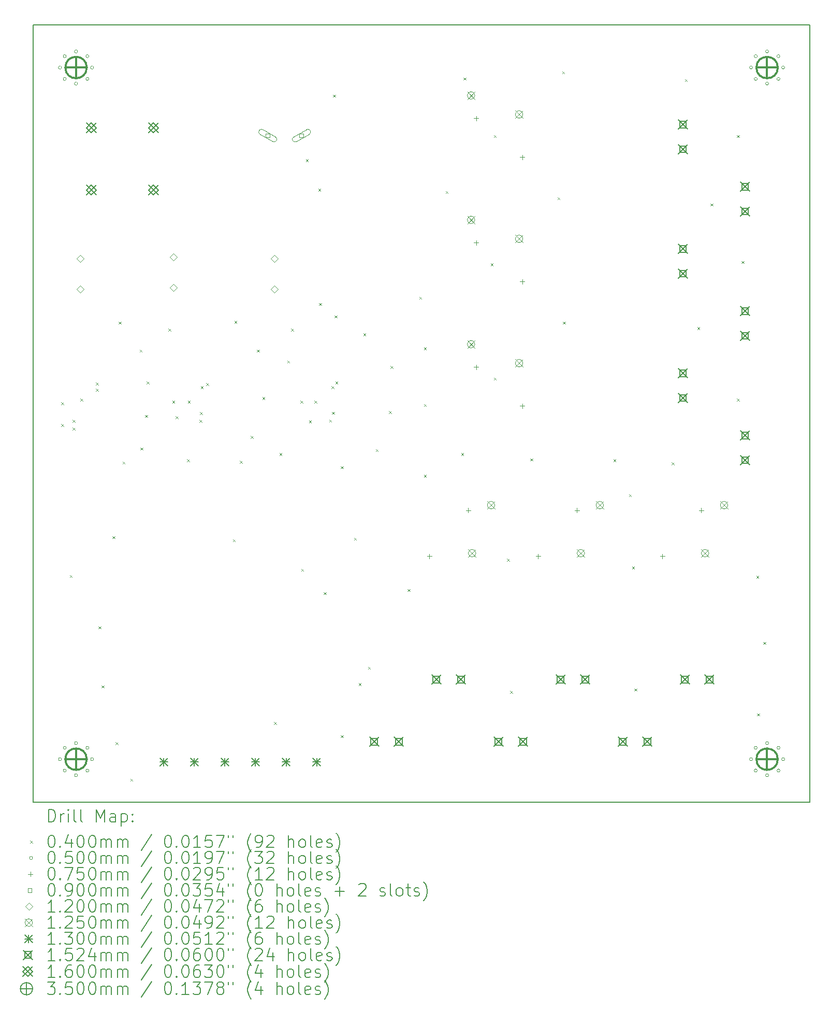
<source format=gbr>
%TF.GenerationSoftware,KiCad,Pcbnew,7.0.9*%
%TF.CreationDate,2023-12-29T07:43:00-06:00*%
%TF.ProjectId,Power Distribution Board Ver.2,506f7765-7220-4446-9973-747269627574,rev?*%
%TF.SameCoordinates,Original*%
%TF.FileFunction,Drillmap*%
%TF.FilePolarity,Positive*%
%FSLAX45Y45*%
G04 Gerber Fmt 4.5, Leading zero omitted, Abs format (unit mm)*
G04 Created by KiCad (PCBNEW 7.0.9) date 2023-12-29 07:43:00*
%MOMM*%
%LPD*%
G01*
G04 APERTURE LIST*
%ADD10C,0.200000*%
%ADD11C,0.100000*%
%ADD12C,0.120000*%
%ADD13C,0.125000*%
%ADD14C,0.130000*%
%ADD15C,0.152400*%
%ADD16C,0.160000*%
%ADD17C,0.350000*%
G04 APERTURE END LIST*
D10*
X14700000Y-14700000D02*
X2000000Y-14700000D01*
X2000000Y-2000000D02*
X14700000Y-2000000D01*
X14700000Y-2000000D02*
X14700000Y-14700000D01*
X2000000Y-14700000D02*
X2000000Y-2000000D01*
D11*
X2454885Y-8521500D02*
X2494885Y-8561500D01*
X2494885Y-8521500D02*
X2454885Y-8561500D01*
X2459282Y-8167897D02*
X2499282Y-8207897D01*
X2499282Y-8167897D02*
X2459282Y-8207897D01*
X2596200Y-10990900D02*
X2636200Y-11030900D01*
X2636200Y-10990900D02*
X2596200Y-11030900D01*
X2645385Y-8458000D02*
X2685385Y-8498000D01*
X2685385Y-8458000D02*
X2645385Y-8498000D01*
X2645385Y-8585000D02*
X2685385Y-8625000D01*
X2685385Y-8585000D02*
X2645385Y-8625000D01*
X2768185Y-8105873D02*
X2808184Y-8145873D01*
X2808184Y-8105873D02*
X2768185Y-8145873D01*
X3022950Y-7847641D02*
X3062950Y-7887641D01*
X3062950Y-7847641D02*
X3022950Y-7887641D01*
X3026384Y-7950000D02*
X3066384Y-7990000D01*
X3066384Y-7950000D02*
X3026384Y-7990000D01*
X3066100Y-11829100D02*
X3106100Y-11869100D01*
X3106100Y-11829100D02*
X3066100Y-11869100D01*
X3116900Y-12794300D02*
X3156900Y-12834300D01*
X3156900Y-12794300D02*
X3116900Y-12834300D01*
X3294700Y-10355900D02*
X3334700Y-10395900D01*
X3334700Y-10355900D02*
X3294700Y-10395900D01*
X3345500Y-13721400D02*
X3385500Y-13761400D01*
X3385500Y-13721400D02*
X3345500Y-13761400D01*
X3396300Y-6850700D02*
X3436300Y-6890700D01*
X3436300Y-6850700D02*
X3396300Y-6890700D01*
X3459800Y-9136700D02*
X3499800Y-9176700D01*
X3499800Y-9136700D02*
X3459800Y-9176700D01*
X3586800Y-14318300D02*
X3626800Y-14358300D01*
X3626800Y-14318300D02*
X3586800Y-14358300D01*
X3739200Y-7307900D02*
X3779200Y-7347900D01*
X3779200Y-7307900D02*
X3739200Y-7347900D01*
X3751900Y-8908100D02*
X3791900Y-8948100D01*
X3791900Y-8908100D02*
X3751900Y-8948100D01*
X3828100Y-8374700D02*
X3868100Y-8414700D01*
X3868100Y-8374700D02*
X3828100Y-8414700D01*
X3853500Y-7828600D02*
X3893500Y-7868600D01*
X3893500Y-7828600D02*
X3853500Y-7868600D01*
X4209100Y-6965000D02*
X4249100Y-7005000D01*
X4249100Y-6965000D02*
X4209100Y-7005000D01*
X4272385Y-8139500D02*
X4312385Y-8179500D01*
X4312385Y-8139500D02*
X4272385Y-8179500D01*
X4326538Y-8395869D02*
X4366538Y-8435869D01*
X4366538Y-8395869D02*
X4326538Y-8435869D01*
X4513900Y-9098600D02*
X4553900Y-9138600D01*
X4553900Y-9098600D02*
X4513900Y-9138600D01*
X4526385Y-8139500D02*
X4566385Y-8179500D01*
X4566385Y-8139500D02*
X4526385Y-8179500D01*
X4716885Y-8457000D02*
X4756885Y-8497000D01*
X4756885Y-8457000D02*
X4716885Y-8497000D01*
X4728835Y-8330000D02*
X4768835Y-8370000D01*
X4768835Y-8330000D02*
X4728835Y-8370000D01*
X4737712Y-7904403D02*
X4777712Y-7944403D01*
X4777712Y-7904403D02*
X4737712Y-7944403D01*
X4828106Y-7854550D02*
X4868106Y-7894550D01*
X4868106Y-7854550D02*
X4828106Y-7894550D01*
X5263200Y-10406700D02*
X5303200Y-10446700D01*
X5303200Y-10406700D02*
X5263200Y-10446700D01*
X5288600Y-6838000D02*
X5328600Y-6878000D01*
X5328600Y-6838000D02*
X5288600Y-6878000D01*
X5377500Y-9124000D02*
X5417500Y-9164000D01*
X5417500Y-9124000D02*
X5377500Y-9164000D01*
X5555300Y-8717600D02*
X5595300Y-8757600D01*
X5595300Y-8717600D02*
X5555300Y-8757600D01*
X5656900Y-7307900D02*
X5696900Y-7347900D01*
X5696900Y-7307900D02*
X5656900Y-7347900D01*
X5745800Y-8082600D02*
X5785800Y-8122600D01*
X5785800Y-8082600D02*
X5745800Y-8122600D01*
X5936300Y-13391200D02*
X5976300Y-13431200D01*
X5976300Y-13391200D02*
X5936300Y-13431200D01*
X6025200Y-8997000D02*
X6065200Y-9037000D01*
X6065200Y-8997000D02*
X6025200Y-9037000D01*
X6152200Y-7485700D02*
X6192200Y-7525700D01*
X6192200Y-7485700D02*
X6152200Y-7525700D01*
X6215700Y-6965000D02*
X6255700Y-7005000D01*
X6255700Y-6965000D02*
X6215700Y-7005000D01*
X6367884Y-8139500D02*
X6407884Y-8179500D01*
X6407884Y-8139500D02*
X6367884Y-8179500D01*
X6380800Y-10889300D02*
X6420800Y-10929300D01*
X6420800Y-10889300D02*
X6380800Y-10929300D01*
X6457000Y-4196400D02*
X6497000Y-4236400D01*
X6497000Y-4196400D02*
X6457000Y-4236400D01*
X6507800Y-8463600D02*
X6547800Y-8503600D01*
X6547800Y-8463600D02*
X6507800Y-8503600D01*
X6599084Y-8139500D02*
X6639084Y-8179500D01*
X6639084Y-8139500D02*
X6599084Y-8179500D01*
X6660200Y-4679000D02*
X6700200Y-4719000D01*
X6700200Y-4679000D02*
X6660200Y-4719000D01*
X6672900Y-6545900D02*
X6712900Y-6585900D01*
X6712900Y-6545900D02*
X6672900Y-6585900D01*
X6749100Y-11270300D02*
X6789100Y-11310300D01*
X6789100Y-11270300D02*
X6749100Y-11310300D01*
X6838218Y-8452253D02*
X6878218Y-8492253D01*
X6878218Y-8452253D02*
X6838218Y-8492253D01*
X6874072Y-7906800D02*
X6914072Y-7946800D01*
X6914072Y-7906800D02*
X6874072Y-7946800D01*
X6887834Y-8324822D02*
X6927834Y-8364822D01*
X6927834Y-8324822D02*
X6887834Y-8364822D01*
X6901500Y-3142300D02*
X6941500Y-3182300D01*
X6941500Y-3142300D02*
X6901500Y-3182300D01*
X6926900Y-6749100D02*
X6966900Y-6789100D01*
X6966900Y-6749100D02*
X6926900Y-6789100D01*
X6939384Y-7831200D02*
X6979384Y-7871200D01*
X6979384Y-7831200D02*
X6939384Y-7871200D01*
X7028500Y-9212900D02*
X7068500Y-9252900D01*
X7068500Y-9212900D02*
X7028500Y-9252900D01*
X7028500Y-13607100D02*
X7068500Y-13647100D01*
X7068500Y-13607100D02*
X7028500Y-13647100D01*
X7244400Y-10381300D02*
X7284400Y-10421300D01*
X7284400Y-10381300D02*
X7244400Y-10421300D01*
X7320600Y-12756200D02*
X7360600Y-12796200D01*
X7360600Y-12756200D02*
X7320600Y-12796200D01*
X7396800Y-7041200D02*
X7436800Y-7081200D01*
X7436800Y-7041200D02*
X7396800Y-7081200D01*
X7473000Y-12489500D02*
X7513000Y-12529500D01*
X7513000Y-12489500D02*
X7473000Y-12529500D01*
X7600000Y-8933500D02*
X7640000Y-8973500D01*
X7640000Y-8933500D02*
X7600000Y-8973500D01*
X7815900Y-8311200D02*
X7855900Y-8351200D01*
X7855900Y-8311200D02*
X7815900Y-8351200D01*
X7841300Y-7574600D02*
X7881300Y-7614600D01*
X7881300Y-7574600D02*
X7841300Y-7614600D01*
X8120700Y-11219500D02*
X8160700Y-11259500D01*
X8160700Y-11219500D02*
X8120700Y-11259500D01*
X8311200Y-6444300D02*
X8351200Y-6484300D01*
X8351200Y-6444300D02*
X8311200Y-6484300D01*
X8387400Y-7269800D02*
X8427400Y-7309800D01*
X8427400Y-7269800D02*
X8387400Y-7309800D01*
X8387400Y-8196900D02*
X8427400Y-8236900D01*
X8427400Y-8196900D02*
X8387400Y-8236900D01*
X8387400Y-9352600D02*
X8427400Y-9392600D01*
X8427400Y-9352600D02*
X8387400Y-9392600D01*
X8743000Y-4717100D02*
X8783000Y-4757100D01*
X8783000Y-4717100D02*
X8743000Y-4757100D01*
X8997000Y-8997000D02*
X9037000Y-9037000D01*
X9037000Y-8997000D02*
X8997000Y-9037000D01*
X9035100Y-2862900D02*
X9075100Y-2902900D01*
X9075100Y-2862900D02*
X9035100Y-2902900D01*
X9479600Y-5898200D02*
X9519600Y-5938200D01*
X9519600Y-5898200D02*
X9479600Y-5938200D01*
X9530400Y-3802700D02*
X9570400Y-3842700D01*
X9570400Y-3802700D02*
X9530400Y-3842700D01*
X9530400Y-7765100D02*
X9570400Y-7805100D01*
X9570400Y-7765100D02*
X9530400Y-7805100D01*
X9746300Y-10724200D02*
X9786300Y-10764200D01*
X9786300Y-10724200D02*
X9746300Y-10764200D01*
X9797100Y-12883200D02*
X9837100Y-12923200D01*
X9837100Y-12883200D02*
X9797100Y-12923200D01*
X10127300Y-9085900D02*
X10167300Y-9125900D01*
X10167300Y-9085900D02*
X10127300Y-9125900D01*
X10571800Y-4818700D02*
X10611800Y-4858700D01*
X10611800Y-4818700D02*
X10571800Y-4858700D01*
X10648000Y-2761300D02*
X10688000Y-2801300D01*
X10688000Y-2761300D02*
X10648000Y-2801300D01*
X10660700Y-6850700D02*
X10700700Y-6890700D01*
X10700700Y-6850700D02*
X10660700Y-6890700D01*
X11486200Y-9098600D02*
X11526200Y-9138600D01*
X11526200Y-9098600D02*
X11486200Y-9138600D01*
X11740200Y-9670100D02*
X11780200Y-9710100D01*
X11780200Y-9670100D02*
X11740200Y-9710100D01*
X11791000Y-10851200D02*
X11831000Y-10891200D01*
X11831000Y-10851200D02*
X11791000Y-10891200D01*
X11829100Y-12845100D02*
X11869100Y-12885100D01*
X11869100Y-12845100D02*
X11829100Y-12885100D01*
X12438700Y-9149400D02*
X12478700Y-9189400D01*
X12478700Y-9149400D02*
X12438700Y-9189400D01*
X12654600Y-2888300D02*
X12694600Y-2928300D01*
X12694600Y-2888300D02*
X12654600Y-2928300D01*
X12857800Y-6939600D02*
X12897800Y-6979600D01*
X12897800Y-6939600D02*
X12857800Y-6979600D01*
X13073700Y-4920300D02*
X13113700Y-4960300D01*
X13113700Y-4920300D02*
X13073700Y-4960300D01*
X13505500Y-3802700D02*
X13545500Y-3842700D01*
X13545500Y-3802700D02*
X13505500Y-3842700D01*
X13505500Y-8108000D02*
X13545500Y-8148000D01*
X13545500Y-8108000D02*
X13505500Y-8148000D01*
X13581700Y-5860100D02*
X13621700Y-5900100D01*
X13621700Y-5860100D02*
X13581700Y-5900100D01*
X13823000Y-11003600D02*
X13863000Y-11043600D01*
X13863000Y-11003600D02*
X13823000Y-11043600D01*
X13835700Y-13251500D02*
X13875700Y-13291500D01*
X13875700Y-13251500D02*
X13835700Y-13291500D01*
X13937300Y-12083100D02*
X13977300Y-12123100D01*
X13977300Y-12083100D02*
X13937300Y-12123100D01*
X2462500Y-2700000D02*
G75*
G03*
X2462500Y-2700000I-25000J0D01*
G01*
X2462500Y-14000000D02*
G75*
G03*
X2462500Y-14000000I-25000J0D01*
G01*
X2539385Y-2514385D02*
G75*
G03*
X2539385Y-2514385I-25000J0D01*
G01*
X2539385Y-2885615D02*
G75*
G03*
X2539385Y-2885615I-25000J0D01*
G01*
X2539385Y-13814384D02*
G75*
G03*
X2539385Y-13814384I-25000J0D01*
G01*
X2539385Y-14185615D02*
G75*
G03*
X2539385Y-14185615I-25000J0D01*
G01*
X2725000Y-2437500D02*
G75*
G03*
X2725000Y-2437500I-25000J0D01*
G01*
X2725000Y-2962500D02*
G75*
G03*
X2725000Y-2962500I-25000J0D01*
G01*
X2725000Y-13737500D02*
G75*
G03*
X2725000Y-13737500I-25000J0D01*
G01*
X2725000Y-14262500D02*
G75*
G03*
X2725000Y-14262500I-25000J0D01*
G01*
X2910615Y-2514385D02*
G75*
G03*
X2910615Y-2514385I-25000J0D01*
G01*
X2910615Y-2885615D02*
G75*
G03*
X2910615Y-2885615I-25000J0D01*
G01*
X2910615Y-13814384D02*
G75*
G03*
X2910615Y-13814384I-25000J0D01*
G01*
X2910615Y-14185615D02*
G75*
G03*
X2910615Y-14185615I-25000J0D01*
G01*
X2987500Y-2700000D02*
G75*
G03*
X2987500Y-2700000I-25000J0D01*
G01*
X2987500Y-14000000D02*
G75*
G03*
X2987500Y-14000000I-25000J0D01*
G01*
X13762500Y-2700000D02*
G75*
G03*
X13762500Y-2700000I-25000J0D01*
G01*
X13762500Y-14000000D02*
G75*
G03*
X13762500Y-14000000I-25000J0D01*
G01*
X13839384Y-2514385D02*
G75*
G03*
X13839384Y-2514385I-25000J0D01*
G01*
X13839384Y-2885615D02*
G75*
G03*
X13839384Y-2885615I-25000J0D01*
G01*
X13839384Y-13814384D02*
G75*
G03*
X13839384Y-13814384I-25000J0D01*
G01*
X13839384Y-14185615D02*
G75*
G03*
X13839384Y-14185615I-25000J0D01*
G01*
X14025000Y-2437500D02*
G75*
G03*
X14025000Y-2437500I-25000J0D01*
G01*
X14025000Y-2962500D02*
G75*
G03*
X14025000Y-2962500I-25000J0D01*
G01*
X14025000Y-13737500D02*
G75*
G03*
X14025000Y-13737500I-25000J0D01*
G01*
X14025000Y-14262500D02*
G75*
G03*
X14025000Y-14262500I-25000J0D01*
G01*
X14210615Y-2514385D02*
G75*
G03*
X14210615Y-2514385I-25000J0D01*
G01*
X14210615Y-2885615D02*
G75*
G03*
X14210615Y-2885615I-25000J0D01*
G01*
X14210615Y-13814384D02*
G75*
G03*
X14210615Y-13814384I-25000J0D01*
G01*
X14210615Y-14185615D02*
G75*
G03*
X14210615Y-14185615I-25000J0D01*
G01*
X14287500Y-2700000D02*
G75*
G03*
X14287500Y-2700000I-25000J0D01*
G01*
X14287500Y-14000000D02*
G75*
G03*
X14287500Y-14000000I-25000J0D01*
G01*
X8476385Y-10647500D02*
X8476385Y-10722500D01*
X8438885Y-10685000D02*
X8513885Y-10685000D01*
X9111385Y-9897500D02*
X9111385Y-9972500D01*
X9073885Y-9935000D02*
X9148885Y-9935000D01*
X9245385Y-3493500D02*
X9245385Y-3568500D01*
X9207885Y-3531000D02*
X9282885Y-3531000D01*
X9245385Y-5525500D02*
X9245385Y-5600500D01*
X9207885Y-5563000D02*
X9282885Y-5563000D01*
X9245385Y-7557500D02*
X9245385Y-7632500D01*
X9207885Y-7595000D02*
X9282885Y-7595000D01*
X9995385Y-4128500D02*
X9995385Y-4203500D01*
X9957885Y-4166000D02*
X10032885Y-4166000D01*
X9995385Y-6160500D02*
X9995385Y-6235500D01*
X9957885Y-6198000D02*
X10032885Y-6198000D01*
X9995385Y-8192500D02*
X9995385Y-8267500D01*
X9957885Y-8230000D02*
X10032885Y-8230000D01*
X10254385Y-10647500D02*
X10254385Y-10722500D01*
X10216885Y-10685000D02*
X10291885Y-10685000D01*
X10889385Y-9897500D02*
X10889385Y-9972500D01*
X10851885Y-9935000D02*
X10926885Y-9935000D01*
X12286384Y-10647500D02*
X12286384Y-10722500D01*
X12248884Y-10685000D02*
X12323884Y-10685000D01*
X12921384Y-9897500D02*
X12921384Y-9972500D01*
X12883884Y-9935000D02*
X12958884Y-9935000D01*
X5866820Y-3844120D02*
X5866820Y-3780480D01*
X5803180Y-3780480D01*
X5803180Y-3844120D01*
X5866820Y-3844120D01*
X5708577Y-3791271D02*
X5916423Y-3911271D01*
X5916423Y-3911271D02*
G75*
G03*
X5961423Y-3833329I22500J38971D01*
G01*
X5961423Y-3833329D02*
X5753577Y-3713329D01*
X5753577Y-3713329D02*
G75*
G03*
X5708577Y-3791271I-22500J-38971D01*
G01*
X6416820Y-3844120D02*
X6416820Y-3780480D01*
X6353180Y-3780480D01*
X6353180Y-3844120D01*
X6416820Y-3844120D01*
X6303577Y-3911271D02*
X6511423Y-3791271D01*
X6511423Y-3791271D02*
G75*
G03*
X6466423Y-3713329I-22500J38971D01*
G01*
X6466423Y-3713329D02*
X6258577Y-3833329D01*
X6258577Y-3833329D02*
G75*
G03*
X6303577Y-3911271I22500J-38971D01*
G01*
D12*
X2768385Y-5878000D02*
X2828384Y-5818000D01*
X2768385Y-5758000D01*
X2708385Y-5818000D01*
X2768385Y-5878000D01*
X2768385Y-6378000D02*
X2828384Y-6318000D01*
X2768385Y-6258000D01*
X2708385Y-6318000D01*
X2768385Y-6378000D01*
X4292385Y-5856396D02*
X4352385Y-5796396D01*
X4292385Y-5736396D01*
X4232385Y-5796396D01*
X4292385Y-5856396D01*
X4292385Y-6356396D02*
X4352385Y-6296396D01*
X4292385Y-6236396D01*
X4232385Y-6296396D01*
X4292385Y-6356396D01*
X5943384Y-5878000D02*
X6003384Y-5818000D01*
X5943384Y-5758000D01*
X5883384Y-5818000D01*
X5943384Y-5878000D01*
X5943384Y-6378000D02*
X6003384Y-6318000D01*
X5943384Y-6258000D01*
X5883384Y-6318000D01*
X5943384Y-6378000D01*
D13*
X9097885Y-3093500D02*
X9222885Y-3218500D01*
X9222885Y-3093500D02*
X9097885Y-3218500D01*
X9222885Y-3156000D02*
G75*
G03*
X9222885Y-3156000I-62500J0D01*
G01*
X9097885Y-5125500D02*
X9222885Y-5250500D01*
X9222885Y-5125500D02*
X9097885Y-5250500D01*
X9222885Y-5188000D02*
G75*
G03*
X9222885Y-5188000I-62500J0D01*
G01*
X9097885Y-7157500D02*
X9222885Y-7282500D01*
X9222885Y-7157500D02*
X9097885Y-7282500D01*
X9222885Y-7220000D02*
G75*
G03*
X9222885Y-7220000I-62500J0D01*
G01*
X9113885Y-10572500D02*
X9238885Y-10697500D01*
X9238885Y-10572500D02*
X9113885Y-10697500D01*
X9238885Y-10635000D02*
G75*
G03*
X9238885Y-10635000I-62500J0D01*
G01*
X9423885Y-9787500D02*
X9548885Y-9912500D01*
X9548885Y-9787500D02*
X9423885Y-9912500D01*
X9548885Y-9850000D02*
G75*
G03*
X9548885Y-9850000I-62500J0D01*
G01*
X9882885Y-3403500D02*
X10007885Y-3528500D01*
X10007885Y-3403500D02*
X9882885Y-3528500D01*
X10007885Y-3466000D02*
G75*
G03*
X10007885Y-3466000I-62500J0D01*
G01*
X9882885Y-5435500D02*
X10007885Y-5560500D01*
X10007885Y-5435500D02*
X9882885Y-5560500D01*
X10007885Y-5498000D02*
G75*
G03*
X10007885Y-5498000I-62500J0D01*
G01*
X9882885Y-7467500D02*
X10007885Y-7592500D01*
X10007885Y-7467500D02*
X9882885Y-7592500D01*
X10007885Y-7530000D02*
G75*
G03*
X10007885Y-7530000I-62500J0D01*
G01*
X10891885Y-10572500D02*
X11016885Y-10697500D01*
X11016885Y-10572500D02*
X10891885Y-10697500D01*
X11016885Y-10635000D02*
G75*
G03*
X11016885Y-10635000I-62500J0D01*
G01*
X11201884Y-9787500D02*
X11326884Y-9912500D01*
X11326884Y-9787500D02*
X11201884Y-9912500D01*
X11326884Y-9850000D02*
G75*
G03*
X11326884Y-9850000I-62500J0D01*
G01*
X12923884Y-10572500D02*
X13048884Y-10697500D01*
X13048884Y-10572500D02*
X12923884Y-10697500D01*
X13048884Y-10635000D02*
G75*
G03*
X13048884Y-10635000I-62500J0D01*
G01*
X13233884Y-9787500D02*
X13358884Y-9912500D01*
X13358884Y-9787500D02*
X13233884Y-9912500D01*
X13358884Y-9850000D02*
G75*
G03*
X13358884Y-9850000I-62500J0D01*
G01*
D14*
X4069800Y-13981200D02*
X4199800Y-14111200D01*
X4199800Y-13981200D02*
X4069800Y-14111200D01*
X4134800Y-13981200D02*
X4134800Y-14111200D01*
X4069800Y-14046200D02*
X4199800Y-14046200D01*
X4569800Y-13981200D02*
X4699800Y-14111200D01*
X4699800Y-13981200D02*
X4569800Y-14111200D01*
X4634800Y-13981200D02*
X4634800Y-14111200D01*
X4569800Y-14046200D02*
X4699800Y-14046200D01*
X5069800Y-13981200D02*
X5199800Y-14111200D01*
X5199800Y-13981200D02*
X5069800Y-14111200D01*
X5134800Y-13981200D02*
X5134800Y-14111200D01*
X5069800Y-14046200D02*
X5199800Y-14046200D01*
X5569800Y-13981200D02*
X5699800Y-14111200D01*
X5699800Y-13981200D02*
X5569800Y-14111200D01*
X5634800Y-13981200D02*
X5634800Y-14111200D01*
X5569800Y-14046200D02*
X5699800Y-14046200D01*
X6069800Y-13981200D02*
X6199800Y-14111200D01*
X6199800Y-13981200D02*
X6069800Y-14111200D01*
X6134800Y-13981200D02*
X6134800Y-14111200D01*
X6069800Y-14046200D02*
X6199800Y-14046200D01*
X6569800Y-13981200D02*
X6699800Y-14111200D01*
X6699800Y-13981200D02*
X6569800Y-14111200D01*
X6634800Y-13981200D02*
X6634800Y-14111200D01*
X6569800Y-14046200D02*
X6699800Y-14046200D01*
D15*
X7499184Y-13639800D02*
X7651584Y-13792200D01*
X7651584Y-13639800D02*
X7499184Y-13792200D01*
X7629267Y-13769882D02*
X7629267Y-13662118D01*
X7521502Y-13662118D01*
X7521502Y-13769882D01*
X7629267Y-13769882D01*
X7901184Y-13639800D02*
X8053584Y-13792200D01*
X8053584Y-13639800D02*
X7901184Y-13792200D01*
X8031267Y-13769882D02*
X8031267Y-13662118D01*
X7923502Y-13662118D01*
X7923502Y-13769882D01*
X8031267Y-13769882D01*
X8515185Y-12623800D02*
X8667585Y-12776200D01*
X8667585Y-12623800D02*
X8515185Y-12776200D01*
X8645267Y-12753882D02*
X8645267Y-12646118D01*
X8537502Y-12646118D01*
X8537502Y-12753882D01*
X8645267Y-12753882D01*
X8917185Y-12623800D02*
X9069585Y-12776200D01*
X9069585Y-12623800D02*
X8917185Y-12776200D01*
X9047267Y-12753882D02*
X9047267Y-12646118D01*
X8939502Y-12646118D01*
X8939502Y-12753882D01*
X9047267Y-12753882D01*
X9531185Y-13639800D02*
X9683585Y-13792200D01*
X9683585Y-13639800D02*
X9531185Y-13792200D01*
X9661267Y-13769882D02*
X9661267Y-13662118D01*
X9553502Y-13662118D01*
X9553502Y-13769882D01*
X9661267Y-13769882D01*
X9933185Y-13639800D02*
X10085585Y-13792200D01*
X10085585Y-13639800D02*
X9933185Y-13792200D01*
X10063267Y-13769882D02*
X10063267Y-13662118D01*
X9955502Y-13662118D01*
X9955502Y-13769882D01*
X10063267Y-13769882D01*
X10547185Y-12623800D02*
X10699585Y-12776200D01*
X10699585Y-12623800D02*
X10547185Y-12776200D01*
X10677267Y-12753882D02*
X10677267Y-12646118D01*
X10569502Y-12646118D01*
X10569502Y-12753882D01*
X10677267Y-12753882D01*
X10949185Y-12623800D02*
X11101585Y-12776200D01*
X11101585Y-12623800D02*
X10949185Y-12776200D01*
X11079267Y-12753882D02*
X11079267Y-12646118D01*
X10971502Y-12646118D01*
X10971502Y-12753882D01*
X11079267Y-12753882D01*
X11563184Y-13639800D02*
X11715584Y-13792200D01*
X11715584Y-13639800D02*
X11563184Y-13792200D01*
X11693267Y-13769882D02*
X11693267Y-13662118D01*
X11585502Y-13662118D01*
X11585502Y-13769882D01*
X11693267Y-13769882D01*
X11965184Y-13639800D02*
X12117584Y-13792200D01*
X12117584Y-13639800D02*
X11965184Y-13792200D01*
X12095267Y-13769882D02*
X12095267Y-13662118D01*
X11987502Y-13662118D01*
X11987502Y-13769882D01*
X12095267Y-13769882D01*
X12547600Y-3556000D02*
X12700000Y-3708400D01*
X12700000Y-3556000D02*
X12547600Y-3708400D01*
X12677682Y-3686082D02*
X12677682Y-3578318D01*
X12569918Y-3578318D01*
X12569918Y-3686082D01*
X12677682Y-3686082D01*
X12547600Y-3958000D02*
X12700000Y-4110400D01*
X12700000Y-3958000D02*
X12547600Y-4110400D01*
X12677682Y-4088082D02*
X12677682Y-3980318D01*
X12569918Y-3980318D01*
X12569918Y-4088082D01*
X12677682Y-4088082D01*
X12547600Y-5588000D02*
X12700000Y-5740400D01*
X12700000Y-5588000D02*
X12547600Y-5740400D01*
X12677682Y-5718082D02*
X12677682Y-5610318D01*
X12569918Y-5610318D01*
X12569918Y-5718082D01*
X12677682Y-5718082D01*
X12547600Y-5990000D02*
X12700000Y-6142400D01*
X12700000Y-5990000D02*
X12547600Y-6142400D01*
X12677682Y-6120082D02*
X12677682Y-6012318D01*
X12569918Y-6012318D01*
X12569918Y-6120082D01*
X12677682Y-6120082D01*
X12547600Y-7620000D02*
X12700000Y-7772400D01*
X12700000Y-7620000D02*
X12547600Y-7772400D01*
X12677682Y-7750082D02*
X12677682Y-7642318D01*
X12569918Y-7642318D01*
X12569918Y-7750082D01*
X12677682Y-7750082D01*
X12547600Y-8022000D02*
X12700000Y-8174400D01*
X12700000Y-8022000D02*
X12547600Y-8174400D01*
X12677682Y-8152082D02*
X12677682Y-8044318D01*
X12569918Y-8044318D01*
X12569918Y-8152082D01*
X12677682Y-8152082D01*
X12579184Y-12623800D02*
X12731584Y-12776200D01*
X12731584Y-12623800D02*
X12579184Y-12776200D01*
X12709267Y-12753882D02*
X12709267Y-12646118D01*
X12601502Y-12646118D01*
X12601502Y-12753882D01*
X12709267Y-12753882D01*
X12981184Y-12623800D02*
X13133584Y-12776200D01*
X13133584Y-12623800D02*
X12981184Y-12776200D01*
X13111267Y-12753882D02*
X13111267Y-12646118D01*
X13003502Y-12646118D01*
X13003502Y-12753882D01*
X13111267Y-12753882D01*
X13563600Y-4572000D02*
X13716000Y-4724400D01*
X13716000Y-4572000D02*
X13563600Y-4724400D01*
X13693682Y-4702082D02*
X13693682Y-4594318D01*
X13585918Y-4594318D01*
X13585918Y-4702082D01*
X13693682Y-4702082D01*
X13563600Y-4974000D02*
X13716000Y-5126400D01*
X13716000Y-4974000D02*
X13563600Y-5126400D01*
X13693682Y-5104082D02*
X13693682Y-4996318D01*
X13585918Y-4996318D01*
X13585918Y-5104082D01*
X13693682Y-5104082D01*
X13563600Y-6604000D02*
X13716000Y-6756400D01*
X13716000Y-6604000D02*
X13563600Y-6756400D01*
X13693682Y-6734082D02*
X13693682Y-6626318D01*
X13585918Y-6626318D01*
X13585918Y-6734082D01*
X13693682Y-6734082D01*
X13563600Y-7006000D02*
X13716000Y-7158400D01*
X13716000Y-7006000D02*
X13563600Y-7158400D01*
X13693682Y-7136082D02*
X13693682Y-7028318D01*
X13585918Y-7028318D01*
X13585918Y-7136082D01*
X13693682Y-7136082D01*
X13563600Y-8636000D02*
X13716000Y-8788400D01*
X13716000Y-8636000D02*
X13563600Y-8788400D01*
X13693682Y-8766082D02*
X13693682Y-8658318D01*
X13585918Y-8658318D01*
X13585918Y-8766082D01*
X13693682Y-8766082D01*
X13563600Y-9038000D02*
X13716000Y-9190400D01*
X13716000Y-9038000D02*
X13563600Y-9190400D01*
X13693682Y-9168082D02*
X13693682Y-9060318D01*
X13585918Y-9060318D01*
X13585918Y-9168082D01*
X13693682Y-9168082D01*
D16*
X2869000Y-3604000D02*
X3029000Y-3764000D01*
X3029000Y-3604000D02*
X2869000Y-3764000D01*
X2949000Y-3764000D02*
X3029000Y-3684000D01*
X2949000Y-3604000D01*
X2869000Y-3684000D01*
X2949000Y-3764000D01*
X2869000Y-4620000D02*
X3029000Y-4780000D01*
X3029000Y-4620000D02*
X2869000Y-4780000D01*
X2949000Y-4780000D02*
X3029000Y-4700000D01*
X2949000Y-4620000D01*
X2869000Y-4700000D01*
X2949000Y-4780000D01*
X3885000Y-3604000D02*
X4045000Y-3764000D01*
X4045000Y-3604000D02*
X3885000Y-3764000D01*
X3965000Y-3764000D02*
X4045000Y-3684000D01*
X3965000Y-3604000D01*
X3885000Y-3684000D01*
X3965000Y-3764000D01*
X3885000Y-4620000D02*
X4045000Y-4780000D01*
X4045000Y-4620000D02*
X3885000Y-4780000D01*
X3965000Y-4780000D02*
X4045000Y-4700000D01*
X3965000Y-4620000D01*
X3885000Y-4700000D01*
X3965000Y-4780000D01*
D17*
X2700000Y-2525000D02*
X2700000Y-2875000D01*
X2525000Y-2700000D02*
X2875000Y-2700000D01*
X2875000Y-2700000D02*
G75*
G03*
X2875000Y-2700000I-175000J0D01*
G01*
X2700000Y-13825000D02*
X2700000Y-14175000D01*
X2525000Y-14000000D02*
X2875000Y-14000000D01*
X2875000Y-14000000D02*
G75*
G03*
X2875000Y-14000000I-175000J0D01*
G01*
X14000000Y-2525000D02*
X14000000Y-2875000D01*
X13825000Y-2700000D02*
X14175000Y-2700000D01*
X14175000Y-2700000D02*
G75*
G03*
X14175000Y-2700000I-175000J0D01*
G01*
X14000000Y-13825000D02*
X14000000Y-14175000D01*
X13825000Y-14000000D02*
X14175000Y-14000000D01*
X14175000Y-14000000D02*
G75*
G03*
X14175000Y-14000000I-175000J0D01*
G01*
D10*
X2250777Y-15021484D02*
X2250777Y-14821484D01*
X2250777Y-14821484D02*
X2298396Y-14821484D01*
X2298396Y-14821484D02*
X2326967Y-14831008D01*
X2326967Y-14831008D02*
X2346015Y-14850055D01*
X2346015Y-14850055D02*
X2355539Y-14869103D01*
X2355539Y-14869103D02*
X2365063Y-14907198D01*
X2365063Y-14907198D02*
X2365063Y-14935769D01*
X2365063Y-14935769D02*
X2355539Y-14973865D01*
X2355539Y-14973865D02*
X2346015Y-14992912D01*
X2346015Y-14992912D02*
X2326967Y-15011960D01*
X2326967Y-15011960D02*
X2298396Y-15021484D01*
X2298396Y-15021484D02*
X2250777Y-15021484D01*
X2450777Y-15021484D02*
X2450777Y-14888150D01*
X2450777Y-14926246D02*
X2460301Y-14907198D01*
X2460301Y-14907198D02*
X2469824Y-14897674D01*
X2469824Y-14897674D02*
X2488872Y-14888150D01*
X2488872Y-14888150D02*
X2507920Y-14888150D01*
X2574586Y-15021484D02*
X2574586Y-14888150D01*
X2574586Y-14821484D02*
X2565063Y-14831008D01*
X2565063Y-14831008D02*
X2574586Y-14840531D01*
X2574586Y-14840531D02*
X2584110Y-14831008D01*
X2584110Y-14831008D02*
X2574586Y-14821484D01*
X2574586Y-14821484D02*
X2574586Y-14840531D01*
X2698396Y-15021484D02*
X2679348Y-15011960D01*
X2679348Y-15011960D02*
X2669824Y-14992912D01*
X2669824Y-14992912D02*
X2669824Y-14821484D01*
X2803158Y-15021484D02*
X2784110Y-15011960D01*
X2784110Y-15011960D02*
X2774586Y-14992912D01*
X2774586Y-14992912D02*
X2774586Y-14821484D01*
X3031729Y-15021484D02*
X3031729Y-14821484D01*
X3031729Y-14821484D02*
X3098396Y-14964341D01*
X3098396Y-14964341D02*
X3165062Y-14821484D01*
X3165062Y-14821484D02*
X3165062Y-15021484D01*
X3346015Y-15021484D02*
X3346015Y-14916722D01*
X3346015Y-14916722D02*
X3336491Y-14897674D01*
X3336491Y-14897674D02*
X3317443Y-14888150D01*
X3317443Y-14888150D02*
X3279348Y-14888150D01*
X3279348Y-14888150D02*
X3260301Y-14897674D01*
X3346015Y-15011960D02*
X3326967Y-15021484D01*
X3326967Y-15021484D02*
X3279348Y-15021484D01*
X3279348Y-15021484D02*
X3260301Y-15011960D01*
X3260301Y-15011960D02*
X3250777Y-14992912D01*
X3250777Y-14992912D02*
X3250777Y-14973865D01*
X3250777Y-14973865D02*
X3260301Y-14954817D01*
X3260301Y-14954817D02*
X3279348Y-14945293D01*
X3279348Y-14945293D02*
X3326967Y-14945293D01*
X3326967Y-14945293D02*
X3346015Y-14935769D01*
X3441253Y-14888150D02*
X3441253Y-15088150D01*
X3441253Y-14897674D02*
X3460301Y-14888150D01*
X3460301Y-14888150D02*
X3498396Y-14888150D01*
X3498396Y-14888150D02*
X3517443Y-14897674D01*
X3517443Y-14897674D02*
X3526967Y-14907198D01*
X3526967Y-14907198D02*
X3536491Y-14926246D01*
X3536491Y-14926246D02*
X3536491Y-14983388D01*
X3536491Y-14983388D02*
X3526967Y-15002436D01*
X3526967Y-15002436D02*
X3517443Y-15011960D01*
X3517443Y-15011960D02*
X3498396Y-15021484D01*
X3498396Y-15021484D02*
X3460301Y-15021484D01*
X3460301Y-15021484D02*
X3441253Y-15011960D01*
X3622205Y-15002436D02*
X3631729Y-15011960D01*
X3631729Y-15011960D02*
X3622205Y-15021484D01*
X3622205Y-15021484D02*
X3612682Y-15011960D01*
X3612682Y-15011960D02*
X3622205Y-15002436D01*
X3622205Y-15002436D02*
X3622205Y-15021484D01*
X3622205Y-14897674D02*
X3631729Y-14907198D01*
X3631729Y-14907198D02*
X3622205Y-14916722D01*
X3622205Y-14916722D02*
X3612682Y-14907198D01*
X3612682Y-14907198D02*
X3622205Y-14897674D01*
X3622205Y-14897674D02*
X3622205Y-14916722D01*
D11*
X1950000Y-15330000D02*
X1990000Y-15370000D01*
X1990000Y-15330000D02*
X1950000Y-15370000D01*
D10*
X2288872Y-15241484D02*
X2307920Y-15241484D01*
X2307920Y-15241484D02*
X2326967Y-15251008D01*
X2326967Y-15251008D02*
X2336491Y-15260531D01*
X2336491Y-15260531D02*
X2346015Y-15279579D01*
X2346015Y-15279579D02*
X2355539Y-15317674D01*
X2355539Y-15317674D02*
X2355539Y-15365293D01*
X2355539Y-15365293D02*
X2346015Y-15403388D01*
X2346015Y-15403388D02*
X2336491Y-15422436D01*
X2336491Y-15422436D02*
X2326967Y-15431960D01*
X2326967Y-15431960D02*
X2307920Y-15441484D01*
X2307920Y-15441484D02*
X2288872Y-15441484D01*
X2288872Y-15441484D02*
X2269824Y-15431960D01*
X2269824Y-15431960D02*
X2260301Y-15422436D01*
X2260301Y-15422436D02*
X2250777Y-15403388D01*
X2250777Y-15403388D02*
X2241253Y-15365293D01*
X2241253Y-15365293D02*
X2241253Y-15317674D01*
X2241253Y-15317674D02*
X2250777Y-15279579D01*
X2250777Y-15279579D02*
X2260301Y-15260531D01*
X2260301Y-15260531D02*
X2269824Y-15251008D01*
X2269824Y-15251008D02*
X2288872Y-15241484D01*
X2441253Y-15422436D02*
X2450777Y-15431960D01*
X2450777Y-15431960D02*
X2441253Y-15441484D01*
X2441253Y-15441484D02*
X2431729Y-15431960D01*
X2431729Y-15431960D02*
X2441253Y-15422436D01*
X2441253Y-15422436D02*
X2441253Y-15441484D01*
X2622205Y-15308150D02*
X2622205Y-15441484D01*
X2574586Y-15231960D02*
X2526967Y-15374817D01*
X2526967Y-15374817D02*
X2650777Y-15374817D01*
X2765063Y-15241484D02*
X2784110Y-15241484D01*
X2784110Y-15241484D02*
X2803158Y-15251008D01*
X2803158Y-15251008D02*
X2812682Y-15260531D01*
X2812682Y-15260531D02*
X2822205Y-15279579D01*
X2822205Y-15279579D02*
X2831729Y-15317674D01*
X2831729Y-15317674D02*
X2831729Y-15365293D01*
X2831729Y-15365293D02*
X2822205Y-15403388D01*
X2822205Y-15403388D02*
X2812682Y-15422436D01*
X2812682Y-15422436D02*
X2803158Y-15431960D01*
X2803158Y-15431960D02*
X2784110Y-15441484D01*
X2784110Y-15441484D02*
X2765063Y-15441484D01*
X2765063Y-15441484D02*
X2746015Y-15431960D01*
X2746015Y-15431960D02*
X2736491Y-15422436D01*
X2736491Y-15422436D02*
X2726967Y-15403388D01*
X2726967Y-15403388D02*
X2717444Y-15365293D01*
X2717444Y-15365293D02*
X2717444Y-15317674D01*
X2717444Y-15317674D02*
X2726967Y-15279579D01*
X2726967Y-15279579D02*
X2736491Y-15260531D01*
X2736491Y-15260531D02*
X2746015Y-15251008D01*
X2746015Y-15251008D02*
X2765063Y-15241484D01*
X2955539Y-15241484D02*
X2974586Y-15241484D01*
X2974586Y-15241484D02*
X2993634Y-15251008D01*
X2993634Y-15251008D02*
X3003158Y-15260531D01*
X3003158Y-15260531D02*
X3012682Y-15279579D01*
X3012682Y-15279579D02*
X3022205Y-15317674D01*
X3022205Y-15317674D02*
X3022205Y-15365293D01*
X3022205Y-15365293D02*
X3012682Y-15403388D01*
X3012682Y-15403388D02*
X3003158Y-15422436D01*
X3003158Y-15422436D02*
X2993634Y-15431960D01*
X2993634Y-15431960D02*
X2974586Y-15441484D01*
X2974586Y-15441484D02*
X2955539Y-15441484D01*
X2955539Y-15441484D02*
X2936491Y-15431960D01*
X2936491Y-15431960D02*
X2926967Y-15422436D01*
X2926967Y-15422436D02*
X2917443Y-15403388D01*
X2917443Y-15403388D02*
X2907920Y-15365293D01*
X2907920Y-15365293D02*
X2907920Y-15317674D01*
X2907920Y-15317674D02*
X2917443Y-15279579D01*
X2917443Y-15279579D02*
X2926967Y-15260531D01*
X2926967Y-15260531D02*
X2936491Y-15251008D01*
X2936491Y-15251008D02*
X2955539Y-15241484D01*
X3107920Y-15441484D02*
X3107920Y-15308150D01*
X3107920Y-15327198D02*
X3117443Y-15317674D01*
X3117443Y-15317674D02*
X3136491Y-15308150D01*
X3136491Y-15308150D02*
X3165063Y-15308150D01*
X3165063Y-15308150D02*
X3184110Y-15317674D01*
X3184110Y-15317674D02*
X3193634Y-15336722D01*
X3193634Y-15336722D02*
X3193634Y-15441484D01*
X3193634Y-15336722D02*
X3203158Y-15317674D01*
X3203158Y-15317674D02*
X3222205Y-15308150D01*
X3222205Y-15308150D02*
X3250777Y-15308150D01*
X3250777Y-15308150D02*
X3269824Y-15317674D01*
X3269824Y-15317674D02*
X3279348Y-15336722D01*
X3279348Y-15336722D02*
X3279348Y-15441484D01*
X3374586Y-15441484D02*
X3374586Y-15308150D01*
X3374586Y-15327198D02*
X3384110Y-15317674D01*
X3384110Y-15317674D02*
X3403158Y-15308150D01*
X3403158Y-15308150D02*
X3431729Y-15308150D01*
X3431729Y-15308150D02*
X3450777Y-15317674D01*
X3450777Y-15317674D02*
X3460301Y-15336722D01*
X3460301Y-15336722D02*
X3460301Y-15441484D01*
X3460301Y-15336722D02*
X3469824Y-15317674D01*
X3469824Y-15317674D02*
X3488872Y-15308150D01*
X3488872Y-15308150D02*
X3517443Y-15308150D01*
X3517443Y-15308150D02*
X3536491Y-15317674D01*
X3536491Y-15317674D02*
X3546015Y-15336722D01*
X3546015Y-15336722D02*
X3546015Y-15441484D01*
X3936491Y-15231960D02*
X3765063Y-15489103D01*
X4193634Y-15241484D02*
X4212682Y-15241484D01*
X4212682Y-15241484D02*
X4231729Y-15251008D01*
X4231729Y-15251008D02*
X4241253Y-15260531D01*
X4241253Y-15260531D02*
X4250777Y-15279579D01*
X4250777Y-15279579D02*
X4260301Y-15317674D01*
X4260301Y-15317674D02*
X4260301Y-15365293D01*
X4260301Y-15365293D02*
X4250777Y-15403388D01*
X4250777Y-15403388D02*
X4241253Y-15422436D01*
X4241253Y-15422436D02*
X4231729Y-15431960D01*
X4231729Y-15431960D02*
X4212682Y-15441484D01*
X4212682Y-15441484D02*
X4193634Y-15441484D01*
X4193634Y-15441484D02*
X4174586Y-15431960D01*
X4174586Y-15431960D02*
X4165063Y-15422436D01*
X4165063Y-15422436D02*
X4155539Y-15403388D01*
X4155539Y-15403388D02*
X4146015Y-15365293D01*
X4146015Y-15365293D02*
X4146015Y-15317674D01*
X4146015Y-15317674D02*
X4155539Y-15279579D01*
X4155539Y-15279579D02*
X4165063Y-15260531D01*
X4165063Y-15260531D02*
X4174586Y-15251008D01*
X4174586Y-15251008D02*
X4193634Y-15241484D01*
X4346015Y-15422436D02*
X4355539Y-15431960D01*
X4355539Y-15431960D02*
X4346015Y-15441484D01*
X4346015Y-15441484D02*
X4336491Y-15431960D01*
X4336491Y-15431960D02*
X4346015Y-15422436D01*
X4346015Y-15422436D02*
X4346015Y-15441484D01*
X4479348Y-15241484D02*
X4498396Y-15241484D01*
X4498396Y-15241484D02*
X4517444Y-15251008D01*
X4517444Y-15251008D02*
X4526968Y-15260531D01*
X4526968Y-15260531D02*
X4536491Y-15279579D01*
X4536491Y-15279579D02*
X4546015Y-15317674D01*
X4546015Y-15317674D02*
X4546015Y-15365293D01*
X4546015Y-15365293D02*
X4536491Y-15403388D01*
X4536491Y-15403388D02*
X4526968Y-15422436D01*
X4526968Y-15422436D02*
X4517444Y-15431960D01*
X4517444Y-15431960D02*
X4498396Y-15441484D01*
X4498396Y-15441484D02*
X4479348Y-15441484D01*
X4479348Y-15441484D02*
X4460301Y-15431960D01*
X4460301Y-15431960D02*
X4450777Y-15422436D01*
X4450777Y-15422436D02*
X4441253Y-15403388D01*
X4441253Y-15403388D02*
X4431729Y-15365293D01*
X4431729Y-15365293D02*
X4431729Y-15317674D01*
X4431729Y-15317674D02*
X4441253Y-15279579D01*
X4441253Y-15279579D02*
X4450777Y-15260531D01*
X4450777Y-15260531D02*
X4460301Y-15251008D01*
X4460301Y-15251008D02*
X4479348Y-15241484D01*
X4736491Y-15441484D02*
X4622206Y-15441484D01*
X4679348Y-15441484D02*
X4679348Y-15241484D01*
X4679348Y-15241484D02*
X4660301Y-15270055D01*
X4660301Y-15270055D02*
X4641253Y-15289103D01*
X4641253Y-15289103D02*
X4622206Y-15298627D01*
X4917444Y-15241484D02*
X4822206Y-15241484D01*
X4822206Y-15241484D02*
X4812682Y-15336722D01*
X4812682Y-15336722D02*
X4822206Y-15327198D01*
X4822206Y-15327198D02*
X4841253Y-15317674D01*
X4841253Y-15317674D02*
X4888872Y-15317674D01*
X4888872Y-15317674D02*
X4907920Y-15327198D01*
X4907920Y-15327198D02*
X4917444Y-15336722D01*
X4917444Y-15336722D02*
X4926968Y-15355769D01*
X4926968Y-15355769D02*
X4926968Y-15403388D01*
X4926968Y-15403388D02*
X4917444Y-15422436D01*
X4917444Y-15422436D02*
X4907920Y-15431960D01*
X4907920Y-15431960D02*
X4888872Y-15441484D01*
X4888872Y-15441484D02*
X4841253Y-15441484D01*
X4841253Y-15441484D02*
X4822206Y-15431960D01*
X4822206Y-15431960D02*
X4812682Y-15422436D01*
X4993634Y-15241484D02*
X5126968Y-15241484D01*
X5126968Y-15241484D02*
X5041253Y-15441484D01*
X5193634Y-15241484D02*
X5193634Y-15279579D01*
X5269825Y-15241484D02*
X5269825Y-15279579D01*
X5565063Y-15517674D02*
X5555539Y-15508150D01*
X5555539Y-15508150D02*
X5536491Y-15479579D01*
X5536491Y-15479579D02*
X5526968Y-15460531D01*
X5526968Y-15460531D02*
X5517444Y-15431960D01*
X5517444Y-15431960D02*
X5507920Y-15384341D01*
X5507920Y-15384341D02*
X5507920Y-15346246D01*
X5507920Y-15346246D02*
X5517444Y-15298627D01*
X5517444Y-15298627D02*
X5526968Y-15270055D01*
X5526968Y-15270055D02*
X5536491Y-15251008D01*
X5536491Y-15251008D02*
X5555539Y-15222436D01*
X5555539Y-15222436D02*
X5565063Y-15212912D01*
X5650777Y-15441484D02*
X5688872Y-15441484D01*
X5688872Y-15441484D02*
X5707920Y-15431960D01*
X5707920Y-15431960D02*
X5717444Y-15422436D01*
X5717444Y-15422436D02*
X5736491Y-15393865D01*
X5736491Y-15393865D02*
X5746015Y-15355769D01*
X5746015Y-15355769D02*
X5746015Y-15279579D01*
X5746015Y-15279579D02*
X5736491Y-15260531D01*
X5736491Y-15260531D02*
X5726968Y-15251008D01*
X5726968Y-15251008D02*
X5707920Y-15241484D01*
X5707920Y-15241484D02*
X5669825Y-15241484D01*
X5669825Y-15241484D02*
X5650777Y-15251008D01*
X5650777Y-15251008D02*
X5641253Y-15260531D01*
X5641253Y-15260531D02*
X5631729Y-15279579D01*
X5631729Y-15279579D02*
X5631729Y-15327198D01*
X5631729Y-15327198D02*
X5641253Y-15346246D01*
X5641253Y-15346246D02*
X5650777Y-15355769D01*
X5650777Y-15355769D02*
X5669825Y-15365293D01*
X5669825Y-15365293D02*
X5707920Y-15365293D01*
X5707920Y-15365293D02*
X5726968Y-15355769D01*
X5726968Y-15355769D02*
X5736491Y-15346246D01*
X5736491Y-15346246D02*
X5746015Y-15327198D01*
X5822206Y-15260531D02*
X5831729Y-15251008D01*
X5831729Y-15251008D02*
X5850777Y-15241484D01*
X5850777Y-15241484D02*
X5898396Y-15241484D01*
X5898396Y-15241484D02*
X5917444Y-15251008D01*
X5917444Y-15251008D02*
X5926968Y-15260531D01*
X5926968Y-15260531D02*
X5936491Y-15279579D01*
X5936491Y-15279579D02*
X5936491Y-15298627D01*
X5936491Y-15298627D02*
X5926968Y-15327198D01*
X5926968Y-15327198D02*
X5812682Y-15441484D01*
X5812682Y-15441484D02*
X5936491Y-15441484D01*
X6174587Y-15441484D02*
X6174587Y-15241484D01*
X6260301Y-15441484D02*
X6260301Y-15336722D01*
X6260301Y-15336722D02*
X6250777Y-15317674D01*
X6250777Y-15317674D02*
X6231730Y-15308150D01*
X6231730Y-15308150D02*
X6203158Y-15308150D01*
X6203158Y-15308150D02*
X6184110Y-15317674D01*
X6184110Y-15317674D02*
X6174587Y-15327198D01*
X6384110Y-15441484D02*
X6365063Y-15431960D01*
X6365063Y-15431960D02*
X6355539Y-15422436D01*
X6355539Y-15422436D02*
X6346015Y-15403388D01*
X6346015Y-15403388D02*
X6346015Y-15346246D01*
X6346015Y-15346246D02*
X6355539Y-15327198D01*
X6355539Y-15327198D02*
X6365063Y-15317674D01*
X6365063Y-15317674D02*
X6384110Y-15308150D01*
X6384110Y-15308150D02*
X6412682Y-15308150D01*
X6412682Y-15308150D02*
X6431730Y-15317674D01*
X6431730Y-15317674D02*
X6441253Y-15327198D01*
X6441253Y-15327198D02*
X6450777Y-15346246D01*
X6450777Y-15346246D02*
X6450777Y-15403388D01*
X6450777Y-15403388D02*
X6441253Y-15422436D01*
X6441253Y-15422436D02*
X6431730Y-15431960D01*
X6431730Y-15431960D02*
X6412682Y-15441484D01*
X6412682Y-15441484D02*
X6384110Y-15441484D01*
X6565063Y-15441484D02*
X6546015Y-15431960D01*
X6546015Y-15431960D02*
X6536491Y-15412912D01*
X6536491Y-15412912D02*
X6536491Y-15241484D01*
X6717444Y-15431960D02*
X6698396Y-15441484D01*
X6698396Y-15441484D02*
X6660301Y-15441484D01*
X6660301Y-15441484D02*
X6641253Y-15431960D01*
X6641253Y-15431960D02*
X6631730Y-15412912D01*
X6631730Y-15412912D02*
X6631730Y-15336722D01*
X6631730Y-15336722D02*
X6641253Y-15317674D01*
X6641253Y-15317674D02*
X6660301Y-15308150D01*
X6660301Y-15308150D02*
X6698396Y-15308150D01*
X6698396Y-15308150D02*
X6717444Y-15317674D01*
X6717444Y-15317674D02*
X6726968Y-15336722D01*
X6726968Y-15336722D02*
X6726968Y-15355769D01*
X6726968Y-15355769D02*
X6631730Y-15374817D01*
X6803158Y-15431960D02*
X6822206Y-15441484D01*
X6822206Y-15441484D02*
X6860301Y-15441484D01*
X6860301Y-15441484D02*
X6879349Y-15431960D01*
X6879349Y-15431960D02*
X6888872Y-15412912D01*
X6888872Y-15412912D02*
X6888872Y-15403388D01*
X6888872Y-15403388D02*
X6879349Y-15384341D01*
X6879349Y-15384341D02*
X6860301Y-15374817D01*
X6860301Y-15374817D02*
X6831730Y-15374817D01*
X6831730Y-15374817D02*
X6812682Y-15365293D01*
X6812682Y-15365293D02*
X6803158Y-15346246D01*
X6803158Y-15346246D02*
X6803158Y-15336722D01*
X6803158Y-15336722D02*
X6812682Y-15317674D01*
X6812682Y-15317674D02*
X6831730Y-15308150D01*
X6831730Y-15308150D02*
X6860301Y-15308150D01*
X6860301Y-15308150D02*
X6879349Y-15317674D01*
X6955539Y-15517674D02*
X6965063Y-15508150D01*
X6965063Y-15508150D02*
X6984111Y-15479579D01*
X6984111Y-15479579D02*
X6993634Y-15460531D01*
X6993634Y-15460531D02*
X7003158Y-15431960D01*
X7003158Y-15431960D02*
X7012682Y-15384341D01*
X7012682Y-15384341D02*
X7012682Y-15346246D01*
X7012682Y-15346246D02*
X7003158Y-15298627D01*
X7003158Y-15298627D02*
X6993634Y-15270055D01*
X6993634Y-15270055D02*
X6984111Y-15251008D01*
X6984111Y-15251008D02*
X6965063Y-15222436D01*
X6965063Y-15222436D02*
X6955539Y-15212912D01*
D11*
X1990000Y-15614000D02*
G75*
G03*
X1990000Y-15614000I-25000J0D01*
G01*
D10*
X2288872Y-15505484D02*
X2307920Y-15505484D01*
X2307920Y-15505484D02*
X2326967Y-15515008D01*
X2326967Y-15515008D02*
X2336491Y-15524531D01*
X2336491Y-15524531D02*
X2346015Y-15543579D01*
X2346015Y-15543579D02*
X2355539Y-15581674D01*
X2355539Y-15581674D02*
X2355539Y-15629293D01*
X2355539Y-15629293D02*
X2346015Y-15667388D01*
X2346015Y-15667388D02*
X2336491Y-15686436D01*
X2336491Y-15686436D02*
X2326967Y-15695960D01*
X2326967Y-15695960D02*
X2307920Y-15705484D01*
X2307920Y-15705484D02*
X2288872Y-15705484D01*
X2288872Y-15705484D02*
X2269824Y-15695960D01*
X2269824Y-15695960D02*
X2260301Y-15686436D01*
X2260301Y-15686436D02*
X2250777Y-15667388D01*
X2250777Y-15667388D02*
X2241253Y-15629293D01*
X2241253Y-15629293D02*
X2241253Y-15581674D01*
X2241253Y-15581674D02*
X2250777Y-15543579D01*
X2250777Y-15543579D02*
X2260301Y-15524531D01*
X2260301Y-15524531D02*
X2269824Y-15515008D01*
X2269824Y-15515008D02*
X2288872Y-15505484D01*
X2441253Y-15686436D02*
X2450777Y-15695960D01*
X2450777Y-15695960D02*
X2441253Y-15705484D01*
X2441253Y-15705484D02*
X2431729Y-15695960D01*
X2431729Y-15695960D02*
X2441253Y-15686436D01*
X2441253Y-15686436D02*
X2441253Y-15705484D01*
X2631729Y-15505484D02*
X2536491Y-15505484D01*
X2536491Y-15505484D02*
X2526967Y-15600722D01*
X2526967Y-15600722D02*
X2536491Y-15591198D01*
X2536491Y-15591198D02*
X2555539Y-15581674D01*
X2555539Y-15581674D02*
X2603158Y-15581674D01*
X2603158Y-15581674D02*
X2622205Y-15591198D01*
X2622205Y-15591198D02*
X2631729Y-15600722D01*
X2631729Y-15600722D02*
X2641253Y-15619769D01*
X2641253Y-15619769D02*
X2641253Y-15667388D01*
X2641253Y-15667388D02*
X2631729Y-15686436D01*
X2631729Y-15686436D02*
X2622205Y-15695960D01*
X2622205Y-15695960D02*
X2603158Y-15705484D01*
X2603158Y-15705484D02*
X2555539Y-15705484D01*
X2555539Y-15705484D02*
X2536491Y-15695960D01*
X2536491Y-15695960D02*
X2526967Y-15686436D01*
X2765063Y-15505484D02*
X2784110Y-15505484D01*
X2784110Y-15505484D02*
X2803158Y-15515008D01*
X2803158Y-15515008D02*
X2812682Y-15524531D01*
X2812682Y-15524531D02*
X2822205Y-15543579D01*
X2822205Y-15543579D02*
X2831729Y-15581674D01*
X2831729Y-15581674D02*
X2831729Y-15629293D01*
X2831729Y-15629293D02*
X2822205Y-15667388D01*
X2822205Y-15667388D02*
X2812682Y-15686436D01*
X2812682Y-15686436D02*
X2803158Y-15695960D01*
X2803158Y-15695960D02*
X2784110Y-15705484D01*
X2784110Y-15705484D02*
X2765063Y-15705484D01*
X2765063Y-15705484D02*
X2746015Y-15695960D01*
X2746015Y-15695960D02*
X2736491Y-15686436D01*
X2736491Y-15686436D02*
X2726967Y-15667388D01*
X2726967Y-15667388D02*
X2717444Y-15629293D01*
X2717444Y-15629293D02*
X2717444Y-15581674D01*
X2717444Y-15581674D02*
X2726967Y-15543579D01*
X2726967Y-15543579D02*
X2736491Y-15524531D01*
X2736491Y-15524531D02*
X2746015Y-15515008D01*
X2746015Y-15515008D02*
X2765063Y-15505484D01*
X2955539Y-15505484D02*
X2974586Y-15505484D01*
X2974586Y-15505484D02*
X2993634Y-15515008D01*
X2993634Y-15515008D02*
X3003158Y-15524531D01*
X3003158Y-15524531D02*
X3012682Y-15543579D01*
X3012682Y-15543579D02*
X3022205Y-15581674D01*
X3022205Y-15581674D02*
X3022205Y-15629293D01*
X3022205Y-15629293D02*
X3012682Y-15667388D01*
X3012682Y-15667388D02*
X3003158Y-15686436D01*
X3003158Y-15686436D02*
X2993634Y-15695960D01*
X2993634Y-15695960D02*
X2974586Y-15705484D01*
X2974586Y-15705484D02*
X2955539Y-15705484D01*
X2955539Y-15705484D02*
X2936491Y-15695960D01*
X2936491Y-15695960D02*
X2926967Y-15686436D01*
X2926967Y-15686436D02*
X2917443Y-15667388D01*
X2917443Y-15667388D02*
X2907920Y-15629293D01*
X2907920Y-15629293D02*
X2907920Y-15581674D01*
X2907920Y-15581674D02*
X2917443Y-15543579D01*
X2917443Y-15543579D02*
X2926967Y-15524531D01*
X2926967Y-15524531D02*
X2936491Y-15515008D01*
X2936491Y-15515008D02*
X2955539Y-15505484D01*
X3107920Y-15705484D02*
X3107920Y-15572150D01*
X3107920Y-15591198D02*
X3117443Y-15581674D01*
X3117443Y-15581674D02*
X3136491Y-15572150D01*
X3136491Y-15572150D02*
X3165063Y-15572150D01*
X3165063Y-15572150D02*
X3184110Y-15581674D01*
X3184110Y-15581674D02*
X3193634Y-15600722D01*
X3193634Y-15600722D02*
X3193634Y-15705484D01*
X3193634Y-15600722D02*
X3203158Y-15581674D01*
X3203158Y-15581674D02*
X3222205Y-15572150D01*
X3222205Y-15572150D02*
X3250777Y-15572150D01*
X3250777Y-15572150D02*
X3269824Y-15581674D01*
X3269824Y-15581674D02*
X3279348Y-15600722D01*
X3279348Y-15600722D02*
X3279348Y-15705484D01*
X3374586Y-15705484D02*
X3374586Y-15572150D01*
X3374586Y-15591198D02*
X3384110Y-15581674D01*
X3384110Y-15581674D02*
X3403158Y-15572150D01*
X3403158Y-15572150D02*
X3431729Y-15572150D01*
X3431729Y-15572150D02*
X3450777Y-15581674D01*
X3450777Y-15581674D02*
X3460301Y-15600722D01*
X3460301Y-15600722D02*
X3460301Y-15705484D01*
X3460301Y-15600722D02*
X3469824Y-15581674D01*
X3469824Y-15581674D02*
X3488872Y-15572150D01*
X3488872Y-15572150D02*
X3517443Y-15572150D01*
X3517443Y-15572150D02*
X3536491Y-15581674D01*
X3536491Y-15581674D02*
X3546015Y-15600722D01*
X3546015Y-15600722D02*
X3546015Y-15705484D01*
X3936491Y-15495960D02*
X3765063Y-15753103D01*
X4193634Y-15505484D02*
X4212682Y-15505484D01*
X4212682Y-15505484D02*
X4231729Y-15515008D01*
X4231729Y-15515008D02*
X4241253Y-15524531D01*
X4241253Y-15524531D02*
X4250777Y-15543579D01*
X4250777Y-15543579D02*
X4260301Y-15581674D01*
X4260301Y-15581674D02*
X4260301Y-15629293D01*
X4260301Y-15629293D02*
X4250777Y-15667388D01*
X4250777Y-15667388D02*
X4241253Y-15686436D01*
X4241253Y-15686436D02*
X4231729Y-15695960D01*
X4231729Y-15695960D02*
X4212682Y-15705484D01*
X4212682Y-15705484D02*
X4193634Y-15705484D01*
X4193634Y-15705484D02*
X4174586Y-15695960D01*
X4174586Y-15695960D02*
X4165063Y-15686436D01*
X4165063Y-15686436D02*
X4155539Y-15667388D01*
X4155539Y-15667388D02*
X4146015Y-15629293D01*
X4146015Y-15629293D02*
X4146015Y-15581674D01*
X4146015Y-15581674D02*
X4155539Y-15543579D01*
X4155539Y-15543579D02*
X4165063Y-15524531D01*
X4165063Y-15524531D02*
X4174586Y-15515008D01*
X4174586Y-15515008D02*
X4193634Y-15505484D01*
X4346015Y-15686436D02*
X4355539Y-15695960D01*
X4355539Y-15695960D02*
X4346015Y-15705484D01*
X4346015Y-15705484D02*
X4336491Y-15695960D01*
X4336491Y-15695960D02*
X4346015Y-15686436D01*
X4346015Y-15686436D02*
X4346015Y-15705484D01*
X4479348Y-15505484D02*
X4498396Y-15505484D01*
X4498396Y-15505484D02*
X4517444Y-15515008D01*
X4517444Y-15515008D02*
X4526968Y-15524531D01*
X4526968Y-15524531D02*
X4536491Y-15543579D01*
X4536491Y-15543579D02*
X4546015Y-15581674D01*
X4546015Y-15581674D02*
X4546015Y-15629293D01*
X4546015Y-15629293D02*
X4536491Y-15667388D01*
X4536491Y-15667388D02*
X4526968Y-15686436D01*
X4526968Y-15686436D02*
X4517444Y-15695960D01*
X4517444Y-15695960D02*
X4498396Y-15705484D01*
X4498396Y-15705484D02*
X4479348Y-15705484D01*
X4479348Y-15705484D02*
X4460301Y-15695960D01*
X4460301Y-15695960D02*
X4450777Y-15686436D01*
X4450777Y-15686436D02*
X4441253Y-15667388D01*
X4441253Y-15667388D02*
X4431729Y-15629293D01*
X4431729Y-15629293D02*
X4431729Y-15581674D01*
X4431729Y-15581674D02*
X4441253Y-15543579D01*
X4441253Y-15543579D02*
X4450777Y-15524531D01*
X4450777Y-15524531D02*
X4460301Y-15515008D01*
X4460301Y-15515008D02*
X4479348Y-15505484D01*
X4736491Y-15705484D02*
X4622206Y-15705484D01*
X4679348Y-15705484D02*
X4679348Y-15505484D01*
X4679348Y-15505484D02*
X4660301Y-15534055D01*
X4660301Y-15534055D02*
X4641253Y-15553103D01*
X4641253Y-15553103D02*
X4622206Y-15562627D01*
X4831729Y-15705484D02*
X4869825Y-15705484D01*
X4869825Y-15705484D02*
X4888872Y-15695960D01*
X4888872Y-15695960D02*
X4898396Y-15686436D01*
X4898396Y-15686436D02*
X4917444Y-15657865D01*
X4917444Y-15657865D02*
X4926968Y-15619769D01*
X4926968Y-15619769D02*
X4926968Y-15543579D01*
X4926968Y-15543579D02*
X4917444Y-15524531D01*
X4917444Y-15524531D02*
X4907920Y-15515008D01*
X4907920Y-15515008D02*
X4888872Y-15505484D01*
X4888872Y-15505484D02*
X4850777Y-15505484D01*
X4850777Y-15505484D02*
X4831729Y-15515008D01*
X4831729Y-15515008D02*
X4822206Y-15524531D01*
X4822206Y-15524531D02*
X4812682Y-15543579D01*
X4812682Y-15543579D02*
X4812682Y-15591198D01*
X4812682Y-15591198D02*
X4822206Y-15610246D01*
X4822206Y-15610246D02*
X4831729Y-15619769D01*
X4831729Y-15619769D02*
X4850777Y-15629293D01*
X4850777Y-15629293D02*
X4888872Y-15629293D01*
X4888872Y-15629293D02*
X4907920Y-15619769D01*
X4907920Y-15619769D02*
X4917444Y-15610246D01*
X4917444Y-15610246D02*
X4926968Y-15591198D01*
X4993634Y-15505484D02*
X5126968Y-15505484D01*
X5126968Y-15505484D02*
X5041253Y-15705484D01*
X5193634Y-15505484D02*
X5193634Y-15543579D01*
X5269825Y-15505484D02*
X5269825Y-15543579D01*
X5565063Y-15781674D02*
X5555539Y-15772150D01*
X5555539Y-15772150D02*
X5536491Y-15743579D01*
X5536491Y-15743579D02*
X5526968Y-15724531D01*
X5526968Y-15724531D02*
X5517444Y-15695960D01*
X5517444Y-15695960D02*
X5507920Y-15648341D01*
X5507920Y-15648341D02*
X5507920Y-15610246D01*
X5507920Y-15610246D02*
X5517444Y-15562627D01*
X5517444Y-15562627D02*
X5526968Y-15534055D01*
X5526968Y-15534055D02*
X5536491Y-15515008D01*
X5536491Y-15515008D02*
X5555539Y-15486436D01*
X5555539Y-15486436D02*
X5565063Y-15476912D01*
X5622206Y-15505484D02*
X5746015Y-15505484D01*
X5746015Y-15505484D02*
X5679348Y-15581674D01*
X5679348Y-15581674D02*
X5707920Y-15581674D01*
X5707920Y-15581674D02*
X5726968Y-15591198D01*
X5726968Y-15591198D02*
X5736491Y-15600722D01*
X5736491Y-15600722D02*
X5746015Y-15619769D01*
X5746015Y-15619769D02*
X5746015Y-15667388D01*
X5746015Y-15667388D02*
X5736491Y-15686436D01*
X5736491Y-15686436D02*
X5726968Y-15695960D01*
X5726968Y-15695960D02*
X5707920Y-15705484D01*
X5707920Y-15705484D02*
X5650777Y-15705484D01*
X5650777Y-15705484D02*
X5631729Y-15695960D01*
X5631729Y-15695960D02*
X5622206Y-15686436D01*
X5822206Y-15524531D02*
X5831729Y-15515008D01*
X5831729Y-15515008D02*
X5850777Y-15505484D01*
X5850777Y-15505484D02*
X5898396Y-15505484D01*
X5898396Y-15505484D02*
X5917444Y-15515008D01*
X5917444Y-15515008D02*
X5926968Y-15524531D01*
X5926968Y-15524531D02*
X5936491Y-15543579D01*
X5936491Y-15543579D02*
X5936491Y-15562627D01*
X5936491Y-15562627D02*
X5926968Y-15591198D01*
X5926968Y-15591198D02*
X5812682Y-15705484D01*
X5812682Y-15705484D02*
X5936491Y-15705484D01*
X6174587Y-15705484D02*
X6174587Y-15505484D01*
X6260301Y-15705484D02*
X6260301Y-15600722D01*
X6260301Y-15600722D02*
X6250777Y-15581674D01*
X6250777Y-15581674D02*
X6231730Y-15572150D01*
X6231730Y-15572150D02*
X6203158Y-15572150D01*
X6203158Y-15572150D02*
X6184110Y-15581674D01*
X6184110Y-15581674D02*
X6174587Y-15591198D01*
X6384110Y-15705484D02*
X6365063Y-15695960D01*
X6365063Y-15695960D02*
X6355539Y-15686436D01*
X6355539Y-15686436D02*
X6346015Y-15667388D01*
X6346015Y-15667388D02*
X6346015Y-15610246D01*
X6346015Y-15610246D02*
X6355539Y-15591198D01*
X6355539Y-15591198D02*
X6365063Y-15581674D01*
X6365063Y-15581674D02*
X6384110Y-15572150D01*
X6384110Y-15572150D02*
X6412682Y-15572150D01*
X6412682Y-15572150D02*
X6431730Y-15581674D01*
X6431730Y-15581674D02*
X6441253Y-15591198D01*
X6441253Y-15591198D02*
X6450777Y-15610246D01*
X6450777Y-15610246D02*
X6450777Y-15667388D01*
X6450777Y-15667388D02*
X6441253Y-15686436D01*
X6441253Y-15686436D02*
X6431730Y-15695960D01*
X6431730Y-15695960D02*
X6412682Y-15705484D01*
X6412682Y-15705484D02*
X6384110Y-15705484D01*
X6565063Y-15705484D02*
X6546015Y-15695960D01*
X6546015Y-15695960D02*
X6536491Y-15676912D01*
X6536491Y-15676912D02*
X6536491Y-15505484D01*
X6717444Y-15695960D02*
X6698396Y-15705484D01*
X6698396Y-15705484D02*
X6660301Y-15705484D01*
X6660301Y-15705484D02*
X6641253Y-15695960D01*
X6641253Y-15695960D02*
X6631730Y-15676912D01*
X6631730Y-15676912D02*
X6631730Y-15600722D01*
X6631730Y-15600722D02*
X6641253Y-15581674D01*
X6641253Y-15581674D02*
X6660301Y-15572150D01*
X6660301Y-15572150D02*
X6698396Y-15572150D01*
X6698396Y-15572150D02*
X6717444Y-15581674D01*
X6717444Y-15581674D02*
X6726968Y-15600722D01*
X6726968Y-15600722D02*
X6726968Y-15619769D01*
X6726968Y-15619769D02*
X6631730Y-15638817D01*
X6803158Y-15695960D02*
X6822206Y-15705484D01*
X6822206Y-15705484D02*
X6860301Y-15705484D01*
X6860301Y-15705484D02*
X6879349Y-15695960D01*
X6879349Y-15695960D02*
X6888872Y-15676912D01*
X6888872Y-15676912D02*
X6888872Y-15667388D01*
X6888872Y-15667388D02*
X6879349Y-15648341D01*
X6879349Y-15648341D02*
X6860301Y-15638817D01*
X6860301Y-15638817D02*
X6831730Y-15638817D01*
X6831730Y-15638817D02*
X6812682Y-15629293D01*
X6812682Y-15629293D02*
X6803158Y-15610246D01*
X6803158Y-15610246D02*
X6803158Y-15600722D01*
X6803158Y-15600722D02*
X6812682Y-15581674D01*
X6812682Y-15581674D02*
X6831730Y-15572150D01*
X6831730Y-15572150D02*
X6860301Y-15572150D01*
X6860301Y-15572150D02*
X6879349Y-15581674D01*
X6955539Y-15781674D02*
X6965063Y-15772150D01*
X6965063Y-15772150D02*
X6984111Y-15743579D01*
X6984111Y-15743579D02*
X6993634Y-15724531D01*
X6993634Y-15724531D02*
X7003158Y-15695960D01*
X7003158Y-15695960D02*
X7012682Y-15648341D01*
X7012682Y-15648341D02*
X7012682Y-15610246D01*
X7012682Y-15610246D02*
X7003158Y-15562627D01*
X7003158Y-15562627D02*
X6993634Y-15534055D01*
X6993634Y-15534055D02*
X6984111Y-15515008D01*
X6984111Y-15515008D02*
X6965063Y-15486436D01*
X6965063Y-15486436D02*
X6955539Y-15476912D01*
D11*
X1952500Y-15840500D02*
X1952500Y-15915500D01*
X1915000Y-15878000D02*
X1990000Y-15878000D01*
D10*
X2288872Y-15769484D02*
X2307920Y-15769484D01*
X2307920Y-15769484D02*
X2326967Y-15779008D01*
X2326967Y-15779008D02*
X2336491Y-15788531D01*
X2336491Y-15788531D02*
X2346015Y-15807579D01*
X2346015Y-15807579D02*
X2355539Y-15845674D01*
X2355539Y-15845674D02*
X2355539Y-15893293D01*
X2355539Y-15893293D02*
X2346015Y-15931388D01*
X2346015Y-15931388D02*
X2336491Y-15950436D01*
X2336491Y-15950436D02*
X2326967Y-15959960D01*
X2326967Y-15959960D02*
X2307920Y-15969484D01*
X2307920Y-15969484D02*
X2288872Y-15969484D01*
X2288872Y-15969484D02*
X2269824Y-15959960D01*
X2269824Y-15959960D02*
X2260301Y-15950436D01*
X2260301Y-15950436D02*
X2250777Y-15931388D01*
X2250777Y-15931388D02*
X2241253Y-15893293D01*
X2241253Y-15893293D02*
X2241253Y-15845674D01*
X2241253Y-15845674D02*
X2250777Y-15807579D01*
X2250777Y-15807579D02*
X2260301Y-15788531D01*
X2260301Y-15788531D02*
X2269824Y-15779008D01*
X2269824Y-15779008D02*
X2288872Y-15769484D01*
X2441253Y-15950436D02*
X2450777Y-15959960D01*
X2450777Y-15959960D02*
X2441253Y-15969484D01*
X2441253Y-15969484D02*
X2431729Y-15959960D01*
X2431729Y-15959960D02*
X2441253Y-15950436D01*
X2441253Y-15950436D02*
X2441253Y-15969484D01*
X2517444Y-15769484D02*
X2650777Y-15769484D01*
X2650777Y-15769484D02*
X2565063Y-15969484D01*
X2822205Y-15769484D02*
X2726967Y-15769484D01*
X2726967Y-15769484D02*
X2717444Y-15864722D01*
X2717444Y-15864722D02*
X2726967Y-15855198D01*
X2726967Y-15855198D02*
X2746015Y-15845674D01*
X2746015Y-15845674D02*
X2793634Y-15845674D01*
X2793634Y-15845674D02*
X2812682Y-15855198D01*
X2812682Y-15855198D02*
X2822205Y-15864722D01*
X2822205Y-15864722D02*
X2831729Y-15883769D01*
X2831729Y-15883769D02*
X2831729Y-15931388D01*
X2831729Y-15931388D02*
X2822205Y-15950436D01*
X2822205Y-15950436D02*
X2812682Y-15959960D01*
X2812682Y-15959960D02*
X2793634Y-15969484D01*
X2793634Y-15969484D02*
X2746015Y-15969484D01*
X2746015Y-15969484D02*
X2726967Y-15959960D01*
X2726967Y-15959960D02*
X2717444Y-15950436D01*
X2955539Y-15769484D02*
X2974586Y-15769484D01*
X2974586Y-15769484D02*
X2993634Y-15779008D01*
X2993634Y-15779008D02*
X3003158Y-15788531D01*
X3003158Y-15788531D02*
X3012682Y-15807579D01*
X3012682Y-15807579D02*
X3022205Y-15845674D01*
X3022205Y-15845674D02*
X3022205Y-15893293D01*
X3022205Y-15893293D02*
X3012682Y-15931388D01*
X3012682Y-15931388D02*
X3003158Y-15950436D01*
X3003158Y-15950436D02*
X2993634Y-15959960D01*
X2993634Y-15959960D02*
X2974586Y-15969484D01*
X2974586Y-15969484D02*
X2955539Y-15969484D01*
X2955539Y-15969484D02*
X2936491Y-15959960D01*
X2936491Y-15959960D02*
X2926967Y-15950436D01*
X2926967Y-15950436D02*
X2917443Y-15931388D01*
X2917443Y-15931388D02*
X2907920Y-15893293D01*
X2907920Y-15893293D02*
X2907920Y-15845674D01*
X2907920Y-15845674D02*
X2917443Y-15807579D01*
X2917443Y-15807579D02*
X2926967Y-15788531D01*
X2926967Y-15788531D02*
X2936491Y-15779008D01*
X2936491Y-15779008D02*
X2955539Y-15769484D01*
X3107920Y-15969484D02*
X3107920Y-15836150D01*
X3107920Y-15855198D02*
X3117443Y-15845674D01*
X3117443Y-15845674D02*
X3136491Y-15836150D01*
X3136491Y-15836150D02*
X3165063Y-15836150D01*
X3165063Y-15836150D02*
X3184110Y-15845674D01*
X3184110Y-15845674D02*
X3193634Y-15864722D01*
X3193634Y-15864722D02*
X3193634Y-15969484D01*
X3193634Y-15864722D02*
X3203158Y-15845674D01*
X3203158Y-15845674D02*
X3222205Y-15836150D01*
X3222205Y-15836150D02*
X3250777Y-15836150D01*
X3250777Y-15836150D02*
X3269824Y-15845674D01*
X3269824Y-15845674D02*
X3279348Y-15864722D01*
X3279348Y-15864722D02*
X3279348Y-15969484D01*
X3374586Y-15969484D02*
X3374586Y-15836150D01*
X3374586Y-15855198D02*
X3384110Y-15845674D01*
X3384110Y-15845674D02*
X3403158Y-15836150D01*
X3403158Y-15836150D02*
X3431729Y-15836150D01*
X3431729Y-15836150D02*
X3450777Y-15845674D01*
X3450777Y-15845674D02*
X3460301Y-15864722D01*
X3460301Y-15864722D02*
X3460301Y-15969484D01*
X3460301Y-15864722D02*
X3469824Y-15845674D01*
X3469824Y-15845674D02*
X3488872Y-15836150D01*
X3488872Y-15836150D02*
X3517443Y-15836150D01*
X3517443Y-15836150D02*
X3536491Y-15845674D01*
X3536491Y-15845674D02*
X3546015Y-15864722D01*
X3546015Y-15864722D02*
X3546015Y-15969484D01*
X3936491Y-15759960D02*
X3765063Y-16017103D01*
X4193634Y-15769484D02*
X4212682Y-15769484D01*
X4212682Y-15769484D02*
X4231729Y-15779008D01*
X4231729Y-15779008D02*
X4241253Y-15788531D01*
X4241253Y-15788531D02*
X4250777Y-15807579D01*
X4250777Y-15807579D02*
X4260301Y-15845674D01*
X4260301Y-15845674D02*
X4260301Y-15893293D01*
X4260301Y-15893293D02*
X4250777Y-15931388D01*
X4250777Y-15931388D02*
X4241253Y-15950436D01*
X4241253Y-15950436D02*
X4231729Y-15959960D01*
X4231729Y-15959960D02*
X4212682Y-15969484D01*
X4212682Y-15969484D02*
X4193634Y-15969484D01*
X4193634Y-15969484D02*
X4174586Y-15959960D01*
X4174586Y-15959960D02*
X4165063Y-15950436D01*
X4165063Y-15950436D02*
X4155539Y-15931388D01*
X4155539Y-15931388D02*
X4146015Y-15893293D01*
X4146015Y-15893293D02*
X4146015Y-15845674D01*
X4146015Y-15845674D02*
X4155539Y-15807579D01*
X4155539Y-15807579D02*
X4165063Y-15788531D01*
X4165063Y-15788531D02*
X4174586Y-15779008D01*
X4174586Y-15779008D02*
X4193634Y-15769484D01*
X4346015Y-15950436D02*
X4355539Y-15959960D01*
X4355539Y-15959960D02*
X4346015Y-15969484D01*
X4346015Y-15969484D02*
X4336491Y-15959960D01*
X4336491Y-15959960D02*
X4346015Y-15950436D01*
X4346015Y-15950436D02*
X4346015Y-15969484D01*
X4479348Y-15769484D02*
X4498396Y-15769484D01*
X4498396Y-15769484D02*
X4517444Y-15779008D01*
X4517444Y-15779008D02*
X4526968Y-15788531D01*
X4526968Y-15788531D02*
X4536491Y-15807579D01*
X4536491Y-15807579D02*
X4546015Y-15845674D01*
X4546015Y-15845674D02*
X4546015Y-15893293D01*
X4546015Y-15893293D02*
X4536491Y-15931388D01*
X4536491Y-15931388D02*
X4526968Y-15950436D01*
X4526968Y-15950436D02*
X4517444Y-15959960D01*
X4517444Y-15959960D02*
X4498396Y-15969484D01*
X4498396Y-15969484D02*
X4479348Y-15969484D01*
X4479348Y-15969484D02*
X4460301Y-15959960D01*
X4460301Y-15959960D02*
X4450777Y-15950436D01*
X4450777Y-15950436D02*
X4441253Y-15931388D01*
X4441253Y-15931388D02*
X4431729Y-15893293D01*
X4431729Y-15893293D02*
X4431729Y-15845674D01*
X4431729Y-15845674D02*
X4441253Y-15807579D01*
X4441253Y-15807579D02*
X4450777Y-15788531D01*
X4450777Y-15788531D02*
X4460301Y-15779008D01*
X4460301Y-15779008D02*
X4479348Y-15769484D01*
X4622206Y-15788531D02*
X4631729Y-15779008D01*
X4631729Y-15779008D02*
X4650777Y-15769484D01*
X4650777Y-15769484D02*
X4698396Y-15769484D01*
X4698396Y-15769484D02*
X4717444Y-15779008D01*
X4717444Y-15779008D02*
X4726968Y-15788531D01*
X4726968Y-15788531D02*
X4736491Y-15807579D01*
X4736491Y-15807579D02*
X4736491Y-15826627D01*
X4736491Y-15826627D02*
X4726968Y-15855198D01*
X4726968Y-15855198D02*
X4612682Y-15969484D01*
X4612682Y-15969484D02*
X4736491Y-15969484D01*
X4831729Y-15969484D02*
X4869825Y-15969484D01*
X4869825Y-15969484D02*
X4888872Y-15959960D01*
X4888872Y-15959960D02*
X4898396Y-15950436D01*
X4898396Y-15950436D02*
X4917444Y-15921865D01*
X4917444Y-15921865D02*
X4926968Y-15883769D01*
X4926968Y-15883769D02*
X4926968Y-15807579D01*
X4926968Y-15807579D02*
X4917444Y-15788531D01*
X4917444Y-15788531D02*
X4907920Y-15779008D01*
X4907920Y-15779008D02*
X4888872Y-15769484D01*
X4888872Y-15769484D02*
X4850777Y-15769484D01*
X4850777Y-15769484D02*
X4831729Y-15779008D01*
X4831729Y-15779008D02*
X4822206Y-15788531D01*
X4822206Y-15788531D02*
X4812682Y-15807579D01*
X4812682Y-15807579D02*
X4812682Y-15855198D01*
X4812682Y-15855198D02*
X4822206Y-15874246D01*
X4822206Y-15874246D02*
X4831729Y-15883769D01*
X4831729Y-15883769D02*
X4850777Y-15893293D01*
X4850777Y-15893293D02*
X4888872Y-15893293D01*
X4888872Y-15893293D02*
X4907920Y-15883769D01*
X4907920Y-15883769D02*
X4917444Y-15874246D01*
X4917444Y-15874246D02*
X4926968Y-15855198D01*
X5107920Y-15769484D02*
X5012682Y-15769484D01*
X5012682Y-15769484D02*
X5003158Y-15864722D01*
X5003158Y-15864722D02*
X5012682Y-15855198D01*
X5012682Y-15855198D02*
X5031729Y-15845674D01*
X5031729Y-15845674D02*
X5079349Y-15845674D01*
X5079349Y-15845674D02*
X5098396Y-15855198D01*
X5098396Y-15855198D02*
X5107920Y-15864722D01*
X5107920Y-15864722D02*
X5117444Y-15883769D01*
X5117444Y-15883769D02*
X5117444Y-15931388D01*
X5117444Y-15931388D02*
X5107920Y-15950436D01*
X5107920Y-15950436D02*
X5098396Y-15959960D01*
X5098396Y-15959960D02*
X5079349Y-15969484D01*
X5079349Y-15969484D02*
X5031729Y-15969484D01*
X5031729Y-15969484D02*
X5012682Y-15959960D01*
X5012682Y-15959960D02*
X5003158Y-15950436D01*
X5193634Y-15769484D02*
X5193634Y-15807579D01*
X5269825Y-15769484D02*
X5269825Y-15807579D01*
X5565063Y-16045674D02*
X5555539Y-16036150D01*
X5555539Y-16036150D02*
X5536491Y-16007579D01*
X5536491Y-16007579D02*
X5526968Y-15988531D01*
X5526968Y-15988531D02*
X5517444Y-15959960D01*
X5517444Y-15959960D02*
X5507920Y-15912341D01*
X5507920Y-15912341D02*
X5507920Y-15874246D01*
X5507920Y-15874246D02*
X5517444Y-15826627D01*
X5517444Y-15826627D02*
X5526968Y-15798055D01*
X5526968Y-15798055D02*
X5536491Y-15779008D01*
X5536491Y-15779008D02*
X5555539Y-15750436D01*
X5555539Y-15750436D02*
X5565063Y-15740912D01*
X5746015Y-15969484D02*
X5631729Y-15969484D01*
X5688872Y-15969484D02*
X5688872Y-15769484D01*
X5688872Y-15769484D02*
X5669825Y-15798055D01*
X5669825Y-15798055D02*
X5650777Y-15817103D01*
X5650777Y-15817103D02*
X5631729Y-15826627D01*
X5822206Y-15788531D02*
X5831729Y-15779008D01*
X5831729Y-15779008D02*
X5850777Y-15769484D01*
X5850777Y-15769484D02*
X5898396Y-15769484D01*
X5898396Y-15769484D02*
X5917444Y-15779008D01*
X5917444Y-15779008D02*
X5926968Y-15788531D01*
X5926968Y-15788531D02*
X5936491Y-15807579D01*
X5936491Y-15807579D02*
X5936491Y-15826627D01*
X5936491Y-15826627D02*
X5926968Y-15855198D01*
X5926968Y-15855198D02*
X5812682Y-15969484D01*
X5812682Y-15969484D02*
X5936491Y-15969484D01*
X6174587Y-15969484D02*
X6174587Y-15769484D01*
X6260301Y-15969484D02*
X6260301Y-15864722D01*
X6260301Y-15864722D02*
X6250777Y-15845674D01*
X6250777Y-15845674D02*
X6231730Y-15836150D01*
X6231730Y-15836150D02*
X6203158Y-15836150D01*
X6203158Y-15836150D02*
X6184110Y-15845674D01*
X6184110Y-15845674D02*
X6174587Y-15855198D01*
X6384110Y-15969484D02*
X6365063Y-15959960D01*
X6365063Y-15959960D02*
X6355539Y-15950436D01*
X6355539Y-15950436D02*
X6346015Y-15931388D01*
X6346015Y-15931388D02*
X6346015Y-15874246D01*
X6346015Y-15874246D02*
X6355539Y-15855198D01*
X6355539Y-15855198D02*
X6365063Y-15845674D01*
X6365063Y-15845674D02*
X6384110Y-15836150D01*
X6384110Y-15836150D02*
X6412682Y-15836150D01*
X6412682Y-15836150D02*
X6431730Y-15845674D01*
X6431730Y-15845674D02*
X6441253Y-15855198D01*
X6441253Y-15855198D02*
X6450777Y-15874246D01*
X6450777Y-15874246D02*
X6450777Y-15931388D01*
X6450777Y-15931388D02*
X6441253Y-15950436D01*
X6441253Y-15950436D02*
X6431730Y-15959960D01*
X6431730Y-15959960D02*
X6412682Y-15969484D01*
X6412682Y-15969484D02*
X6384110Y-15969484D01*
X6565063Y-15969484D02*
X6546015Y-15959960D01*
X6546015Y-15959960D02*
X6536491Y-15940912D01*
X6536491Y-15940912D02*
X6536491Y-15769484D01*
X6717444Y-15959960D02*
X6698396Y-15969484D01*
X6698396Y-15969484D02*
X6660301Y-15969484D01*
X6660301Y-15969484D02*
X6641253Y-15959960D01*
X6641253Y-15959960D02*
X6631730Y-15940912D01*
X6631730Y-15940912D02*
X6631730Y-15864722D01*
X6631730Y-15864722D02*
X6641253Y-15845674D01*
X6641253Y-15845674D02*
X6660301Y-15836150D01*
X6660301Y-15836150D02*
X6698396Y-15836150D01*
X6698396Y-15836150D02*
X6717444Y-15845674D01*
X6717444Y-15845674D02*
X6726968Y-15864722D01*
X6726968Y-15864722D02*
X6726968Y-15883769D01*
X6726968Y-15883769D02*
X6631730Y-15902817D01*
X6803158Y-15959960D02*
X6822206Y-15969484D01*
X6822206Y-15969484D02*
X6860301Y-15969484D01*
X6860301Y-15969484D02*
X6879349Y-15959960D01*
X6879349Y-15959960D02*
X6888872Y-15940912D01*
X6888872Y-15940912D02*
X6888872Y-15931388D01*
X6888872Y-15931388D02*
X6879349Y-15912341D01*
X6879349Y-15912341D02*
X6860301Y-15902817D01*
X6860301Y-15902817D02*
X6831730Y-15902817D01*
X6831730Y-15902817D02*
X6812682Y-15893293D01*
X6812682Y-15893293D02*
X6803158Y-15874246D01*
X6803158Y-15874246D02*
X6803158Y-15864722D01*
X6803158Y-15864722D02*
X6812682Y-15845674D01*
X6812682Y-15845674D02*
X6831730Y-15836150D01*
X6831730Y-15836150D02*
X6860301Y-15836150D01*
X6860301Y-15836150D02*
X6879349Y-15845674D01*
X6955539Y-16045674D02*
X6965063Y-16036150D01*
X6965063Y-16036150D02*
X6984111Y-16007579D01*
X6984111Y-16007579D02*
X6993634Y-15988531D01*
X6993634Y-15988531D02*
X7003158Y-15959960D01*
X7003158Y-15959960D02*
X7012682Y-15912341D01*
X7012682Y-15912341D02*
X7012682Y-15874246D01*
X7012682Y-15874246D02*
X7003158Y-15826627D01*
X7003158Y-15826627D02*
X6993634Y-15798055D01*
X6993634Y-15798055D02*
X6984111Y-15779008D01*
X6984111Y-15779008D02*
X6965063Y-15750436D01*
X6965063Y-15750436D02*
X6955539Y-15740912D01*
D11*
X1976820Y-16173820D02*
X1976820Y-16110180D01*
X1913180Y-16110180D01*
X1913180Y-16173820D01*
X1976820Y-16173820D01*
D10*
X2288872Y-16033484D02*
X2307920Y-16033484D01*
X2307920Y-16033484D02*
X2326967Y-16043008D01*
X2326967Y-16043008D02*
X2336491Y-16052531D01*
X2336491Y-16052531D02*
X2346015Y-16071579D01*
X2346015Y-16071579D02*
X2355539Y-16109674D01*
X2355539Y-16109674D02*
X2355539Y-16157293D01*
X2355539Y-16157293D02*
X2346015Y-16195388D01*
X2346015Y-16195388D02*
X2336491Y-16214436D01*
X2336491Y-16214436D02*
X2326967Y-16223960D01*
X2326967Y-16223960D02*
X2307920Y-16233484D01*
X2307920Y-16233484D02*
X2288872Y-16233484D01*
X2288872Y-16233484D02*
X2269824Y-16223960D01*
X2269824Y-16223960D02*
X2260301Y-16214436D01*
X2260301Y-16214436D02*
X2250777Y-16195388D01*
X2250777Y-16195388D02*
X2241253Y-16157293D01*
X2241253Y-16157293D02*
X2241253Y-16109674D01*
X2241253Y-16109674D02*
X2250777Y-16071579D01*
X2250777Y-16071579D02*
X2260301Y-16052531D01*
X2260301Y-16052531D02*
X2269824Y-16043008D01*
X2269824Y-16043008D02*
X2288872Y-16033484D01*
X2441253Y-16214436D02*
X2450777Y-16223960D01*
X2450777Y-16223960D02*
X2441253Y-16233484D01*
X2441253Y-16233484D02*
X2431729Y-16223960D01*
X2431729Y-16223960D02*
X2441253Y-16214436D01*
X2441253Y-16214436D02*
X2441253Y-16233484D01*
X2546015Y-16233484D02*
X2584110Y-16233484D01*
X2584110Y-16233484D02*
X2603158Y-16223960D01*
X2603158Y-16223960D02*
X2612682Y-16214436D01*
X2612682Y-16214436D02*
X2631729Y-16185865D01*
X2631729Y-16185865D02*
X2641253Y-16147769D01*
X2641253Y-16147769D02*
X2641253Y-16071579D01*
X2641253Y-16071579D02*
X2631729Y-16052531D01*
X2631729Y-16052531D02*
X2622205Y-16043008D01*
X2622205Y-16043008D02*
X2603158Y-16033484D01*
X2603158Y-16033484D02*
X2565063Y-16033484D01*
X2565063Y-16033484D02*
X2546015Y-16043008D01*
X2546015Y-16043008D02*
X2536491Y-16052531D01*
X2536491Y-16052531D02*
X2526967Y-16071579D01*
X2526967Y-16071579D02*
X2526967Y-16119198D01*
X2526967Y-16119198D02*
X2536491Y-16138246D01*
X2536491Y-16138246D02*
X2546015Y-16147769D01*
X2546015Y-16147769D02*
X2565063Y-16157293D01*
X2565063Y-16157293D02*
X2603158Y-16157293D01*
X2603158Y-16157293D02*
X2622205Y-16147769D01*
X2622205Y-16147769D02*
X2631729Y-16138246D01*
X2631729Y-16138246D02*
X2641253Y-16119198D01*
X2765063Y-16033484D02*
X2784110Y-16033484D01*
X2784110Y-16033484D02*
X2803158Y-16043008D01*
X2803158Y-16043008D02*
X2812682Y-16052531D01*
X2812682Y-16052531D02*
X2822205Y-16071579D01*
X2822205Y-16071579D02*
X2831729Y-16109674D01*
X2831729Y-16109674D02*
X2831729Y-16157293D01*
X2831729Y-16157293D02*
X2822205Y-16195388D01*
X2822205Y-16195388D02*
X2812682Y-16214436D01*
X2812682Y-16214436D02*
X2803158Y-16223960D01*
X2803158Y-16223960D02*
X2784110Y-16233484D01*
X2784110Y-16233484D02*
X2765063Y-16233484D01*
X2765063Y-16233484D02*
X2746015Y-16223960D01*
X2746015Y-16223960D02*
X2736491Y-16214436D01*
X2736491Y-16214436D02*
X2726967Y-16195388D01*
X2726967Y-16195388D02*
X2717444Y-16157293D01*
X2717444Y-16157293D02*
X2717444Y-16109674D01*
X2717444Y-16109674D02*
X2726967Y-16071579D01*
X2726967Y-16071579D02*
X2736491Y-16052531D01*
X2736491Y-16052531D02*
X2746015Y-16043008D01*
X2746015Y-16043008D02*
X2765063Y-16033484D01*
X2955539Y-16033484D02*
X2974586Y-16033484D01*
X2974586Y-16033484D02*
X2993634Y-16043008D01*
X2993634Y-16043008D02*
X3003158Y-16052531D01*
X3003158Y-16052531D02*
X3012682Y-16071579D01*
X3012682Y-16071579D02*
X3022205Y-16109674D01*
X3022205Y-16109674D02*
X3022205Y-16157293D01*
X3022205Y-16157293D02*
X3012682Y-16195388D01*
X3012682Y-16195388D02*
X3003158Y-16214436D01*
X3003158Y-16214436D02*
X2993634Y-16223960D01*
X2993634Y-16223960D02*
X2974586Y-16233484D01*
X2974586Y-16233484D02*
X2955539Y-16233484D01*
X2955539Y-16233484D02*
X2936491Y-16223960D01*
X2936491Y-16223960D02*
X2926967Y-16214436D01*
X2926967Y-16214436D02*
X2917443Y-16195388D01*
X2917443Y-16195388D02*
X2907920Y-16157293D01*
X2907920Y-16157293D02*
X2907920Y-16109674D01*
X2907920Y-16109674D02*
X2917443Y-16071579D01*
X2917443Y-16071579D02*
X2926967Y-16052531D01*
X2926967Y-16052531D02*
X2936491Y-16043008D01*
X2936491Y-16043008D02*
X2955539Y-16033484D01*
X3107920Y-16233484D02*
X3107920Y-16100150D01*
X3107920Y-16119198D02*
X3117443Y-16109674D01*
X3117443Y-16109674D02*
X3136491Y-16100150D01*
X3136491Y-16100150D02*
X3165063Y-16100150D01*
X3165063Y-16100150D02*
X3184110Y-16109674D01*
X3184110Y-16109674D02*
X3193634Y-16128722D01*
X3193634Y-16128722D02*
X3193634Y-16233484D01*
X3193634Y-16128722D02*
X3203158Y-16109674D01*
X3203158Y-16109674D02*
X3222205Y-16100150D01*
X3222205Y-16100150D02*
X3250777Y-16100150D01*
X3250777Y-16100150D02*
X3269824Y-16109674D01*
X3269824Y-16109674D02*
X3279348Y-16128722D01*
X3279348Y-16128722D02*
X3279348Y-16233484D01*
X3374586Y-16233484D02*
X3374586Y-16100150D01*
X3374586Y-16119198D02*
X3384110Y-16109674D01*
X3384110Y-16109674D02*
X3403158Y-16100150D01*
X3403158Y-16100150D02*
X3431729Y-16100150D01*
X3431729Y-16100150D02*
X3450777Y-16109674D01*
X3450777Y-16109674D02*
X3460301Y-16128722D01*
X3460301Y-16128722D02*
X3460301Y-16233484D01*
X3460301Y-16128722D02*
X3469824Y-16109674D01*
X3469824Y-16109674D02*
X3488872Y-16100150D01*
X3488872Y-16100150D02*
X3517443Y-16100150D01*
X3517443Y-16100150D02*
X3536491Y-16109674D01*
X3536491Y-16109674D02*
X3546015Y-16128722D01*
X3546015Y-16128722D02*
X3546015Y-16233484D01*
X3936491Y-16023960D02*
X3765063Y-16281103D01*
X4193634Y-16033484D02*
X4212682Y-16033484D01*
X4212682Y-16033484D02*
X4231729Y-16043008D01*
X4231729Y-16043008D02*
X4241253Y-16052531D01*
X4241253Y-16052531D02*
X4250777Y-16071579D01*
X4250777Y-16071579D02*
X4260301Y-16109674D01*
X4260301Y-16109674D02*
X4260301Y-16157293D01*
X4260301Y-16157293D02*
X4250777Y-16195388D01*
X4250777Y-16195388D02*
X4241253Y-16214436D01*
X4241253Y-16214436D02*
X4231729Y-16223960D01*
X4231729Y-16223960D02*
X4212682Y-16233484D01*
X4212682Y-16233484D02*
X4193634Y-16233484D01*
X4193634Y-16233484D02*
X4174586Y-16223960D01*
X4174586Y-16223960D02*
X4165063Y-16214436D01*
X4165063Y-16214436D02*
X4155539Y-16195388D01*
X4155539Y-16195388D02*
X4146015Y-16157293D01*
X4146015Y-16157293D02*
X4146015Y-16109674D01*
X4146015Y-16109674D02*
X4155539Y-16071579D01*
X4155539Y-16071579D02*
X4165063Y-16052531D01*
X4165063Y-16052531D02*
X4174586Y-16043008D01*
X4174586Y-16043008D02*
X4193634Y-16033484D01*
X4346015Y-16214436D02*
X4355539Y-16223960D01*
X4355539Y-16223960D02*
X4346015Y-16233484D01*
X4346015Y-16233484D02*
X4336491Y-16223960D01*
X4336491Y-16223960D02*
X4346015Y-16214436D01*
X4346015Y-16214436D02*
X4346015Y-16233484D01*
X4479348Y-16033484D02*
X4498396Y-16033484D01*
X4498396Y-16033484D02*
X4517444Y-16043008D01*
X4517444Y-16043008D02*
X4526968Y-16052531D01*
X4526968Y-16052531D02*
X4536491Y-16071579D01*
X4536491Y-16071579D02*
X4546015Y-16109674D01*
X4546015Y-16109674D02*
X4546015Y-16157293D01*
X4546015Y-16157293D02*
X4536491Y-16195388D01*
X4536491Y-16195388D02*
X4526968Y-16214436D01*
X4526968Y-16214436D02*
X4517444Y-16223960D01*
X4517444Y-16223960D02*
X4498396Y-16233484D01*
X4498396Y-16233484D02*
X4479348Y-16233484D01*
X4479348Y-16233484D02*
X4460301Y-16223960D01*
X4460301Y-16223960D02*
X4450777Y-16214436D01*
X4450777Y-16214436D02*
X4441253Y-16195388D01*
X4441253Y-16195388D02*
X4431729Y-16157293D01*
X4431729Y-16157293D02*
X4431729Y-16109674D01*
X4431729Y-16109674D02*
X4441253Y-16071579D01*
X4441253Y-16071579D02*
X4450777Y-16052531D01*
X4450777Y-16052531D02*
X4460301Y-16043008D01*
X4460301Y-16043008D02*
X4479348Y-16033484D01*
X4612682Y-16033484D02*
X4736491Y-16033484D01*
X4736491Y-16033484D02*
X4669825Y-16109674D01*
X4669825Y-16109674D02*
X4698396Y-16109674D01*
X4698396Y-16109674D02*
X4717444Y-16119198D01*
X4717444Y-16119198D02*
X4726968Y-16128722D01*
X4726968Y-16128722D02*
X4736491Y-16147769D01*
X4736491Y-16147769D02*
X4736491Y-16195388D01*
X4736491Y-16195388D02*
X4726968Y-16214436D01*
X4726968Y-16214436D02*
X4717444Y-16223960D01*
X4717444Y-16223960D02*
X4698396Y-16233484D01*
X4698396Y-16233484D02*
X4641253Y-16233484D01*
X4641253Y-16233484D02*
X4622206Y-16223960D01*
X4622206Y-16223960D02*
X4612682Y-16214436D01*
X4917444Y-16033484D02*
X4822206Y-16033484D01*
X4822206Y-16033484D02*
X4812682Y-16128722D01*
X4812682Y-16128722D02*
X4822206Y-16119198D01*
X4822206Y-16119198D02*
X4841253Y-16109674D01*
X4841253Y-16109674D02*
X4888872Y-16109674D01*
X4888872Y-16109674D02*
X4907920Y-16119198D01*
X4907920Y-16119198D02*
X4917444Y-16128722D01*
X4917444Y-16128722D02*
X4926968Y-16147769D01*
X4926968Y-16147769D02*
X4926968Y-16195388D01*
X4926968Y-16195388D02*
X4917444Y-16214436D01*
X4917444Y-16214436D02*
X4907920Y-16223960D01*
X4907920Y-16223960D02*
X4888872Y-16233484D01*
X4888872Y-16233484D02*
X4841253Y-16233484D01*
X4841253Y-16233484D02*
X4822206Y-16223960D01*
X4822206Y-16223960D02*
X4812682Y-16214436D01*
X5098396Y-16100150D02*
X5098396Y-16233484D01*
X5050777Y-16023960D02*
X5003158Y-16166817D01*
X5003158Y-16166817D02*
X5126968Y-16166817D01*
X5193634Y-16033484D02*
X5193634Y-16071579D01*
X5269825Y-16033484D02*
X5269825Y-16071579D01*
X5565063Y-16309674D02*
X5555539Y-16300150D01*
X5555539Y-16300150D02*
X5536491Y-16271579D01*
X5536491Y-16271579D02*
X5526968Y-16252531D01*
X5526968Y-16252531D02*
X5517444Y-16223960D01*
X5517444Y-16223960D02*
X5507920Y-16176341D01*
X5507920Y-16176341D02*
X5507920Y-16138246D01*
X5507920Y-16138246D02*
X5517444Y-16090627D01*
X5517444Y-16090627D02*
X5526968Y-16062055D01*
X5526968Y-16062055D02*
X5536491Y-16043008D01*
X5536491Y-16043008D02*
X5555539Y-16014436D01*
X5555539Y-16014436D02*
X5565063Y-16004912D01*
X5679348Y-16033484D02*
X5698396Y-16033484D01*
X5698396Y-16033484D02*
X5717444Y-16043008D01*
X5717444Y-16043008D02*
X5726968Y-16052531D01*
X5726968Y-16052531D02*
X5736491Y-16071579D01*
X5736491Y-16071579D02*
X5746015Y-16109674D01*
X5746015Y-16109674D02*
X5746015Y-16157293D01*
X5746015Y-16157293D02*
X5736491Y-16195388D01*
X5736491Y-16195388D02*
X5726968Y-16214436D01*
X5726968Y-16214436D02*
X5717444Y-16223960D01*
X5717444Y-16223960D02*
X5698396Y-16233484D01*
X5698396Y-16233484D02*
X5679348Y-16233484D01*
X5679348Y-16233484D02*
X5660301Y-16223960D01*
X5660301Y-16223960D02*
X5650777Y-16214436D01*
X5650777Y-16214436D02*
X5641253Y-16195388D01*
X5641253Y-16195388D02*
X5631729Y-16157293D01*
X5631729Y-16157293D02*
X5631729Y-16109674D01*
X5631729Y-16109674D02*
X5641253Y-16071579D01*
X5641253Y-16071579D02*
X5650777Y-16052531D01*
X5650777Y-16052531D02*
X5660301Y-16043008D01*
X5660301Y-16043008D02*
X5679348Y-16033484D01*
X5984110Y-16233484D02*
X5984110Y-16033484D01*
X6069825Y-16233484D02*
X6069825Y-16128722D01*
X6069825Y-16128722D02*
X6060301Y-16109674D01*
X6060301Y-16109674D02*
X6041253Y-16100150D01*
X6041253Y-16100150D02*
X6012682Y-16100150D01*
X6012682Y-16100150D02*
X5993634Y-16109674D01*
X5993634Y-16109674D02*
X5984110Y-16119198D01*
X6193634Y-16233484D02*
X6174587Y-16223960D01*
X6174587Y-16223960D02*
X6165063Y-16214436D01*
X6165063Y-16214436D02*
X6155539Y-16195388D01*
X6155539Y-16195388D02*
X6155539Y-16138246D01*
X6155539Y-16138246D02*
X6165063Y-16119198D01*
X6165063Y-16119198D02*
X6174587Y-16109674D01*
X6174587Y-16109674D02*
X6193634Y-16100150D01*
X6193634Y-16100150D02*
X6222206Y-16100150D01*
X6222206Y-16100150D02*
X6241253Y-16109674D01*
X6241253Y-16109674D02*
X6250777Y-16119198D01*
X6250777Y-16119198D02*
X6260301Y-16138246D01*
X6260301Y-16138246D02*
X6260301Y-16195388D01*
X6260301Y-16195388D02*
X6250777Y-16214436D01*
X6250777Y-16214436D02*
X6241253Y-16223960D01*
X6241253Y-16223960D02*
X6222206Y-16233484D01*
X6222206Y-16233484D02*
X6193634Y-16233484D01*
X6374587Y-16233484D02*
X6355539Y-16223960D01*
X6355539Y-16223960D02*
X6346015Y-16204912D01*
X6346015Y-16204912D02*
X6346015Y-16033484D01*
X6526968Y-16223960D02*
X6507920Y-16233484D01*
X6507920Y-16233484D02*
X6469825Y-16233484D01*
X6469825Y-16233484D02*
X6450777Y-16223960D01*
X6450777Y-16223960D02*
X6441253Y-16204912D01*
X6441253Y-16204912D02*
X6441253Y-16128722D01*
X6441253Y-16128722D02*
X6450777Y-16109674D01*
X6450777Y-16109674D02*
X6469825Y-16100150D01*
X6469825Y-16100150D02*
X6507920Y-16100150D01*
X6507920Y-16100150D02*
X6526968Y-16109674D01*
X6526968Y-16109674D02*
X6536491Y-16128722D01*
X6536491Y-16128722D02*
X6536491Y-16147769D01*
X6536491Y-16147769D02*
X6441253Y-16166817D01*
X6612682Y-16223960D02*
X6631730Y-16233484D01*
X6631730Y-16233484D02*
X6669825Y-16233484D01*
X6669825Y-16233484D02*
X6688872Y-16223960D01*
X6688872Y-16223960D02*
X6698396Y-16204912D01*
X6698396Y-16204912D02*
X6698396Y-16195388D01*
X6698396Y-16195388D02*
X6688872Y-16176341D01*
X6688872Y-16176341D02*
X6669825Y-16166817D01*
X6669825Y-16166817D02*
X6641253Y-16166817D01*
X6641253Y-16166817D02*
X6622206Y-16157293D01*
X6622206Y-16157293D02*
X6612682Y-16138246D01*
X6612682Y-16138246D02*
X6612682Y-16128722D01*
X6612682Y-16128722D02*
X6622206Y-16109674D01*
X6622206Y-16109674D02*
X6641253Y-16100150D01*
X6641253Y-16100150D02*
X6669825Y-16100150D01*
X6669825Y-16100150D02*
X6688872Y-16109674D01*
X6936492Y-16157293D02*
X7088873Y-16157293D01*
X7012682Y-16233484D02*
X7012682Y-16081103D01*
X7326968Y-16052531D02*
X7336492Y-16043008D01*
X7336492Y-16043008D02*
X7355539Y-16033484D01*
X7355539Y-16033484D02*
X7403158Y-16033484D01*
X7403158Y-16033484D02*
X7422206Y-16043008D01*
X7422206Y-16043008D02*
X7431730Y-16052531D01*
X7431730Y-16052531D02*
X7441253Y-16071579D01*
X7441253Y-16071579D02*
X7441253Y-16090627D01*
X7441253Y-16090627D02*
X7431730Y-16119198D01*
X7431730Y-16119198D02*
X7317444Y-16233484D01*
X7317444Y-16233484D02*
X7441253Y-16233484D01*
X7669825Y-16223960D02*
X7688873Y-16233484D01*
X7688873Y-16233484D02*
X7726968Y-16233484D01*
X7726968Y-16233484D02*
X7746015Y-16223960D01*
X7746015Y-16223960D02*
X7755539Y-16204912D01*
X7755539Y-16204912D02*
X7755539Y-16195388D01*
X7755539Y-16195388D02*
X7746015Y-16176341D01*
X7746015Y-16176341D02*
X7726968Y-16166817D01*
X7726968Y-16166817D02*
X7698396Y-16166817D01*
X7698396Y-16166817D02*
X7679349Y-16157293D01*
X7679349Y-16157293D02*
X7669825Y-16138246D01*
X7669825Y-16138246D02*
X7669825Y-16128722D01*
X7669825Y-16128722D02*
X7679349Y-16109674D01*
X7679349Y-16109674D02*
X7698396Y-16100150D01*
X7698396Y-16100150D02*
X7726968Y-16100150D01*
X7726968Y-16100150D02*
X7746015Y-16109674D01*
X7869825Y-16233484D02*
X7850777Y-16223960D01*
X7850777Y-16223960D02*
X7841254Y-16204912D01*
X7841254Y-16204912D02*
X7841254Y-16033484D01*
X7974587Y-16233484D02*
X7955539Y-16223960D01*
X7955539Y-16223960D02*
X7946015Y-16214436D01*
X7946015Y-16214436D02*
X7936492Y-16195388D01*
X7936492Y-16195388D02*
X7936492Y-16138246D01*
X7936492Y-16138246D02*
X7946015Y-16119198D01*
X7946015Y-16119198D02*
X7955539Y-16109674D01*
X7955539Y-16109674D02*
X7974587Y-16100150D01*
X7974587Y-16100150D02*
X8003158Y-16100150D01*
X8003158Y-16100150D02*
X8022206Y-16109674D01*
X8022206Y-16109674D02*
X8031730Y-16119198D01*
X8031730Y-16119198D02*
X8041254Y-16138246D01*
X8041254Y-16138246D02*
X8041254Y-16195388D01*
X8041254Y-16195388D02*
X8031730Y-16214436D01*
X8031730Y-16214436D02*
X8022206Y-16223960D01*
X8022206Y-16223960D02*
X8003158Y-16233484D01*
X8003158Y-16233484D02*
X7974587Y-16233484D01*
X8098396Y-16100150D02*
X8174587Y-16100150D01*
X8126968Y-16033484D02*
X8126968Y-16204912D01*
X8126968Y-16204912D02*
X8136492Y-16223960D01*
X8136492Y-16223960D02*
X8155539Y-16233484D01*
X8155539Y-16233484D02*
X8174587Y-16233484D01*
X8231730Y-16223960D02*
X8250777Y-16233484D01*
X8250777Y-16233484D02*
X8288873Y-16233484D01*
X8288873Y-16233484D02*
X8307920Y-16223960D01*
X8307920Y-16223960D02*
X8317444Y-16204912D01*
X8317444Y-16204912D02*
X8317444Y-16195388D01*
X8317444Y-16195388D02*
X8307920Y-16176341D01*
X8307920Y-16176341D02*
X8288873Y-16166817D01*
X8288873Y-16166817D02*
X8260301Y-16166817D01*
X8260301Y-16166817D02*
X8241254Y-16157293D01*
X8241254Y-16157293D02*
X8231730Y-16138246D01*
X8231730Y-16138246D02*
X8231730Y-16128722D01*
X8231730Y-16128722D02*
X8241254Y-16109674D01*
X8241254Y-16109674D02*
X8260301Y-16100150D01*
X8260301Y-16100150D02*
X8288873Y-16100150D01*
X8288873Y-16100150D02*
X8307920Y-16109674D01*
X8384111Y-16309674D02*
X8393635Y-16300150D01*
X8393635Y-16300150D02*
X8412682Y-16271579D01*
X8412682Y-16271579D02*
X8422206Y-16252531D01*
X8422206Y-16252531D02*
X8431730Y-16223960D01*
X8431730Y-16223960D02*
X8441254Y-16176341D01*
X8441254Y-16176341D02*
X8441254Y-16138246D01*
X8441254Y-16138246D02*
X8431730Y-16090627D01*
X8431730Y-16090627D02*
X8422206Y-16062055D01*
X8422206Y-16062055D02*
X8412682Y-16043008D01*
X8412682Y-16043008D02*
X8393635Y-16014436D01*
X8393635Y-16014436D02*
X8384111Y-16004912D01*
D12*
X1930000Y-16466000D02*
X1990000Y-16406000D01*
X1930000Y-16346000D01*
X1870000Y-16406000D01*
X1930000Y-16466000D01*
D10*
X2355539Y-16497484D02*
X2241253Y-16497484D01*
X2298396Y-16497484D02*
X2298396Y-16297484D01*
X2298396Y-16297484D02*
X2279348Y-16326055D01*
X2279348Y-16326055D02*
X2260301Y-16345103D01*
X2260301Y-16345103D02*
X2241253Y-16354627D01*
X2441253Y-16478436D02*
X2450777Y-16487960D01*
X2450777Y-16487960D02*
X2441253Y-16497484D01*
X2441253Y-16497484D02*
X2431729Y-16487960D01*
X2431729Y-16487960D02*
X2441253Y-16478436D01*
X2441253Y-16478436D02*
X2441253Y-16497484D01*
X2526967Y-16316531D02*
X2536491Y-16307008D01*
X2536491Y-16307008D02*
X2555539Y-16297484D01*
X2555539Y-16297484D02*
X2603158Y-16297484D01*
X2603158Y-16297484D02*
X2622205Y-16307008D01*
X2622205Y-16307008D02*
X2631729Y-16316531D01*
X2631729Y-16316531D02*
X2641253Y-16335579D01*
X2641253Y-16335579D02*
X2641253Y-16354627D01*
X2641253Y-16354627D02*
X2631729Y-16383198D01*
X2631729Y-16383198D02*
X2517444Y-16497484D01*
X2517444Y-16497484D02*
X2641253Y-16497484D01*
X2765063Y-16297484D02*
X2784110Y-16297484D01*
X2784110Y-16297484D02*
X2803158Y-16307008D01*
X2803158Y-16307008D02*
X2812682Y-16316531D01*
X2812682Y-16316531D02*
X2822205Y-16335579D01*
X2822205Y-16335579D02*
X2831729Y-16373674D01*
X2831729Y-16373674D02*
X2831729Y-16421293D01*
X2831729Y-16421293D02*
X2822205Y-16459388D01*
X2822205Y-16459388D02*
X2812682Y-16478436D01*
X2812682Y-16478436D02*
X2803158Y-16487960D01*
X2803158Y-16487960D02*
X2784110Y-16497484D01*
X2784110Y-16497484D02*
X2765063Y-16497484D01*
X2765063Y-16497484D02*
X2746015Y-16487960D01*
X2746015Y-16487960D02*
X2736491Y-16478436D01*
X2736491Y-16478436D02*
X2726967Y-16459388D01*
X2726967Y-16459388D02*
X2717444Y-16421293D01*
X2717444Y-16421293D02*
X2717444Y-16373674D01*
X2717444Y-16373674D02*
X2726967Y-16335579D01*
X2726967Y-16335579D02*
X2736491Y-16316531D01*
X2736491Y-16316531D02*
X2746015Y-16307008D01*
X2746015Y-16307008D02*
X2765063Y-16297484D01*
X2955539Y-16297484D02*
X2974586Y-16297484D01*
X2974586Y-16297484D02*
X2993634Y-16307008D01*
X2993634Y-16307008D02*
X3003158Y-16316531D01*
X3003158Y-16316531D02*
X3012682Y-16335579D01*
X3012682Y-16335579D02*
X3022205Y-16373674D01*
X3022205Y-16373674D02*
X3022205Y-16421293D01*
X3022205Y-16421293D02*
X3012682Y-16459388D01*
X3012682Y-16459388D02*
X3003158Y-16478436D01*
X3003158Y-16478436D02*
X2993634Y-16487960D01*
X2993634Y-16487960D02*
X2974586Y-16497484D01*
X2974586Y-16497484D02*
X2955539Y-16497484D01*
X2955539Y-16497484D02*
X2936491Y-16487960D01*
X2936491Y-16487960D02*
X2926967Y-16478436D01*
X2926967Y-16478436D02*
X2917443Y-16459388D01*
X2917443Y-16459388D02*
X2907920Y-16421293D01*
X2907920Y-16421293D02*
X2907920Y-16373674D01*
X2907920Y-16373674D02*
X2917443Y-16335579D01*
X2917443Y-16335579D02*
X2926967Y-16316531D01*
X2926967Y-16316531D02*
X2936491Y-16307008D01*
X2936491Y-16307008D02*
X2955539Y-16297484D01*
X3107920Y-16497484D02*
X3107920Y-16364150D01*
X3107920Y-16383198D02*
X3117443Y-16373674D01*
X3117443Y-16373674D02*
X3136491Y-16364150D01*
X3136491Y-16364150D02*
X3165063Y-16364150D01*
X3165063Y-16364150D02*
X3184110Y-16373674D01*
X3184110Y-16373674D02*
X3193634Y-16392722D01*
X3193634Y-16392722D02*
X3193634Y-16497484D01*
X3193634Y-16392722D02*
X3203158Y-16373674D01*
X3203158Y-16373674D02*
X3222205Y-16364150D01*
X3222205Y-16364150D02*
X3250777Y-16364150D01*
X3250777Y-16364150D02*
X3269824Y-16373674D01*
X3269824Y-16373674D02*
X3279348Y-16392722D01*
X3279348Y-16392722D02*
X3279348Y-16497484D01*
X3374586Y-16497484D02*
X3374586Y-16364150D01*
X3374586Y-16383198D02*
X3384110Y-16373674D01*
X3384110Y-16373674D02*
X3403158Y-16364150D01*
X3403158Y-16364150D02*
X3431729Y-16364150D01*
X3431729Y-16364150D02*
X3450777Y-16373674D01*
X3450777Y-16373674D02*
X3460301Y-16392722D01*
X3460301Y-16392722D02*
X3460301Y-16497484D01*
X3460301Y-16392722D02*
X3469824Y-16373674D01*
X3469824Y-16373674D02*
X3488872Y-16364150D01*
X3488872Y-16364150D02*
X3517443Y-16364150D01*
X3517443Y-16364150D02*
X3536491Y-16373674D01*
X3536491Y-16373674D02*
X3546015Y-16392722D01*
X3546015Y-16392722D02*
X3546015Y-16497484D01*
X3936491Y-16287960D02*
X3765063Y-16545103D01*
X4193634Y-16297484D02*
X4212682Y-16297484D01*
X4212682Y-16297484D02*
X4231729Y-16307008D01*
X4231729Y-16307008D02*
X4241253Y-16316531D01*
X4241253Y-16316531D02*
X4250777Y-16335579D01*
X4250777Y-16335579D02*
X4260301Y-16373674D01*
X4260301Y-16373674D02*
X4260301Y-16421293D01*
X4260301Y-16421293D02*
X4250777Y-16459388D01*
X4250777Y-16459388D02*
X4241253Y-16478436D01*
X4241253Y-16478436D02*
X4231729Y-16487960D01*
X4231729Y-16487960D02*
X4212682Y-16497484D01*
X4212682Y-16497484D02*
X4193634Y-16497484D01*
X4193634Y-16497484D02*
X4174586Y-16487960D01*
X4174586Y-16487960D02*
X4165063Y-16478436D01*
X4165063Y-16478436D02*
X4155539Y-16459388D01*
X4155539Y-16459388D02*
X4146015Y-16421293D01*
X4146015Y-16421293D02*
X4146015Y-16373674D01*
X4146015Y-16373674D02*
X4155539Y-16335579D01*
X4155539Y-16335579D02*
X4165063Y-16316531D01*
X4165063Y-16316531D02*
X4174586Y-16307008D01*
X4174586Y-16307008D02*
X4193634Y-16297484D01*
X4346015Y-16478436D02*
X4355539Y-16487960D01*
X4355539Y-16487960D02*
X4346015Y-16497484D01*
X4346015Y-16497484D02*
X4336491Y-16487960D01*
X4336491Y-16487960D02*
X4346015Y-16478436D01*
X4346015Y-16478436D02*
X4346015Y-16497484D01*
X4479348Y-16297484D02*
X4498396Y-16297484D01*
X4498396Y-16297484D02*
X4517444Y-16307008D01*
X4517444Y-16307008D02*
X4526968Y-16316531D01*
X4526968Y-16316531D02*
X4536491Y-16335579D01*
X4536491Y-16335579D02*
X4546015Y-16373674D01*
X4546015Y-16373674D02*
X4546015Y-16421293D01*
X4546015Y-16421293D02*
X4536491Y-16459388D01*
X4536491Y-16459388D02*
X4526968Y-16478436D01*
X4526968Y-16478436D02*
X4517444Y-16487960D01*
X4517444Y-16487960D02*
X4498396Y-16497484D01*
X4498396Y-16497484D02*
X4479348Y-16497484D01*
X4479348Y-16497484D02*
X4460301Y-16487960D01*
X4460301Y-16487960D02*
X4450777Y-16478436D01*
X4450777Y-16478436D02*
X4441253Y-16459388D01*
X4441253Y-16459388D02*
X4431729Y-16421293D01*
X4431729Y-16421293D02*
X4431729Y-16373674D01*
X4431729Y-16373674D02*
X4441253Y-16335579D01*
X4441253Y-16335579D02*
X4450777Y-16316531D01*
X4450777Y-16316531D02*
X4460301Y-16307008D01*
X4460301Y-16307008D02*
X4479348Y-16297484D01*
X4717444Y-16364150D02*
X4717444Y-16497484D01*
X4669825Y-16287960D02*
X4622206Y-16430817D01*
X4622206Y-16430817D02*
X4746015Y-16430817D01*
X4803158Y-16297484D02*
X4936491Y-16297484D01*
X4936491Y-16297484D02*
X4850777Y-16497484D01*
X5003158Y-16316531D02*
X5012682Y-16307008D01*
X5012682Y-16307008D02*
X5031729Y-16297484D01*
X5031729Y-16297484D02*
X5079349Y-16297484D01*
X5079349Y-16297484D02*
X5098396Y-16307008D01*
X5098396Y-16307008D02*
X5107920Y-16316531D01*
X5107920Y-16316531D02*
X5117444Y-16335579D01*
X5117444Y-16335579D02*
X5117444Y-16354627D01*
X5117444Y-16354627D02*
X5107920Y-16383198D01*
X5107920Y-16383198D02*
X4993634Y-16497484D01*
X4993634Y-16497484D02*
X5117444Y-16497484D01*
X5193634Y-16297484D02*
X5193634Y-16335579D01*
X5269825Y-16297484D02*
X5269825Y-16335579D01*
X5565063Y-16573674D02*
X5555539Y-16564150D01*
X5555539Y-16564150D02*
X5536491Y-16535579D01*
X5536491Y-16535579D02*
X5526968Y-16516531D01*
X5526968Y-16516531D02*
X5517444Y-16487960D01*
X5517444Y-16487960D02*
X5507920Y-16440341D01*
X5507920Y-16440341D02*
X5507920Y-16402246D01*
X5507920Y-16402246D02*
X5517444Y-16354627D01*
X5517444Y-16354627D02*
X5526968Y-16326055D01*
X5526968Y-16326055D02*
X5536491Y-16307008D01*
X5536491Y-16307008D02*
X5555539Y-16278436D01*
X5555539Y-16278436D02*
X5565063Y-16268912D01*
X5726968Y-16297484D02*
X5688872Y-16297484D01*
X5688872Y-16297484D02*
X5669825Y-16307008D01*
X5669825Y-16307008D02*
X5660301Y-16316531D01*
X5660301Y-16316531D02*
X5641253Y-16345103D01*
X5641253Y-16345103D02*
X5631729Y-16383198D01*
X5631729Y-16383198D02*
X5631729Y-16459388D01*
X5631729Y-16459388D02*
X5641253Y-16478436D01*
X5641253Y-16478436D02*
X5650777Y-16487960D01*
X5650777Y-16487960D02*
X5669825Y-16497484D01*
X5669825Y-16497484D02*
X5707920Y-16497484D01*
X5707920Y-16497484D02*
X5726968Y-16487960D01*
X5726968Y-16487960D02*
X5736491Y-16478436D01*
X5736491Y-16478436D02*
X5746015Y-16459388D01*
X5746015Y-16459388D02*
X5746015Y-16411769D01*
X5746015Y-16411769D02*
X5736491Y-16392722D01*
X5736491Y-16392722D02*
X5726968Y-16383198D01*
X5726968Y-16383198D02*
X5707920Y-16373674D01*
X5707920Y-16373674D02*
X5669825Y-16373674D01*
X5669825Y-16373674D02*
X5650777Y-16383198D01*
X5650777Y-16383198D02*
X5641253Y-16392722D01*
X5641253Y-16392722D02*
X5631729Y-16411769D01*
X5984110Y-16497484D02*
X5984110Y-16297484D01*
X6069825Y-16497484D02*
X6069825Y-16392722D01*
X6069825Y-16392722D02*
X6060301Y-16373674D01*
X6060301Y-16373674D02*
X6041253Y-16364150D01*
X6041253Y-16364150D02*
X6012682Y-16364150D01*
X6012682Y-16364150D02*
X5993634Y-16373674D01*
X5993634Y-16373674D02*
X5984110Y-16383198D01*
X6193634Y-16497484D02*
X6174587Y-16487960D01*
X6174587Y-16487960D02*
X6165063Y-16478436D01*
X6165063Y-16478436D02*
X6155539Y-16459388D01*
X6155539Y-16459388D02*
X6155539Y-16402246D01*
X6155539Y-16402246D02*
X6165063Y-16383198D01*
X6165063Y-16383198D02*
X6174587Y-16373674D01*
X6174587Y-16373674D02*
X6193634Y-16364150D01*
X6193634Y-16364150D02*
X6222206Y-16364150D01*
X6222206Y-16364150D02*
X6241253Y-16373674D01*
X6241253Y-16373674D02*
X6250777Y-16383198D01*
X6250777Y-16383198D02*
X6260301Y-16402246D01*
X6260301Y-16402246D02*
X6260301Y-16459388D01*
X6260301Y-16459388D02*
X6250777Y-16478436D01*
X6250777Y-16478436D02*
X6241253Y-16487960D01*
X6241253Y-16487960D02*
X6222206Y-16497484D01*
X6222206Y-16497484D02*
X6193634Y-16497484D01*
X6374587Y-16497484D02*
X6355539Y-16487960D01*
X6355539Y-16487960D02*
X6346015Y-16468912D01*
X6346015Y-16468912D02*
X6346015Y-16297484D01*
X6526968Y-16487960D02*
X6507920Y-16497484D01*
X6507920Y-16497484D02*
X6469825Y-16497484D01*
X6469825Y-16497484D02*
X6450777Y-16487960D01*
X6450777Y-16487960D02*
X6441253Y-16468912D01*
X6441253Y-16468912D02*
X6441253Y-16392722D01*
X6441253Y-16392722D02*
X6450777Y-16373674D01*
X6450777Y-16373674D02*
X6469825Y-16364150D01*
X6469825Y-16364150D02*
X6507920Y-16364150D01*
X6507920Y-16364150D02*
X6526968Y-16373674D01*
X6526968Y-16373674D02*
X6536491Y-16392722D01*
X6536491Y-16392722D02*
X6536491Y-16411769D01*
X6536491Y-16411769D02*
X6441253Y-16430817D01*
X6612682Y-16487960D02*
X6631730Y-16497484D01*
X6631730Y-16497484D02*
X6669825Y-16497484D01*
X6669825Y-16497484D02*
X6688872Y-16487960D01*
X6688872Y-16487960D02*
X6698396Y-16468912D01*
X6698396Y-16468912D02*
X6698396Y-16459388D01*
X6698396Y-16459388D02*
X6688872Y-16440341D01*
X6688872Y-16440341D02*
X6669825Y-16430817D01*
X6669825Y-16430817D02*
X6641253Y-16430817D01*
X6641253Y-16430817D02*
X6622206Y-16421293D01*
X6622206Y-16421293D02*
X6612682Y-16402246D01*
X6612682Y-16402246D02*
X6612682Y-16392722D01*
X6612682Y-16392722D02*
X6622206Y-16373674D01*
X6622206Y-16373674D02*
X6641253Y-16364150D01*
X6641253Y-16364150D02*
X6669825Y-16364150D01*
X6669825Y-16364150D02*
X6688872Y-16373674D01*
X6765063Y-16573674D02*
X6774587Y-16564150D01*
X6774587Y-16564150D02*
X6793634Y-16535579D01*
X6793634Y-16535579D02*
X6803158Y-16516531D01*
X6803158Y-16516531D02*
X6812682Y-16487960D01*
X6812682Y-16487960D02*
X6822206Y-16440341D01*
X6822206Y-16440341D02*
X6822206Y-16402246D01*
X6822206Y-16402246D02*
X6812682Y-16354627D01*
X6812682Y-16354627D02*
X6803158Y-16326055D01*
X6803158Y-16326055D02*
X6793634Y-16307008D01*
X6793634Y-16307008D02*
X6774587Y-16278436D01*
X6774587Y-16278436D02*
X6765063Y-16268912D01*
D13*
X1865000Y-16607500D02*
X1990000Y-16732500D01*
X1990000Y-16607500D02*
X1865000Y-16732500D01*
X1990000Y-16670000D02*
G75*
G03*
X1990000Y-16670000I-62500J0D01*
G01*
D10*
X2355539Y-16761484D02*
X2241253Y-16761484D01*
X2298396Y-16761484D02*
X2298396Y-16561484D01*
X2298396Y-16561484D02*
X2279348Y-16590055D01*
X2279348Y-16590055D02*
X2260301Y-16609103D01*
X2260301Y-16609103D02*
X2241253Y-16618627D01*
X2441253Y-16742436D02*
X2450777Y-16751960D01*
X2450777Y-16751960D02*
X2441253Y-16761484D01*
X2441253Y-16761484D02*
X2431729Y-16751960D01*
X2431729Y-16751960D02*
X2441253Y-16742436D01*
X2441253Y-16742436D02*
X2441253Y-16761484D01*
X2526967Y-16580531D02*
X2536491Y-16571008D01*
X2536491Y-16571008D02*
X2555539Y-16561484D01*
X2555539Y-16561484D02*
X2603158Y-16561484D01*
X2603158Y-16561484D02*
X2622205Y-16571008D01*
X2622205Y-16571008D02*
X2631729Y-16580531D01*
X2631729Y-16580531D02*
X2641253Y-16599579D01*
X2641253Y-16599579D02*
X2641253Y-16618627D01*
X2641253Y-16618627D02*
X2631729Y-16647198D01*
X2631729Y-16647198D02*
X2517444Y-16761484D01*
X2517444Y-16761484D02*
X2641253Y-16761484D01*
X2822205Y-16561484D02*
X2726967Y-16561484D01*
X2726967Y-16561484D02*
X2717444Y-16656722D01*
X2717444Y-16656722D02*
X2726967Y-16647198D01*
X2726967Y-16647198D02*
X2746015Y-16637674D01*
X2746015Y-16637674D02*
X2793634Y-16637674D01*
X2793634Y-16637674D02*
X2812682Y-16647198D01*
X2812682Y-16647198D02*
X2822205Y-16656722D01*
X2822205Y-16656722D02*
X2831729Y-16675769D01*
X2831729Y-16675769D02*
X2831729Y-16723388D01*
X2831729Y-16723388D02*
X2822205Y-16742436D01*
X2822205Y-16742436D02*
X2812682Y-16751960D01*
X2812682Y-16751960D02*
X2793634Y-16761484D01*
X2793634Y-16761484D02*
X2746015Y-16761484D01*
X2746015Y-16761484D02*
X2726967Y-16751960D01*
X2726967Y-16751960D02*
X2717444Y-16742436D01*
X2955539Y-16561484D02*
X2974586Y-16561484D01*
X2974586Y-16561484D02*
X2993634Y-16571008D01*
X2993634Y-16571008D02*
X3003158Y-16580531D01*
X3003158Y-16580531D02*
X3012682Y-16599579D01*
X3012682Y-16599579D02*
X3022205Y-16637674D01*
X3022205Y-16637674D02*
X3022205Y-16685293D01*
X3022205Y-16685293D02*
X3012682Y-16723388D01*
X3012682Y-16723388D02*
X3003158Y-16742436D01*
X3003158Y-16742436D02*
X2993634Y-16751960D01*
X2993634Y-16751960D02*
X2974586Y-16761484D01*
X2974586Y-16761484D02*
X2955539Y-16761484D01*
X2955539Y-16761484D02*
X2936491Y-16751960D01*
X2936491Y-16751960D02*
X2926967Y-16742436D01*
X2926967Y-16742436D02*
X2917443Y-16723388D01*
X2917443Y-16723388D02*
X2907920Y-16685293D01*
X2907920Y-16685293D02*
X2907920Y-16637674D01*
X2907920Y-16637674D02*
X2917443Y-16599579D01*
X2917443Y-16599579D02*
X2926967Y-16580531D01*
X2926967Y-16580531D02*
X2936491Y-16571008D01*
X2936491Y-16571008D02*
X2955539Y-16561484D01*
X3107920Y-16761484D02*
X3107920Y-16628150D01*
X3107920Y-16647198D02*
X3117443Y-16637674D01*
X3117443Y-16637674D02*
X3136491Y-16628150D01*
X3136491Y-16628150D02*
X3165063Y-16628150D01*
X3165063Y-16628150D02*
X3184110Y-16637674D01*
X3184110Y-16637674D02*
X3193634Y-16656722D01*
X3193634Y-16656722D02*
X3193634Y-16761484D01*
X3193634Y-16656722D02*
X3203158Y-16637674D01*
X3203158Y-16637674D02*
X3222205Y-16628150D01*
X3222205Y-16628150D02*
X3250777Y-16628150D01*
X3250777Y-16628150D02*
X3269824Y-16637674D01*
X3269824Y-16637674D02*
X3279348Y-16656722D01*
X3279348Y-16656722D02*
X3279348Y-16761484D01*
X3374586Y-16761484D02*
X3374586Y-16628150D01*
X3374586Y-16647198D02*
X3384110Y-16637674D01*
X3384110Y-16637674D02*
X3403158Y-16628150D01*
X3403158Y-16628150D02*
X3431729Y-16628150D01*
X3431729Y-16628150D02*
X3450777Y-16637674D01*
X3450777Y-16637674D02*
X3460301Y-16656722D01*
X3460301Y-16656722D02*
X3460301Y-16761484D01*
X3460301Y-16656722D02*
X3469824Y-16637674D01*
X3469824Y-16637674D02*
X3488872Y-16628150D01*
X3488872Y-16628150D02*
X3517443Y-16628150D01*
X3517443Y-16628150D02*
X3536491Y-16637674D01*
X3536491Y-16637674D02*
X3546015Y-16656722D01*
X3546015Y-16656722D02*
X3546015Y-16761484D01*
X3936491Y-16551960D02*
X3765063Y-16809103D01*
X4193634Y-16561484D02*
X4212682Y-16561484D01*
X4212682Y-16561484D02*
X4231729Y-16571008D01*
X4231729Y-16571008D02*
X4241253Y-16580531D01*
X4241253Y-16580531D02*
X4250777Y-16599579D01*
X4250777Y-16599579D02*
X4260301Y-16637674D01*
X4260301Y-16637674D02*
X4260301Y-16685293D01*
X4260301Y-16685293D02*
X4250777Y-16723388D01*
X4250777Y-16723388D02*
X4241253Y-16742436D01*
X4241253Y-16742436D02*
X4231729Y-16751960D01*
X4231729Y-16751960D02*
X4212682Y-16761484D01*
X4212682Y-16761484D02*
X4193634Y-16761484D01*
X4193634Y-16761484D02*
X4174586Y-16751960D01*
X4174586Y-16751960D02*
X4165063Y-16742436D01*
X4165063Y-16742436D02*
X4155539Y-16723388D01*
X4155539Y-16723388D02*
X4146015Y-16685293D01*
X4146015Y-16685293D02*
X4146015Y-16637674D01*
X4146015Y-16637674D02*
X4155539Y-16599579D01*
X4155539Y-16599579D02*
X4165063Y-16580531D01*
X4165063Y-16580531D02*
X4174586Y-16571008D01*
X4174586Y-16571008D02*
X4193634Y-16561484D01*
X4346015Y-16742436D02*
X4355539Y-16751960D01*
X4355539Y-16751960D02*
X4346015Y-16761484D01*
X4346015Y-16761484D02*
X4336491Y-16751960D01*
X4336491Y-16751960D02*
X4346015Y-16742436D01*
X4346015Y-16742436D02*
X4346015Y-16761484D01*
X4479348Y-16561484D02*
X4498396Y-16561484D01*
X4498396Y-16561484D02*
X4517444Y-16571008D01*
X4517444Y-16571008D02*
X4526968Y-16580531D01*
X4526968Y-16580531D02*
X4536491Y-16599579D01*
X4536491Y-16599579D02*
X4546015Y-16637674D01*
X4546015Y-16637674D02*
X4546015Y-16685293D01*
X4546015Y-16685293D02*
X4536491Y-16723388D01*
X4536491Y-16723388D02*
X4526968Y-16742436D01*
X4526968Y-16742436D02*
X4517444Y-16751960D01*
X4517444Y-16751960D02*
X4498396Y-16761484D01*
X4498396Y-16761484D02*
X4479348Y-16761484D01*
X4479348Y-16761484D02*
X4460301Y-16751960D01*
X4460301Y-16751960D02*
X4450777Y-16742436D01*
X4450777Y-16742436D02*
X4441253Y-16723388D01*
X4441253Y-16723388D02*
X4431729Y-16685293D01*
X4431729Y-16685293D02*
X4431729Y-16637674D01*
X4431729Y-16637674D02*
X4441253Y-16599579D01*
X4441253Y-16599579D02*
X4450777Y-16580531D01*
X4450777Y-16580531D02*
X4460301Y-16571008D01*
X4460301Y-16571008D02*
X4479348Y-16561484D01*
X4717444Y-16628150D02*
X4717444Y-16761484D01*
X4669825Y-16551960D02*
X4622206Y-16694817D01*
X4622206Y-16694817D02*
X4746015Y-16694817D01*
X4831729Y-16761484D02*
X4869825Y-16761484D01*
X4869825Y-16761484D02*
X4888872Y-16751960D01*
X4888872Y-16751960D02*
X4898396Y-16742436D01*
X4898396Y-16742436D02*
X4917444Y-16713865D01*
X4917444Y-16713865D02*
X4926968Y-16675769D01*
X4926968Y-16675769D02*
X4926968Y-16599579D01*
X4926968Y-16599579D02*
X4917444Y-16580531D01*
X4917444Y-16580531D02*
X4907920Y-16571008D01*
X4907920Y-16571008D02*
X4888872Y-16561484D01*
X4888872Y-16561484D02*
X4850777Y-16561484D01*
X4850777Y-16561484D02*
X4831729Y-16571008D01*
X4831729Y-16571008D02*
X4822206Y-16580531D01*
X4822206Y-16580531D02*
X4812682Y-16599579D01*
X4812682Y-16599579D02*
X4812682Y-16647198D01*
X4812682Y-16647198D02*
X4822206Y-16666246D01*
X4822206Y-16666246D02*
X4831729Y-16675769D01*
X4831729Y-16675769D02*
X4850777Y-16685293D01*
X4850777Y-16685293D02*
X4888872Y-16685293D01*
X4888872Y-16685293D02*
X4907920Y-16675769D01*
X4907920Y-16675769D02*
X4917444Y-16666246D01*
X4917444Y-16666246D02*
X4926968Y-16647198D01*
X5003158Y-16580531D02*
X5012682Y-16571008D01*
X5012682Y-16571008D02*
X5031729Y-16561484D01*
X5031729Y-16561484D02*
X5079349Y-16561484D01*
X5079349Y-16561484D02*
X5098396Y-16571008D01*
X5098396Y-16571008D02*
X5107920Y-16580531D01*
X5107920Y-16580531D02*
X5117444Y-16599579D01*
X5117444Y-16599579D02*
X5117444Y-16618627D01*
X5117444Y-16618627D02*
X5107920Y-16647198D01*
X5107920Y-16647198D02*
X4993634Y-16761484D01*
X4993634Y-16761484D02*
X5117444Y-16761484D01*
X5193634Y-16561484D02*
X5193634Y-16599579D01*
X5269825Y-16561484D02*
X5269825Y-16599579D01*
X5565063Y-16837674D02*
X5555539Y-16828150D01*
X5555539Y-16828150D02*
X5536491Y-16799579D01*
X5536491Y-16799579D02*
X5526968Y-16780531D01*
X5526968Y-16780531D02*
X5517444Y-16751960D01*
X5517444Y-16751960D02*
X5507920Y-16704341D01*
X5507920Y-16704341D02*
X5507920Y-16666246D01*
X5507920Y-16666246D02*
X5517444Y-16618627D01*
X5517444Y-16618627D02*
X5526968Y-16590055D01*
X5526968Y-16590055D02*
X5536491Y-16571008D01*
X5536491Y-16571008D02*
X5555539Y-16542436D01*
X5555539Y-16542436D02*
X5565063Y-16532912D01*
X5746015Y-16761484D02*
X5631729Y-16761484D01*
X5688872Y-16761484D02*
X5688872Y-16561484D01*
X5688872Y-16561484D02*
X5669825Y-16590055D01*
X5669825Y-16590055D02*
X5650777Y-16609103D01*
X5650777Y-16609103D02*
X5631729Y-16618627D01*
X5822206Y-16580531D02*
X5831729Y-16571008D01*
X5831729Y-16571008D02*
X5850777Y-16561484D01*
X5850777Y-16561484D02*
X5898396Y-16561484D01*
X5898396Y-16561484D02*
X5917444Y-16571008D01*
X5917444Y-16571008D02*
X5926968Y-16580531D01*
X5926968Y-16580531D02*
X5936491Y-16599579D01*
X5936491Y-16599579D02*
X5936491Y-16618627D01*
X5936491Y-16618627D02*
X5926968Y-16647198D01*
X5926968Y-16647198D02*
X5812682Y-16761484D01*
X5812682Y-16761484D02*
X5936491Y-16761484D01*
X6174587Y-16761484D02*
X6174587Y-16561484D01*
X6260301Y-16761484D02*
X6260301Y-16656722D01*
X6260301Y-16656722D02*
X6250777Y-16637674D01*
X6250777Y-16637674D02*
X6231730Y-16628150D01*
X6231730Y-16628150D02*
X6203158Y-16628150D01*
X6203158Y-16628150D02*
X6184110Y-16637674D01*
X6184110Y-16637674D02*
X6174587Y-16647198D01*
X6384110Y-16761484D02*
X6365063Y-16751960D01*
X6365063Y-16751960D02*
X6355539Y-16742436D01*
X6355539Y-16742436D02*
X6346015Y-16723388D01*
X6346015Y-16723388D02*
X6346015Y-16666246D01*
X6346015Y-16666246D02*
X6355539Y-16647198D01*
X6355539Y-16647198D02*
X6365063Y-16637674D01*
X6365063Y-16637674D02*
X6384110Y-16628150D01*
X6384110Y-16628150D02*
X6412682Y-16628150D01*
X6412682Y-16628150D02*
X6431730Y-16637674D01*
X6431730Y-16637674D02*
X6441253Y-16647198D01*
X6441253Y-16647198D02*
X6450777Y-16666246D01*
X6450777Y-16666246D02*
X6450777Y-16723388D01*
X6450777Y-16723388D02*
X6441253Y-16742436D01*
X6441253Y-16742436D02*
X6431730Y-16751960D01*
X6431730Y-16751960D02*
X6412682Y-16761484D01*
X6412682Y-16761484D02*
X6384110Y-16761484D01*
X6565063Y-16761484D02*
X6546015Y-16751960D01*
X6546015Y-16751960D02*
X6536491Y-16732912D01*
X6536491Y-16732912D02*
X6536491Y-16561484D01*
X6717444Y-16751960D02*
X6698396Y-16761484D01*
X6698396Y-16761484D02*
X6660301Y-16761484D01*
X6660301Y-16761484D02*
X6641253Y-16751960D01*
X6641253Y-16751960D02*
X6631730Y-16732912D01*
X6631730Y-16732912D02*
X6631730Y-16656722D01*
X6631730Y-16656722D02*
X6641253Y-16637674D01*
X6641253Y-16637674D02*
X6660301Y-16628150D01*
X6660301Y-16628150D02*
X6698396Y-16628150D01*
X6698396Y-16628150D02*
X6717444Y-16637674D01*
X6717444Y-16637674D02*
X6726968Y-16656722D01*
X6726968Y-16656722D02*
X6726968Y-16675769D01*
X6726968Y-16675769D02*
X6631730Y-16694817D01*
X6803158Y-16751960D02*
X6822206Y-16761484D01*
X6822206Y-16761484D02*
X6860301Y-16761484D01*
X6860301Y-16761484D02*
X6879349Y-16751960D01*
X6879349Y-16751960D02*
X6888872Y-16732912D01*
X6888872Y-16732912D02*
X6888872Y-16723388D01*
X6888872Y-16723388D02*
X6879349Y-16704341D01*
X6879349Y-16704341D02*
X6860301Y-16694817D01*
X6860301Y-16694817D02*
X6831730Y-16694817D01*
X6831730Y-16694817D02*
X6812682Y-16685293D01*
X6812682Y-16685293D02*
X6803158Y-16666246D01*
X6803158Y-16666246D02*
X6803158Y-16656722D01*
X6803158Y-16656722D02*
X6812682Y-16637674D01*
X6812682Y-16637674D02*
X6831730Y-16628150D01*
X6831730Y-16628150D02*
X6860301Y-16628150D01*
X6860301Y-16628150D02*
X6879349Y-16637674D01*
X6955539Y-16837674D02*
X6965063Y-16828150D01*
X6965063Y-16828150D02*
X6984111Y-16799579D01*
X6984111Y-16799579D02*
X6993634Y-16780531D01*
X6993634Y-16780531D02*
X7003158Y-16751960D01*
X7003158Y-16751960D02*
X7012682Y-16704341D01*
X7012682Y-16704341D02*
X7012682Y-16666246D01*
X7012682Y-16666246D02*
X7003158Y-16618627D01*
X7003158Y-16618627D02*
X6993634Y-16590055D01*
X6993634Y-16590055D02*
X6984111Y-16571008D01*
X6984111Y-16571008D02*
X6965063Y-16542436D01*
X6965063Y-16542436D02*
X6955539Y-16532912D01*
D14*
X1860000Y-16869000D02*
X1990000Y-16999000D01*
X1990000Y-16869000D02*
X1860000Y-16999000D01*
X1925000Y-16869000D02*
X1925000Y-16999000D01*
X1860000Y-16934000D02*
X1990000Y-16934000D01*
D10*
X2355539Y-17025484D02*
X2241253Y-17025484D01*
X2298396Y-17025484D02*
X2298396Y-16825484D01*
X2298396Y-16825484D02*
X2279348Y-16854055D01*
X2279348Y-16854055D02*
X2260301Y-16873103D01*
X2260301Y-16873103D02*
X2241253Y-16882627D01*
X2441253Y-17006436D02*
X2450777Y-17015960D01*
X2450777Y-17015960D02*
X2441253Y-17025484D01*
X2441253Y-17025484D02*
X2431729Y-17015960D01*
X2431729Y-17015960D02*
X2441253Y-17006436D01*
X2441253Y-17006436D02*
X2441253Y-17025484D01*
X2517444Y-16825484D02*
X2641253Y-16825484D01*
X2641253Y-16825484D02*
X2574586Y-16901674D01*
X2574586Y-16901674D02*
X2603158Y-16901674D01*
X2603158Y-16901674D02*
X2622205Y-16911198D01*
X2622205Y-16911198D02*
X2631729Y-16920722D01*
X2631729Y-16920722D02*
X2641253Y-16939770D01*
X2641253Y-16939770D02*
X2641253Y-16987389D01*
X2641253Y-16987389D02*
X2631729Y-17006436D01*
X2631729Y-17006436D02*
X2622205Y-17015960D01*
X2622205Y-17015960D02*
X2603158Y-17025484D01*
X2603158Y-17025484D02*
X2546015Y-17025484D01*
X2546015Y-17025484D02*
X2526967Y-17015960D01*
X2526967Y-17015960D02*
X2517444Y-17006436D01*
X2765063Y-16825484D02*
X2784110Y-16825484D01*
X2784110Y-16825484D02*
X2803158Y-16835008D01*
X2803158Y-16835008D02*
X2812682Y-16844531D01*
X2812682Y-16844531D02*
X2822205Y-16863579D01*
X2822205Y-16863579D02*
X2831729Y-16901674D01*
X2831729Y-16901674D02*
X2831729Y-16949293D01*
X2831729Y-16949293D02*
X2822205Y-16987389D01*
X2822205Y-16987389D02*
X2812682Y-17006436D01*
X2812682Y-17006436D02*
X2803158Y-17015960D01*
X2803158Y-17015960D02*
X2784110Y-17025484D01*
X2784110Y-17025484D02*
X2765063Y-17025484D01*
X2765063Y-17025484D02*
X2746015Y-17015960D01*
X2746015Y-17015960D02*
X2736491Y-17006436D01*
X2736491Y-17006436D02*
X2726967Y-16987389D01*
X2726967Y-16987389D02*
X2717444Y-16949293D01*
X2717444Y-16949293D02*
X2717444Y-16901674D01*
X2717444Y-16901674D02*
X2726967Y-16863579D01*
X2726967Y-16863579D02*
X2736491Y-16844531D01*
X2736491Y-16844531D02*
X2746015Y-16835008D01*
X2746015Y-16835008D02*
X2765063Y-16825484D01*
X2955539Y-16825484D02*
X2974586Y-16825484D01*
X2974586Y-16825484D02*
X2993634Y-16835008D01*
X2993634Y-16835008D02*
X3003158Y-16844531D01*
X3003158Y-16844531D02*
X3012682Y-16863579D01*
X3012682Y-16863579D02*
X3022205Y-16901674D01*
X3022205Y-16901674D02*
X3022205Y-16949293D01*
X3022205Y-16949293D02*
X3012682Y-16987389D01*
X3012682Y-16987389D02*
X3003158Y-17006436D01*
X3003158Y-17006436D02*
X2993634Y-17015960D01*
X2993634Y-17015960D02*
X2974586Y-17025484D01*
X2974586Y-17025484D02*
X2955539Y-17025484D01*
X2955539Y-17025484D02*
X2936491Y-17015960D01*
X2936491Y-17015960D02*
X2926967Y-17006436D01*
X2926967Y-17006436D02*
X2917443Y-16987389D01*
X2917443Y-16987389D02*
X2907920Y-16949293D01*
X2907920Y-16949293D02*
X2907920Y-16901674D01*
X2907920Y-16901674D02*
X2917443Y-16863579D01*
X2917443Y-16863579D02*
X2926967Y-16844531D01*
X2926967Y-16844531D02*
X2936491Y-16835008D01*
X2936491Y-16835008D02*
X2955539Y-16825484D01*
X3107920Y-17025484D02*
X3107920Y-16892150D01*
X3107920Y-16911198D02*
X3117443Y-16901674D01*
X3117443Y-16901674D02*
X3136491Y-16892150D01*
X3136491Y-16892150D02*
X3165063Y-16892150D01*
X3165063Y-16892150D02*
X3184110Y-16901674D01*
X3184110Y-16901674D02*
X3193634Y-16920722D01*
X3193634Y-16920722D02*
X3193634Y-17025484D01*
X3193634Y-16920722D02*
X3203158Y-16901674D01*
X3203158Y-16901674D02*
X3222205Y-16892150D01*
X3222205Y-16892150D02*
X3250777Y-16892150D01*
X3250777Y-16892150D02*
X3269824Y-16901674D01*
X3269824Y-16901674D02*
X3279348Y-16920722D01*
X3279348Y-16920722D02*
X3279348Y-17025484D01*
X3374586Y-17025484D02*
X3374586Y-16892150D01*
X3374586Y-16911198D02*
X3384110Y-16901674D01*
X3384110Y-16901674D02*
X3403158Y-16892150D01*
X3403158Y-16892150D02*
X3431729Y-16892150D01*
X3431729Y-16892150D02*
X3450777Y-16901674D01*
X3450777Y-16901674D02*
X3460301Y-16920722D01*
X3460301Y-16920722D02*
X3460301Y-17025484D01*
X3460301Y-16920722D02*
X3469824Y-16901674D01*
X3469824Y-16901674D02*
X3488872Y-16892150D01*
X3488872Y-16892150D02*
X3517443Y-16892150D01*
X3517443Y-16892150D02*
X3536491Y-16901674D01*
X3536491Y-16901674D02*
X3546015Y-16920722D01*
X3546015Y-16920722D02*
X3546015Y-17025484D01*
X3936491Y-16815960D02*
X3765063Y-17073103D01*
X4193634Y-16825484D02*
X4212682Y-16825484D01*
X4212682Y-16825484D02*
X4231729Y-16835008D01*
X4231729Y-16835008D02*
X4241253Y-16844531D01*
X4241253Y-16844531D02*
X4250777Y-16863579D01*
X4250777Y-16863579D02*
X4260301Y-16901674D01*
X4260301Y-16901674D02*
X4260301Y-16949293D01*
X4260301Y-16949293D02*
X4250777Y-16987389D01*
X4250777Y-16987389D02*
X4241253Y-17006436D01*
X4241253Y-17006436D02*
X4231729Y-17015960D01*
X4231729Y-17015960D02*
X4212682Y-17025484D01*
X4212682Y-17025484D02*
X4193634Y-17025484D01*
X4193634Y-17025484D02*
X4174586Y-17015960D01*
X4174586Y-17015960D02*
X4165063Y-17006436D01*
X4165063Y-17006436D02*
X4155539Y-16987389D01*
X4155539Y-16987389D02*
X4146015Y-16949293D01*
X4146015Y-16949293D02*
X4146015Y-16901674D01*
X4146015Y-16901674D02*
X4155539Y-16863579D01*
X4155539Y-16863579D02*
X4165063Y-16844531D01*
X4165063Y-16844531D02*
X4174586Y-16835008D01*
X4174586Y-16835008D02*
X4193634Y-16825484D01*
X4346015Y-17006436D02*
X4355539Y-17015960D01*
X4355539Y-17015960D02*
X4346015Y-17025484D01*
X4346015Y-17025484D02*
X4336491Y-17015960D01*
X4336491Y-17015960D02*
X4346015Y-17006436D01*
X4346015Y-17006436D02*
X4346015Y-17025484D01*
X4479348Y-16825484D02*
X4498396Y-16825484D01*
X4498396Y-16825484D02*
X4517444Y-16835008D01*
X4517444Y-16835008D02*
X4526968Y-16844531D01*
X4526968Y-16844531D02*
X4536491Y-16863579D01*
X4536491Y-16863579D02*
X4546015Y-16901674D01*
X4546015Y-16901674D02*
X4546015Y-16949293D01*
X4546015Y-16949293D02*
X4536491Y-16987389D01*
X4536491Y-16987389D02*
X4526968Y-17006436D01*
X4526968Y-17006436D02*
X4517444Y-17015960D01*
X4517444Y-17015960D02*
X4498396Y-17025484D01*
X4498396Y-17025484D02*
X4479348Y-17025484D01*
X4479348Y-17025484D02*
X4460301Y-17015960D01*
X4460301Y-17015960D02*
X4450777Y-17006436D01*
X4450777Y-17006436D02*
X4441253Y-16987389D01*
X4441253Y-16987389D02*
X4431729Y-16949293D01*
X4431729Y-16949293D02*
X4431729Y-16901674D01*
X4431729Y-16901674D02*
X4441253Y-16863579D01*
X4441253Y-16863579D02*
X4450777Y-16844531D01*
X4450777Y-16844531D02*
X4460301Y-16835008D01*
X4460301Y-16835008D02*
X4479348Y-16825484D01*
X4726968Y-16825484D02*
X4631729Y-16825484D01*
X4631729Y-16825484D02*
X4622206Y-16920722D01*
X4622206Y-16920722D02*
X4631729Y-16911198D01*
X4631729Y-16911198D02*
X4650777Y-16901674D01*
X4650777Y-16901674D02*
X4698396Y-16901674D01*
X4698396Y-16901674D02*
X4717444Y-16911198D01*
X4717444Y-16911198D02*
X4726968Y-16920722D01*
X4726968Y-16920722D02*
X4736491Y-16939770D01*
X4736491Y-16939770D02*
X4736491Y-16987389D01*
X4736491Y-16987389D02*
X4726968Y-17006436D01*
X4726968Y-17006436D02*
X4717444Y-17015960D01*
X4717444Y-17015960D02*
X4698396Y-17025484D01*
X4698396Y-17025484D02*
X4650777Y-17025484D01*
X4650777Y-17025484D02*
X4631729Y-17015960D01*
X4631729Y-17015960D02*
X4622206Y-17006436D01*
X4926968Y-17025484D02*
X4812682Y-17025484D01*
X4869825Y-17025484D02*
X4869825Y-16825484D01*
X4869825Y-16825484D02*
X4850777Y-16854055D01*
X4850777Y-16854055D02*
X4831729Y-16873103D01*
X4831729Y-16873103D02*
X4812682Y-16882627D01*
X5003158Y-16844531D02*
X5012682Y-16835008D01*
X5012682Y-16835008D02*
X5031729Y-16825484D01*
X5031729Y-16825484D02*
X5079349Y-16825484D01*
X5079349Y-16825484D02*
X5098396Y-16835008D01*
X5098396Y-16835008D02*
X5107920Y-16844531D01*
X5107920Y-16844531D02*
X5117444Y-16863579D01*
X5117444Y-16863579D02*
X5117444Y-16882627D01*
X5117444Y-16882627D02*
X5107920Y-16911198D01*
X5107920Y-16911198D02*
X4993634Y-17025484D01*
X4993634Y-17025484D02*
X5117444Y-17025484D01*
X5193634Y-16825484D02*
X5193634Y-16863579D01*
X5269825Y-16825484D02*
X5269825Y-16863579D01*
X5565063Y-17101674D02*
X5555539Y-17092150D01*
X5555539Y-17092150D02*
X5536491Y-17063579D01*
X5536491Y-17063579D02*
X5526968Y-17044531D01*
X5526968Y-17044531D02*
X5517444Y-17015960D01*
X5517444Y-17015960D02*
X5507920Y-16968341D01*
X5507920Y-16968341D02*
X5507920Y-16930246D01*
X5507920Y-16930246D02*
X5517444Y-16882627D01*
X5517444Y-16882627D02*
X5526968Y-16854055D01*
X5526968Y-16854055D02*
X5536491Y-16835008D01*
X5536491Y-16835008D02*
X5555539Y-16806436D01*
X5555539Y-16806436D02*
X5565063Y-16796912D01*
X5726968Y-16825484D02*
X5688872Y-16825484D01*
X5688872Y-16825484D02*
X5669825Y-16835008D01*
X5669825Y-16835008D02*
X5660301Y-16844531D01*
X5660301Y-16844531D02*
X5641253Y-16873103D01*
X5641253Y-16873103D02*
X5631729Y-16911198D01*
X5631729Y-16911198D02*
X5631729Y-16987389D01*
X5631729Y-16987389D02*
X5641253Y-17006436D01*
X5641253Y-17006436D02*
X5650777Y-17015960D01*
X5650777Y-17015960D02*
X5669825Y-17025484D01*
X5669825Y-17025484D02*
X5707920Y-17025484D01*
X5707920Y-17025484D02*
X5726968Y-17015960D01*
X5726968Y-17015960D02*
X5736491Y-17006436D01*
X5736491Y-17006436D02*
X5746015Y-16987389D01*
X5746015Y-16987389D02*
X5746015Y-16939770D01*
X5746015Y-16939770D02*
X5736491Y-16920722D01*
X5736491Y-16920722D02*
X5726968Y-16911198D01*
X5726968Y-16911198D02*
X5707920Y-16901674D01*
X5707920Y-16901674D02*
X5669825Y-16901674D01*
X5669825Y-16901674D02*
X5650777Y-16911198D01*
X5650777Y-16911198D02*
X5641253Y-16920722D01*
X5641253Y-16920722D02*
X5631729Y-16939770D01*
X5984110Y-17025484D02*
X5984110Y-16825484D01*
X6069825Y-17025484D02*
X6069825Y-16920722D01*
X6069825Y-16920722D02*
X6060301Y-16901674D01*
X6060301Y-16901674D02*
X6041253Y-16892150D01*
X6041253Y-16892150D02*
X6012682Y-16892150D01*
X6012682Y-16892150D02*
X5993634Y-16901674D01*
X5993634Y-16901674D02*
X5984110Y-16911198D01*
X6193634Y-17025484D02*
X6174587Y-17015960D01*
X6174587Y-17015960D02*
X6165063Y-17006436D01*
X6165063Y-17006436D02*
X6155539Y-16987389D01*
X6155539Y-16987389D02*
X6155539Y-16930246D01*
X6155539Y-16930246D02*
X6165063Y-16911198D01*
X6165063Y-16911198D02*
X6174587Y-16901674D01*
X6174587Y-16901674D02*
X6193634Y-16892150D01*
X6193634Y-16892150D02*
X6222206Y-16892150D01*
X6222206Y-16892150D02*
X6241253Y-16901674D01*
X6241253Y-16901674D02*
X6250777Y-16911198D01*
X6250777Y-16911198D02*
X6260301Y-16930246D01*
X6260301Y-16930246D02*
X6260301Y-16987389D01*
X6260301Y-16987389D02*
X6250777Y-17006436D01*
X6250777Y-17006436D02*
X6241253Y-17015960D01*
X6241253Y-17015960D02*
X6222206Y-17025484D01*
X6222206Y-17025484D02*
X6193634Y-17025484D01*
X6374587Y-17025484D02*
X6355539Y-17015960D01*
X6355539Y-17015960D02*
X6346015Y-16996912D01*
X6346015Y-16996912D02*
X6346015Y-16825484D01*
X6526968Y-17015960D02*
X6507920Y-17025484D01*
X6507920Y-17025484D02*
X6469825Y-17025484D01*
X6469825Y-17025484D02*
X6450777Y-17015960D01*
X6450777Y-17015960D02*
X6441253Y-16996912D01*
X6441253Y-16996912D02*
X6441253Y-16920722D01*
X6441253Y-16920722D02*
X6450777Y-16901674D01*
X6450777Y-16901674D02*
X6469825Y-16892150D01*
X6469825Y-16892150D02*
X6507920Y-16892150D01*
X6507920Y-16892150D02*
X6526968Y-16901674D01*
X6526968Y-16901674D02*
X6536491Y-16920722D01*
X6536491Y-16920722D02*
X6536491Y-16939770D01*
X6536491Y-16939770D02*
X6441253Y-16958817D01*
X6612682Y-17015960D02*
X6631730Y-17025484D01*
X6631730Y-17025484D02*
X6669825Y-17025484D01*
X6669825Y-17025484D02*
X6688872Y-17015960D01*
X6688872Y-17015960D02*
X6698396Y-16996912D01*
X6698396Y-16996912D02*
X6698396Y-16987389D01*
X6698396Y-16987389D02*
X6688872Y-16968341D01*
X6688872Y-16968341D02*
X6669825Y-16958817D01*
X6669825Y-16958817D02*
X6641253Y-16958817D01*
X6641253Y-16958817D02*
X6622206Y-16949293D01*
X6622206Y-16949293D02*
X6612682Y-16930246D01*
X6612682Y-16930246D02*
X6612682Y-16920722D01*
X6612682Y-16920722D02*
X6622206Y-16901674D01*
X6622206Y-16901674D02*
X6641253Y-16892150D01*
X6641253Y-16892150D02*
X6669825Y-16892150D01*
X6669825Y-16892150D02*
X6688872Y-16901674D01*
X6765063Y-17101674D02*
X6774587Y-17092150D01*
X6774587Y-17092150D02*
X6793634Y-17063579D01*
X6793634Y-17063579D02*
X6803158Y-17044531D01*
X6803158Y-17044531D02*
X6812682Y-17015960D01*
X6812682Y-17015960D02*
X6822206Y-16968341D01*
X6822206Y-16968341D02*
X6822206Y-16930246D01*
X6822206Y-16930246D02*
X6812682Y-16882627D01*
X6812682Y-16882627D02*
X6803158Y-16854055D01*
X6803158Y-16854055D02*
X6793634Y-16835008D01*
X6793634Y-16835008D02*
X6774587Y-16806436D01*
X6774587Y-16806436D02*
X6765063Y-16796912D01*
D15*
X1837600Y-17121800D02*
X1990000Y-17274200D01*
X1990000Y-17121800D02*
X1837600Y-17274200D01*
X1967682Y-17251882D02*
X1967682Y-17144118D01*
X1859918Y-17144118D01*
X1859918Y-17251882D01*
X1967682Y-17251882D01*
D10*
X2355539Y-17289484D02*
X2241253Y-17289484D01*
X2298396Y-17289484D02*
X2298396Y-17089484D01*
X2298396Y-17089484D02*
X2279348Y-17118055D01*
X2279348Y-17118055D02*
X2260301Y-17137103D01*
X2260301Y-17137103D02*
X2241253Y-17146627D01*
X2441253Y-17270436D02*
X2450777Y-17279960D01*
X2450777Y-17279960D02*
X2441253Y-17289484D01*
X2441253Y-17289484D02*
X2431729Y-17279960D01*
X2431729Y-17279960D02*
X2441253Y-17270436D01*
X2441253Y-17270436D02*
X2441253Y-17289484D01*
X2631729Y-17089484D02*
X2536491Y-17089484D01*
X2536491Y-17089484D02*
X2526967Y-17184722D01*
X2526967Y-17184722D02*
X2536491Y-17175198D01*
X2536491Y-17175198D02*
X2555539Y-17165674D01*
X2555539Y-17165674D02*
X2603158Y-17165674D01*
X2603158Y-17165674D02*
X2622205Y-17175198D01*
X2622205Y-17175198D02*
X2631729Y-17184722D01*
X2631729Y-17184722D02*
X2641253Y-17203770D01*
X2641253Y-17203770D02*
X2641253Y-17251389D01*
X2641253Y-17251389D02*
X2631729Y-17270436D01*
X2631729Y-17270436D02*
X2622205Y-17279960D01*
X2622205Y-17279960D02*
X2603158Y-17289484D01*
X2603158Y-17289484D02*
X2555539Y-17289484D01*
X2555539Y-17289484D02*
X2536491Y-17279960D01*
X2536491Y-17279960D02*
X2526967Y-17270436D01*
X2717444Y-17108531D02*
X2726967Y-17099008D01*
X2726967Y-17099008D02*
X2746015Y-17089484D01*
X2746015Y-17089484D02*
X2793634Y-17089484D01*
X2793634Y-17089484D02*
X2812682Y-17099008D01*
X2812682Y-17099008D02*
X2822205Y-17108531D01*
X2822205Y-17108531D02*
X2831729Y-17127579D01*
X2831729Y-17127579D02*
X2831729Y-17146627D01*
X2831729Y-17146627D02*
X2822205Y-17175198D01*
X2822205Y-17175198D02*
X2707920Y-17289484D01*
X2707920Y-17289484D02*
X2831729Y-17289484D01*
X3003158Y-17156150D02*
X3003158Y-17289484D01*
X2955539Y-17079960D02*
X2907920Y-17222817D01*
X2907920Y-17222817D02*
X3031729Y-17222817D01*
X3107920Y-17289484D02*
X3107920Y-17156150D01*
X3107920Y-17175198D02*
X3117443Y-17165674D01*
X3117443Y-17165674D02*
X3136491Y-17156150D01*
X3136491Y-17156150D02*
X3165063Y-17156150D01*
X3165063Y-17156150D02*
X3184110Y-17165674D01*
X3184110Y-17165674D02*
X3193634Y-17184722D01*
X3193634Y-17184722D02*
X3193634Y-17289484D01*
X3193634Y-17184722D02*
X3203158Y-17165674D01*
X3203158Y-17165674D02*
X3222205Y-17156150D01*
X3222205Y-17156150D02*
X3250777Y-17156150D01*
X3250777Y-17156150D02*
X3269824Y-17165674D01*
X3269824Y-17165674D02*
X3279348Y-17184722D01*
X3279348Y-17184722D02*
X3279348Y-17289484D01*
X3374586Y-17289484D02*
X3374586Y-17156150D01*
X3374586Y-17175198D02*
X3384110Y-17165674D01*
X3384110Y-17165674D02*
X3403158Y-17156150D01*
X3403158Y-17156150D02*
X3431729Y-17156150D01*
X3431729Y-17156150D02*
X3450777Y-17165674D01*
X3450777Y-17165674D02*
X3460301Y-17184722D01*
X3460301Y-17184722D02*
X3460301Y-17289484D01*
X3460301Y-17184722D02*
X3469824Y-17165674D01*
X3469824Y-17165674D02*
X3488872Y-17156150D01*
X3488872Y-17156150D02*
X3517443Y-17156150D01*
X3517443Y-17156150D02*
X3536491Y-17165674D01*
X3536491Y-17165674D02*
X3546015Y-17184722D01*
X3546015Y-17184722D02*
X3546015Y-17289484D01*
X3936491Y-17079960D02*
X3765063Y-17337103D01*
X4193634Y-17089484D02*
X4212682Y-17089484D01*
X4212682Y-17089484D02*
X4231729Y-17099008D01*
X4231729Y-17099008D02*
X4241253Y-17108531D01*
X4241253Y-17108531D02*
X4250777Y-17127579D01*
X4250777Y-17127579D02*
X4260301Y-17165674D01*
X4260301Y-17165674D02*
X4260301Y-17213293D01*
X4260301Y-17213293D02*
X4250777Y-17251389D01*
X4250777Y-17251389D02*
X4241253Y-17270436D01*
X4241253Y-17270436D02*
X4231729Y-17279960D01*
X4231729Y-17279960D02*
X4212682Y-17289484D01*
X4212682Y-17289484D02*
X4193634Y-17289484D01*
X4193634Y-17289484D02*
X4174586Y-17279960D01*
X4174586Y-17279960D02*
X4165063Y-17270436D01*
X4165063Y-17270436D02*
X4155539Y-17251389D01*
X4155539Y-17251389D02*
X4146015Y-17213293D01*
X4146015Y-17213293D02*
X4146015Y-17165674D01*
X4146015Y-17165674D02*
X4155539Y-17127579D01*
X4155539Y-17127579D02*
X4165063Y-17108531D01*
X4165063Y-17108531D02*
X4174586Y-17099008D01*
X4174586Y-17099008D02*
X4193634Y-17089484D01*
X4346015Y-17270436D02*
X4355539Y-17279960D01*
X4355539Y-17279960D02*
X4346015Y-17289484D01*
X4346015Y-17289484D02*
X4336491Y-17279960D01*
X4336491Y-17279960D02*
X4346015Y-17270436D01*
X4346015Y-17270436D02*
X4346015Y-17289484D01*
X4479348Y-17089484D02*
X4498396Y-17089484D01*
X4498396Y-17089484D02*
X4517444Y-17099008D01*
X4517444Y-17099008D02*
X4526968Y-17108531D01*
X4526968Y-17108531D02*
X4536491Y-17127579D01*
X4536491Y-17127579D02*
X4546015Y-17165674D01*
X4546015Y-17165674D02*
X4546015Y-17213293D01*
X4546015Y-17213293D02*
X4536491Y-17251389D01*
X4536491Y-17251389D02*
X4526968Y-17270436D01*
X4526968Y-17270436D02*
X4517444Y-17279960D01*
X4517444Y-17279960D02*
X4498396Y-17289484D01*
X4498396Y-17289484D02*
X4479348Y-17289484D01*
X4479348Y-17289484D02*
X4460301Y-17279960D01*
X4460301Y-17279960D02*
X4450777Y-17270436D01*
X4450777Y-17270436D02*
X4441253Y-17251389D01*
X4441253Y-17251389D02*
X4431729Y-17213293D01*
X4431729Y-17213293D02*
X4431729Y-17165674D01*
X4431729Y-17165674D02*
X4441253Y-17127579D01*
X4441253Y-17127579D02*
X4450777Y-17108531D01*
X4450777Y-17108531D02*
X4460301Y-17099008D01*
X4460301Y-17099008D02*
X4479348Y-17089484D01*
X4717444Y-17089484D02*
X4679348Y-17089484D01*
X4679348Y-17089484D02*
X4660301Y-17099008D01*
X4660301Y-17099008D02*
X4650777Y-17108531D01*
X4650777Y-17108531D02*
X4631729Y-17137103D01*
X4631729Y-17137103D02*
X4622206Y-17175198D01*
X4622206Y-17175198D02*
X4622206Y-17251389D01*
X4622206Y-17251389D02*
X4631729Y-17270436D01*
X4631729Y-17270436D02*
X4641253Y-17279960D01*
X4641253Y-17279960D02*
X4660301Y-17289484D01*
X4660301Y-17289484D02*
X4698396Y-17289484D01*
X4698396Y-17289484D02*
X4717444Y-17279960D01*
X4717444Y-17279960D02*
X4726968Y-17270436D01*
X4726968Y-17270436D02*
X4736491Y-17251389D01*
X4736491Y-17251389D02*
X4736491Y-17203770D01*
X4736491Y-17203770D02*
X4726968Y-17184722D01*
X4726968Y-17184722D02*
X4717444Y-17175198D01*
X4717444Y-17175198D02*
X4698396Y-17165674D01*
X4698396Y-17165674D02*
X4660301Y-17165674D01*
X4660301Y-17165674D02*
X4641253Y-17175198D01*
X4641253Y-17175198D02*
X4631729Y-17184722D01*
X4631729Y-17184722D02*
X4622206Y-17203770D01*
X4860301Y-17089484D02*
X4879349Y-17089484D01*
X4879349Y-17089484D02*
X4898396Y-17099008D01*
X4898396Y-17099008D02*
X4907920Y-17108531D01*
X4907920Y-17108531D02*
X4917444Y-17127579D01*
X4917444Y-17127579D02*
X4926968Y-17165674D01*
X4926968Y-17165674D02*
X4926968Y-17213293D01*
X4926968Y-17213293D02*
X4917444Y-17251389D01*
X4917444Y-17251389D02*
X4907920Y-17270436D01*
X4907920Y-17270436D02*
X4898396Y-17279960D01*
X4898396Y-17279960D02*
X4879349Y-17289484D01*
X4879349Y-17289484D02*
X4860301Y-17289484D01*
X4860301Y-17289484D02*
X4841253Y-17279960D01*
X4841253Y-17279960D02*
X4831729Y-17270436D01*
X4831729Y-17270436D02*
X4822206Y-17251389D01*
X4822206Y-17251389D02*
X4812682Y-17213293D01*
X4812682Y-17213293D02*
X4812682Y-17165674D01*
X4812682Y-17165674D02*
X4822206Y-17127579D01*
X4822206Y-17127579D02*
X4831729Y-17108531D01*
X4831729Y-17108531D02*
X4841253Y-17099008D01*
X4841253Y-17099008D02*
X4860301Y-17089484D01*
X5050777Y-17089484D02*
X5069825Y-17089484D01*
X5069825Y-17089484D02*
X5088872Y-17099008D01*
X5088872Y-17099008D02*
X5098396Y-17108531D01*
X5098396Y-17108531D02*
X5107920Y-17127579D01*
X5107920Y-17127579D02*
X5117444Y-17165674D01*
X5117444Y-17165674D02*
X5117444Y-17213293D01*
X5117444Y-17213293D02*
X5107920Y-17251389D01*
X5107920Y-17251389D02*
X5098396Y-17270436D01*
X5098396Y-17270436D02*
X5088872Y-17279960D01*
X5088872Y-17279960D02*
X5069825Y-17289484D01*
X5069825Y-17289484D02*
X5050777Y-17289484D01*
X5050777Y-17289484D02*
X5031729Y-17279960D01*
X5031729Y-17279960D02*
X5022206Y-17270436D01*
X5022206Y-17270436D02*
X5012682Y-17251389D01*
X5012682Y-17251389D02*
X5003158Y-17213293D01*
X5003158Y-17213293D02*
X5003158Y-17165674D01*
X5003158Y-17165674D02*
X5012682Y-17127579D01*
X5012682Y-17127579D02*
X5022206Y-17108531D01*
X5022206Y-17108531D02*
X5031729Y-17099008D01*
X5031729Y-17099008D02*
X5050777Y-17089484D01*
X5193634Y-17089484D02*
X5193634Y-17127579D01*
X5269825Y-17089484D02*
X5269825Y-17127579D01*
X5565063Y-17365674D02*
X5555539Y-17356150D01*
X5555539Y-17356150D02*
X5536491Y-17327579D01*
X5536491Y-17327579D02*
X5526968Y-17308531D01*
X5526968Y-17308531D02*
X5517444Y-17279960D01*
X5517444Y-17279960D02*
X5507920Y-17232341D01*
X5507920Y-17232341D02*
X5507920Y-17194246D01*
X5507920Y-17194246D02*
X5517444Y-17146627D01*
X5517444Y-17146627D02*
X5526968Y-17118055D01*
X5526968Y-17118055D02*
X5536491Y-17099008D01*
X5536491Y-17099008D02*
X5555539Y-17070436D01*
X5555539Y-17070436D02*
X5565063Y-17060912D01*
X5631729Y-17108531D02*
X5641253Y-17099008D01*
X5641253Y-17099008D02*
X5660301Y-17089484D01*
X5660301Y-17089484D02*
X5707920Y-17089484D01*
X5707920Y-17089484D02*
X5726968Y-17099008D01*
X5726968Y-17099008D02*
X5736491Y-17108531D01*
X5736491Y-17108531D02*
X5746015Y-17127579D01*
X5746015Y-17127579D02*
X5746015Y-17146627D01*
X5746015Y-17146627D02*
X5736491Y-17175198D01*
X5736491Y-17175198D02*
X5622206Y-17289484D01*
X5622206Y-17289484D02*
X5746015Y-17289484D01*
X5917444Y-17156150D02*
X5917444Y-17289484D01*
X5869825Y-17079960D02*
X5822206Y-17222817D01*
X5822206Y-17222817D02*
X5946015Y-17222817D01*
X6174587Y-17289484D02*
X6174587Y-17089484D01*
X6260301Y-17289484D02*
X6260301Y-17184722D01*
X6260301Y-17184722D02*
X6250777Y-17165674D01*
X6250777Y-17165674D02*
X6231730Y-17156150D01*
X6231730Y-17156150D02*
X6203158Y-17156150D01*
X6203158Y-17156150D02*
X6184110Y-17165674D01*
X6184110Y-17165674D02*
X6174587Y-17175198D01*
X6384110Y-17289484D02*
X6365063Y-17279960D01*
X6365063Y-17279960D02*
X6355539Y-17270436D01*
X6355539Y-17270436D02*
X6346015Y-17251389D01*
X6346015Y-17251389D02*
X6346015Y-17194246D01*
X6346015Y-17194246D02*
X6355539Y-17175198D01*
X6355539Y-17175198D02*
X6365063Y-17165674D01*
X6365063Y-17165674D02*
X6384110Y-17156150D01*
X6384110Y-17156150D02*
X6412682Y-17156150D01*
X6412682Y-17156150D02*
X6431730Y-17165674D01*
X6431730Y-17165674D02*
X6441253Y-17175198D01*
X6441253Y-17175198D02*
X6450777Y-17194246D01*
X6450777Y-17194246D02*
X6450777Y-17251389D01*
X6450777Y-17251389D02*
X6441253Y-17270436D01*
X6441253Y-17270436D02*
X6431730Y-17279960D01*
X6431730Y-17279960D02*
X6412682Y-17289484D01*
X6412682Y-17289484D02*
X6384110Y-17289484D01*
X6565063Y-17289484D02*
X6546015Y-17279960D01*
X6546015Y-17279960D02*
X6536491Y-17260912D01*
X6536491Y-17260912D02*
X6536491Y-17089484D01*
X6717444Y-17279960D02*
X6698396Y-17289484D01*
X6698396Y-17289484D02*
X6660301Y-17289484D01*
X6660301Y-17289484D02*
X6641253Y-17279960D01*
X6641253Y-17279960D02*
X6631730Y-17260912D01*
X6631730Y-17260912D02*
X6631730Y-17184722D01*
X6631730Y-17184722D02*
X6641253Y-17165674D01*
X6641253Y-17165674D02*
X6660301Y-17156150D01*
X6660301Y-17156150D02*
X6698396Y-17156150D01*
X6698396Y-17156150D02*
X6717444Y-17165674D01*
X6717444Y-17165674D02*
X6726968Y-17184722D01*
X6726968Y-17184722D02*
X6726968Y-17203770D01*
X6726968Y-17203770D02*
X6631730Y-17222817D01*
X6803158Y-17279960D02*
X6822206Y-17289484D01*
X6822206Y-17289484D02*
X6860301Y-17289484D01*
X6860301Y-17289484D02*
X6879349Y-17279960D01*
X6879349Y-17279960D02*
X6888872Y-17260912D01*
X6888872Y-17260912D02*
X6888872Y-17251389D01*
X6888872Y-17251389D02*
X6879349Y-17232341D01*
X6879349Y-17232341D02*
X6860301Y-17222817D01*
X6860301Y-17222817D02*
X6831730Y-17222817D01*
X6831730Y-17222817D02*
X6812682Y-17213293D01*
X6812682Y-17213293D02*
X6803158Y-17194246D01*
X6803158Y-17194246D02*
X6803158Y-17184722D01*
X6803158Y-17184722D02*
X6812682Y-17165674D01*
X6812682Y-17165674D02*
X6831730Y-17156150D01*
X6831730Y-17156150D02*
X6860301Y-17156150D01*
X6860301Y-17156150D02*
X6879349Y-17165674D01*
X6955539Y-17365674D02*
X6965063Y-17356150D01*
X6965063Y-17356150D02*
X6984111Y-17327579D01*
X6984111Y-17327579D02*
X6993634Y-17308531D01*
X6993634Y-17308531D02*
X7003158Y-17279960D01*
X7003158Y-17279960D02*
X7012682Y-17232341D01*
X7012682Y-17232341D02*
X7012682Y-17194246D01*
X7012682Y-17194246D02*
X7003158Y-17146627D01*
X7003158Y-17146627D02*
X6993634Y-17118055D01*
X6993634Y-17118055D02*
X6984111Y-17099008D01*
X6984111Y-17099008D02*
X6965063Y-17070436D01*
X6965063Y-17070436D02*
X6955539Y-17060912D01*
D16*
X1830000Y-17390400D02*
X1990000Y-17550400D01*
X1990000Y-17390400D02*
X1830000Y-17550400D01*
X1910000Y-17550400D02*
X1990000Y-17470400D01*
X1910000Y-17390400D01*
X1830000Y-17470400D01*
X1910000Y-17550400D01*
D10*
X2355539Y-17561884D02*
X2241253Y-17561884D01*
X2298396Y-17561884D02*
X2298396Y-17361884D01*
X2298396Y-17361884D02*
X2279348Y-17390455D01*
X2279348Y-17390455D02*
X2260301Y-17409503D01*
X2260301Y-17409503D02*
X2241253Y-17419027D01*
X2441253Y-17542836D02*
X2450777Y-17552360D01*
X2450777Y-17552360D02*
X2441253Y-17561884D01*
X2441253Y-17561884D02*
X2431729Y-17552360D01*
X2431729Y-17552360D02*
X2441253Y-17542836D01*
X2441253Y-17542836D02*
X2441253Y-17561884D01*
X2622205Y-17361884D02*
X2584110Y-17361884D01*
X2584110Y-17361884D02*
X2565063Y-17371408D01*
X2565063Y-17371408D02*
X2555539Y-17380931D01*
X2555539Y-17380931D02*
X2536491Y-17409503D01*
X2536491Y-17409503D02*
X2526967Y-17447598D01*
X2526967Y-17447598D02*
X2526967Y-17523789D01*
X2526967Y-17523789D02*
X2536491Y-17542836D01*
X2536491Y-17542836D02*
X2546015Y-17552360D01*
X2546015Y-17552360D02*
X2565063Y-17561884D01*
X2565063Y-17561884D02*
X2603158Y-17561884D01*
X2603158Y-17561884D02*
X2622205Y-17552360D01*
X2622205Y-17552360D02*
X2631729Y-17542836D01*
X2631729Y-17542836D02*
X2641253Y-17523789D01*
X2641253Y-17523789D02*
X2641253Y-17476170D01*
X2641253Y-17476170D02*
X2631729Y-17457122D01*
X2631729Y-17457122D02*
X2622205Y-17447598D01*
X2622205Y-17447598D02*
X2603158Y-17438074D01*
X2603158Y-17438074D02*
X2565063Y-17438074D01*
X2565063Y-17438074D02*
X2546015Y-17447598D01*
X2546015Y-17447598D02*
X2536491Y-17457122D01*
X2536491Y-17457122D02*
X2526967Y-17476170D01*
X2765063Y-17361884D02*
X2784110Y-17361884D01*
X2784110Y-17361884D02*
X2803158Y-17371408D01*
X2803158Y-17371408D02*
X2812682Y-17380931D01*
X2812682Y-17380931D02*
X2822205Y-17399979D01*
X2822205Y-17399979D02*
X2831729Y-17438074D01*
X2831729Y-17438074D02*
X2831729Y-17485693D01*
X2831729Y-17485693D02*
X2822205Y-17523789D01*
X2822205Y-17523789D02*
X2812682Y-17542836D01*
X2812682Y-17542836D02*
X2803158Y-17552360D01*
X2803158Y-17552360D02*
X2784110Y-17561884D01*
X2784110Y-17561884D02*
X2765063Y-17561884D01*
X2765063Y-17561884D02*
X2746015Y-17552360D01*
X2746015Y-17552360D02*
X2736491Y-17542836D01*
X2736491Y-17542836D02*
X2726967Y-17523789D01*
X2726967Y-17523789D02*
X2717444Y-17485693D01*
X2717444Y-17485693D02*
X2717444Y-17438074D01*
X2717444Y-17438074D02*
X2726967Y-17399979D01*
X2726967Y-17399979D02*
X2736491Y-17380931D01*
X2736491Y-17380931D02*
X2746015Y-17371408D01*
X2746015Y-17371408D02*
X2765063Y-17361884D01*
X2955539Y-17361884D02*
X2974586Y-17361884D01*
X2974586Y-17361884D02*
X2993634Y-17371408D01*
X2993634Y-17371408D02*
X3003158Y-17380931D01*
X3003158Y-17380931D02*
X3012682Y-17399979D01*
X3012682Y-17399979D02*
X3022205Y-17438074D01*
X3022205Y-17438074D02*
X3022205Y-17485693D01*
X3022205Y-17485693D02*
X3012682Y-17523789D01*
X3012682Y-17523789D02*
X3003158Y-17542836D01*
X3003158Y-17542836D02*
X2993634Y-17552360D01*
X2993634Y-17552360D02*
X2974586Y-17561884D01*
X2974586Y-17561884D02*
X2955539Y-17561884D01*
X2955539Y-17561884D02*
X2936491Y-17552360D01*
X2936491Y-17552360D02*
X2926967Y-17542836D01*
X2926967Y-17542836D02*
X2917443Y-17523789D01*
X2917443Y-17523789D02*
X2907920Y-17485693D01*
X2907920Y-17485693D02*
X2907920Y-17438074D01*
X2907920Y-17438074D02*
X2917443Y-17399979D01*
X2917443Y-17399979D02*
X2926967Y-17380931D01*
X2926967Y-17380931D02*
X2936491Y-17371408D01*
X2936491Y-17371408D02*
X2955539Y-17361884D01*
X3107920Y-17561884D02*
X3107920Y-17428550D01*
X3107920Y-17447598D02*
X3117443Y-17438074D01*
X3117443Y-17438074D02*
X3136491Y-17428550D01*
X3136491Y-17428550D02*
X3165063Y-17428550D01*
X3165063Y-17428550D02*
X3184110Y-17438074D01*
X3184110Y-17438074D02*
X3193634Y-17457122D01*
X3193634Y-17457122D02*
X3193634Y-17561884D01*
X3193634Y-17457122D02*
X3203158Y-17438074D01*
X3203158Y-17438074D02*
X3222205Y-17428550D01*
X3222205Y-17428550D02*
X3250777Y-17428550D01*
X3250777Y-17428550D02*
X3269824Y-17438074D01*
X3269824Y-17438074D02*
X3279348Y-17457122D01*
X3279348Y-17457122D02*
X3279348Y-17561884D01*
X3374586Y-17561884D02*
X3374586Y-17428550D01*
X3374586Y-17447598D02*
X3384110Y-17438074D01*
X3384110Y-17438074D02*
X3403158Y-17428550D01*
X3403158Y-17428550D02*
X3431729Y-17428550D01*
X3431729Y-17428550D02*
X3450777Y-17438074D01*
X3450777Y-17438074D02*
X3460301Y-17457122D01*
X3460301Y-17457122D02*
X3460301Y-17561884D01*
X3460301Y-17457122D02*
X3469824Y-17438074D01*
X3469824Y-17438074D02*
X3488872Y-17428550D01*
X3488872Y-17428550D02*
X3517443Y-17428550D01*
X3517443Y-17428550D02*
X3536491Y-17438074D01*
X3536491Y-17438074D02*
X3546015Y-17457122D01*
X3546015Y-17457122D02*
X3546015Y-17561884D01*
X3936491Y-17352360D02*
X3765063Y-17609503D01*
X4193634Y-17361884D02*
X4212682Y-17361884D01*
X4212682Y-17361884D02*
X4231729Y-17371408D01*
X4231729Y-17371408D02*
X4241253Y-17380931D01*
X4241253Y-17380931D02*
X4250777Y-17399979D01*
X4250777Y-17399979D02*
X4260301Y-17438074D01*
X4260301Y-17438074D02*
X4260301Y-17485693D01*
X4260301Y-17485693D02*
X4250777Y-17523789D01*
X4250777Y-17523789D02*
X4241253Y-17542836D01*
X4241253Y-17542836D02*
X4231729Y-17552360D01*
X4231729Y-17552360D02*
X4212682Y-17561884D01*
X4212682Y-17561884D02*
X4193634Y-17561884D01*
X4193634Y-17561884D02*
X4174586Y-17552360D01*
X4174586Y-17552360D02*
X4165063Y-17542836D01*
X4165063Y-17542836D02*
X4155539Y-17523789D01*
X4155539Y-17523789D02*
X4146015Y-17485693D01*
X4146015Y-17485693D02*
X4146015Y-17438074D01*
X4146015Y-17438074D02*
X4155539Y-17399979D01*
X4155539Y-17399979D02*
X4165063Y-17380931D01*
X4165063Y-17380931D02*
X4174586Y-17371408D01*
X4174586Y-17371408D02*
X4193634Y-17361884D01*
X4346015Y-17542836D02*
X4355539Y-17552360D01*
X4355539Y-17552360D02*
X4346015Y-17561884D01*
X4346015Y-17561884D02*
X4336491Y-17552360D01*
X4336491Y-17552360D02*
X4346015Y-17542836D01*
X4346015Y-17542836D02*
X4346015Y-17561884D01*
X4479348Y-17361884D02*
X4498396Y-17361884D01*
X4498396Y-17361884D02*
X4517444Y-17371408D01*
X4517444Y-17371408D02*
X4526968Y-17380931D01*
X4526968Y-17380931D02*
X4536491Y-17399979D01*
X4536491Y-17399979D02*
X4546015Y-17438074D01*
X4546015Y-17438074D02*
X4546015Y-17485693D01*
X4546015Y-17485693D02*
X4536491Y-17523789D01*
X4536491Y-17523789D02*
X4526968Y-17542836D01*
X4526968Y-17542836D02*
X4517444Y-17552360D01*
X4517444Y-17552360D02*
X4498396Y-17561884D01*
X4498396Y-17561884D02*
X4479348Y-17561884D01*
X4479348Y-17561884D02*
X4460301Y-17552360D01*
X4460301Y-17552360D02*
X4450777Y-17542836D01*
X4450777Y-17542836D02*
X4441253Y-17523789D01*
X4441253Y-17523789D02*
X4431729Y-17485693D01*
X4431729Y-17485693D02*
X4431729Y-17438074D01*
X4431729Y-17438074D02*
X4441253Y-17399979D01*
X4441253Y-17399979D02*
X4450777Y-17380931D01*
X4450777Y-17380931D02*
X4460301Y-17371408D01*
X4460301Y-17371408D02*
X4479348Y-17361884D01*
X4717444Y-17361884D02*
X4679348Y-17361884D01*
X4679348Y-17361884D02*
X4660301Y-17371408D01*
X4660301Y-17371408D02*
X4650777Y-17380931D01*
X4650777Y-17380931D02*
X4631729Y-17409503D01*
X4631729Y-17409503D02*
X4622206Y-17447598D01*
X4622206Y-17447598D02*
X4622206Y-17523789D01*
X4622206Y-17523789D02*
X4631729Y-17542836D01*
X4631729Y-17542836D02*
X4641253Y-17552360D01*
X4641253Y-17552360D02*
X4660301Y-17561884D01*
X4660301Y-17561884D02*
X4698396Y-17561884D01*
X4698396Y-17561884D02*
X4717444Y-17552360D01*
X4717444Y-17552360D02*
X4726968Y-17542836D01*
X4726968Y-17542836D02*
X4736491Y-17523789D01*
X4736491Y-17523789D02*
X4736491Y-17476170D01*
X4736491Y-17476170D02*
X4726968Y-17457122D01*
X4726968Y-17457122D02*
X4717444Y-17447598D01*
X4717444Y-17447598D02*
X4698396Y-17438074D01*
X4698396Y-17438074D02*
X4660301Y-17438074D01*
X4660301Y-17438074D02*
X4641253Y-17447598D01*
X4641253Y-17447598D02*
X4631729Y-17457122D01*
X4631729Y-17457122D02*
X4622206Y-17476170D01*
X4803158Y-17361884D02*
X4926968Y-17361884D01*
X4926968Y-17361884D02*
X4860301Y-17438074D01*
X4860301Y-17438074D02*
X4888872Y-17438074D01*
X4888872Y-17438074D02*
X4907920Y-17447598D01*
X4907920Y-17447598D02*
X4917444Y-17457122D01*
X4917444Y-17457122D02*
X4926968Y-17476170D01*
X4926968Y-17476170D02*
X4926968Y-17523789D01*
X4926968Y-17523789D02*
X4917444Y-17542836D01*
X4917444Y-17542836D02*
X4907920Y-17552360D01*
X4907920Y-17552360D02*
X4888872Y-17561884D01*
X4888872Y-17561884D02*
X4831729Y-17561884D01*
X4831729Y-17561884D02*
X4812682Y-17552360D01*
X4812682Y-17552360D02*
X4803158Y-17542836D01*
X5050777Y-17361884D02*
X5069825Y-17361884D01*
X5069825Y-17361884D02*
X5088872Y-17371408D01*
X5088872Y-17371408D02*
X5098396Y-17380931D01*
X5098396Y-17380931D02*
X5107920Y-17399979D01*
X5107920Y-17399979D02*
X5117444Y-17438074D01*
X5117444Y-17438074D02*
X5117444Y-17485693D01*
X5117444Y-17485693D02*
X5107920Y-17523789D01*
X5107920Y-17523789D02*
X5098396Y-17542836D01*
X5098396Y-17542836D02*
X5088872Y-17552360D01*
X5088872Y-17552360D02*
X5069825Y-17561884D01*
X5069825Y-17561884D02*
X5050777Y-17561884D01*
X5050777Y-17561884D02*
X5031729Y-17552360D01*
X5031729Y-17552360D02*
X5022206Y-17542836D01*
X5022206Y-17542836D02*
X5012682Y-17523789D01*
X5012682Y-17523789D02*
X5003158Y-17485693D01*
X5003158Y-17485693D02*
X5003158Y-17438074D01*
X5003158Y-17438074D02*
X5012682Y-17399979D01*
X5012682Y-17399979D02*
X5022206Y-17380931D01*
X5022206Y-17380931D02*
X5031729Y-17371408D01*
X5031729Y-17371408D02*
X5050777Y-17361884D01*
X5193634Y-17361884D02*
X5193634Y-17399979D01*
X5269825Y-17361884D02*
X5269825Y-17399979D01*
X5565063Y-17638074D02*
X5555539Y-17628550D01*
X5555539Y-17628550D02*
X5536491Y-17599979D01*
X5536491Y-17599979D02*
X5526968Y-17580931D01*
X5526968Y-17580931D02*
X5517444Y-17552360D01*
X5517444Y-17552360D02*
X5507920Y-17504741D01*
X5507920Y-17504741D02*
X5507920Y-17466646D01*
X5507920Y-17466646D02*
X5517444Y-17419027D01*
X5517444Y-17419027D02*
X5526968Y-17390455D01*
X5526968Y-17390455D02*
X5536491Y-17371408D01*
X5536491Y-17371408D02*
X5555539Y-17342836D01*
X5555539Y-17342836D02*
X5565063Y-17333312D01*
X5726968Y-17428550D02*
X5726968Y-17561884D01*
X5679348Y-17352360D02*
X5631729Y-17495217D01*
X5631729Y-17495217D02*
X5755539Y-17495217D01*
X5984110Y-17561884D02*
X5984110Y-17361884D01*
X6069825Y-17561884D02*
X6069825Y-17457122D01*
X6069825Y-17457122D02*
X6060301Y-17438074D01*
X6060301Y-17438074D02*
X6041253Y-17428550D01*
X6041253Y-17428550D02*
X6012682Y-17428550D01*
X6012682Y-17428550D02*
X5993634Y-17438074D01*
X5993634Y-17438074D02*
X5984110Y-17447598D01*
X6193634Y-17561884D02*
X6174587Y-17552360D01*
X6174587Y-17552360D02*
X6165063Y-17542836D01*
X6165063Y-17542836D02*
X6155539Y-17523789D01*
X6155539Y-17523789D02*
X6155539Y-17466646D01*
X6155539Y-17466646D02*
X6165063Y-17447598D01*
X6165063Y-17447598D02*
X6174587Y-17438074D01*
X6174587Y-17438074D02*
X6193634Y-17428550D01*
X6193634Y-17428550D02*
X6222206Y-17428550D01*
X6222206Y-17428550D02*
X6241253Y-17438074D01*
X6241253Y-17438074D02*
X6250777Y-17447598D01*
X6250777Y-17447598D02*
X6260301Y-17466646D01*
X6260301Y-17466646D02*
X6260301Y-17523789D01*
X6260301Y-17523789D02*
X6250777Y-17542836D01*
X6250777Y-17542836D02*
X6241253Y-17552360D01*
X6241253Y-17552360D02*
X6222206Y-17561884D01*
X6222206Y-17561884D02*
X6193634Y-17561884D01*
X6374587Y-17561884D02*
X6355539Y-17552360D01*
X6355539Y-17552360D02*
X6346015Y-17533312D01*
X6346015Y-17533312D02*
X6346015Y-17361884D01*
X6526968Y-17552360D02*
X6507920Y-17561884D01*
X6507920Y-17561884D02*
X6469825Y-17561884D01*
X6469825Y-17561884D02*
X6450777Y-17552360D01*
X6450777Y-17552360D02*
X6441253Y-17533312D01*
X6441253Y-17533312D02*
X6441253Y-17457122D01*
X6441253Y-17457122D02*
X6450777Y-17438074D01*
X6450777Y-17438074D02*
X6469825Y-17428550D01*
X6469825Y-17428550D02*
X6507920Y-17428550D01*
X6507920Y-17428550D02*
X6526968Y-17438074D01*
X6526968Y-17438074D02*
X6536491Y-17457122D01*
X6536491Y-17457122D02*
X6536491Y-17476170D01*
X6536491Y-17476170D02*
X6441253Y-17495217D01*
X6612682Y-17552360D02*
X6631730Y-17561884D01*
X6631730Y-17561884D02*
X6669825Y-17561884D01*
X6669825Y-17561884D02*
X6688872Y-17552360D01*
X6688872Y-17552360D02*
X6698396Y-17533312D01*
X6698396Y-17533312D02*
X6698396Y-17523789D01*
X6698396Y-17523789D02*
X6688872Y-17504741D01*
X6688872Y-17504741D02*
X6669825Y-17495217D01*
X6669825Y-17495217D02*
X6641253Y-17495217D01*
X6641253Y-17495217D02*
X6622206Y-17485693D01*
X6622206Y-17485693D02*
X6612682Y-17466646D01*
X6612682Y-17466646D02*
X6612682Y-17457122D01*
X6612682Y-17457122D02*
X6622206Y-17438074D01*
X6622206Y-17438074D02*
X6641253Y-17428550D01*
X6641253Y-17428550D02*
X6669825Y-17428550D01*
X6669825Y-17428550D02*
X6688872Y-17438074D01*
X6765063Y-17638074D02*
X6774587Y-17628550D01*
X6774587Y-17628550D02*
X6793634Y-17599979D01*
X6793634Y-17599979D02*
X6803158Y-17580931D01*
X6803158Y-17580931D02*
X6812682Y-17552360D01*
X6812682Y-17552360D02*
X6822206Y-17504741D01*
X6822206Y-17504741D02*
X6822206Y-17466646D01*
X6822206Y-17466646D02*
X6812682Y-17419027D01*
X6812682Y-17419027D02*
X6803158Y-17390455D01*
X6803158Y-17390455D02*
X6793634Y-17371408D01*
X6793634Y-17371408D02*
X6774587Y-17342836D01*
X6774587Y-17342836D02*
X6765063Y-17333312D01*
X1890000Y-17650400D02*
X1890000Y-17850400D01*
X1790000Y-17750400D02*
X1990000Y-17750400D01*
X1990000Y-17750400D02*
G75*
G03*
X1990000Y-17750400I-100000J0D01*
G01*
X2231729Y-17641884D02*
X2355539Y-17641884D01*
X2355539Y-17641884D02*
X2288872Y-17718074D01*
X2288872Y-17718074D02*
X2317444Y-17718074D01*
X2317444Y-17718074D02*
X2336491Y-17727598D01*
X2336491Y-17727598D02*
X2346015Y-17737122D01*
X2346015Y-17737122D02*
X2355539Y-17756170D01*
X2355539Y-17756170D02*
X2355539Y-17803789D01*
X2355539Y-17803789D02*
X2346015Y-17822836D01*
X2346015Y-17822836D02*
X2336491Y-17832360D01*
X2336491Y-17832360D02*
X2317444Y-17841884D01*
X2317444Y-17841884D02*
X2260301Y-17841884D01*
X2260301Y-17841884D02*
X2241253Y-17832360D01*
X2241253Y-17832360D02*
X2231729Y-17822836D01*
X2441253Y-17822836D02*
X2450777Y-17832360D01*
X2450777Y-17832360D02*
X2441253Y-17841884D01*
X2441253Y-17841884D02*
X2431729Y-17832360D01*
X2431729Y-17832360D02*
X2441253Y-17822836D01*
X2441253Y-17822836D02*
X2441253Y-17841884D01*
X2631729Y-17641884D02*
X2536491Y-17641884D01*
X2536491Y-17641884D02*
X2526967Y-17737122D01*
X2526967Y-17737122D02*
X2536491Y-17727598D01*
X2536491Y-17727598D02*
X2555539Y-17718074D01*
X2555539Y-17718074D02*
X2603158Y-17718074D01*
X2603158Y-17718074D02*
X2622205Y-17727598D01*
X2622205Y-17727598D02*
X2631729Y-17737122D01*
X2631729Y-17737122D02*
X2641253Y-17756170D01*
X2641253Y-17756170D02*
X2641253Y-17803789D01*
X2641253Y-17803789D02*
X2631729Y-17822836D01*
X2631729Y-17822836D02*
X2622205Y-17832360D01*
X2622205Y-17832360D02*
X2603158Y-17841884D01*
X2603158Y-17841884D02*
X2555539Y-17841884D01*
X2555539Y-17841884D02*
X2536491Y-17832360D01*
X2536491Y-17832360D02*
X2526967Y-17822836D01*
X2765063Y-17641884D02*
X2784110Y-17641884D01*
X2784110Y-17641884D02*
X2803158Y-17651408D01*
X2803158Y-17651408D02*
X2812682Y-17660931D01*
X2812682Y-17660931D02*
X2822205Y-17679979D01*
X2822205Y-17679979D02*
X2831729Y-17718074D01*
X2831729Y-17718074D02*
X2831729Y-17765693D01*
X2831729Y-17765693D02*
X2822205Y-17803789D01*
X2822205Y-17803789D02*
X2812682Y-17822836D01*
X2812682Y-17822836D02*
X2803158Y-17832360D01*
X2803158Y-17832360D02*
X2784110Y-17841884D01*
X2784110Y-17841884D02*
X2765063Y-17841884D01*
X2765063Y-17841884D02*
X2746015Y-17832360D01*
X2746015Y-17832360D02*
X2736491Y-17822836D01*
X2736491Y-17822836D02*
X2726967Y-17803789D01*
X2726967Y-17803789D02*
X2717444Y-17765693D01*
X2717444Y-17765693D02*
X2717444Y-17718074D01*
X2717444Y-17718074D02*
X2726967Y-17679979D01*
X2726967Y-17679979D02*
X2736491Y-17660931D01*
X2736491Y-17660931D02*
X2746015Y-17651408D01*
X2746015Y-17651408D02*
X2765063Y-17641884D01*
X2955539Y-17641884D02*
X2974586Y-17641884D01*
X2974586Y-17641884D02*
X2993634Y-17651408D01*
X2993634Y-17651408D02*
X3003158Y-17660931D01*
X3003158Y-17660931D02*
X3012682Y-17679979D01*
X3012682Y-17679979D02*
X3022205Y-17718074D01*
X3022205Y-17718074D02*
X3022205Y-17765693D01*
X3022205Y-17765693D02*
X3012682Y-17803789D01*
X3012682Y-17803789D02*
X3003158Y-17822836D01*
X3003158Y-17822836D02*
X2993634Y-17832360D01*
X2993634Y-17832360D02*
X2974586Y-17841884D01*
X2974586Y-17841884D02*
X2955539Y-17841884D01*
X2955539Y-17841884D02*
X2936491Y-17832360D01*
X2936491Y-17832360D02*
X2926967Y-17822836D01*
X2926967Y-17822836D02*
X2917443Y-17803789D01*
X2917443Y-17803789D02*
X2907920Y-17765693D01*
X2907920Y-17765693D02*
X2907920Y-17718074D01*
X2907920Y-17718074D02*
X2917443Y-17679979D01*
X2917443Y-17679979D02*
X2926967Y-17660931D01*
X2926967Y-17660931D02*
X2936491Y-17651408D01*
X2936491Y-17651408D02*
X2955539Y-17641884D01*
X3107920Y-17841884D02*
X3107920Y-17708550D01*
X3107920Y-17727598D02*
X3117443Y-17718074D01*
X3117443Y-17718074D02*
X3136491Y-17708550D01*
X3136491Y-17708550D02*
X3165063Y-17708550D01*
X3165063Y-17708550D02*
X3184110Y-17718074D01*
X3184110Y-17718074D02*
X3193634Y-17737122D01*
X3193634Y-17737122D02*
X3193634Y-17841884D01*
X3193634Y-17737122D02*
X3203158Y-17718074D01*
X3203158Y-17718074D02*
X3222205Y-17708550D01*
X3222205Y-17708550D02*
X3250777Y-17708550D01*
X3250777Y-17708550D02*
X3269824Y-17718074D01*
X3269824Y-17718074D02*
X3279348Y-17737122D01*
X3279348Y-17737122D02*
X3279348Y-17841884D01*
X3374586Y-17841884D02*
X3374586Y-17708550D01*
X3374586Y-17727598D02*
X3384110Y-17718074D01*
X3384110Y-17718074D02*
X3403158Y-17708550D01*
X3403158Y-17708550D02*
X3431729Y-17708550D01*
X3431729Y-17708550D02*
X3450777Y-17718074D01*
X3450777Y-17718074D02*
X3460301Y-17737122D01*
X3460301Y-17737122D02*
X3460301Y-17841884D01*
X3460301Y-17737122D02*
X3469824Y-17718074D01*
X3469824Y-17718074D02*
X3488872Y-17708550D01*
X3488872Y-17708550D02*
X3517443Y-17708550D01*
X3517443Y-17708550D02*
X3536491Y-17718074D01*
X3536491Y-17718074D02*
X3546015Y-17737122D01*
X3546015Y-17737122D02*
X3546015Y-17841884D01*
X3936491Y-17632360D02*
X3765063Y-17889503D01*
X4193634Y-17641884D02*
X4212682Y-17641884D01*
X4212682Y-17641884D02*
X4231729Y-17651408D01*
X4231729Y-17651408D02*
X4241253Y-17660931D01*
X4241253Y-17660931D02*
X4250777Y-17679979D01*
X4250777Y-17679979D02*
X4260301Y-17718074D01*
X4260301Y-17718074D02*
X4260301Y-17765693D01*
X4260301Y-17765693D02*
X4250777Y-17803789D01*
X4250777Y-17803789D02*
X4241253Y-17822836D01*
X4241253Y-17822836D02*
X4231729Y-17832360D01*
X4231729Y-17832360D02*
X4212682Y-17841884D01*
X4212682Y-17841884D02*
X4193634Y-17841884D01*
X4193634Y-17841884D02*
X4174586Y-17832360D01*
X4174586Y-17832360D02*
X4165063Y-17822836D01*
X4165063Y-17822836D02*
X4155539Y-17803789D01*
X4155539Y-17803789D02*
X4146015Y-17765693D01*
X4146015Y-17765693D02*
X4146015Y-17718074D01*
X4146015Y-17718074D02*
X4155539Y-17679979D01*
X4155539Y-17679979D02*
X4165063Y-17660931D01*
X4165063Y-17660931D02*
X4174586Y-17651408D01*
X4174586Y-17651408D02*
X4193634Y-17641884D01*
X4346015Y-17822836D02*
X4355539Y-17832360D01*
X4355539Y-17832360D02*
X4346015Y-17841884D01*
X4346015Y-17841884D02*
X4336491Y-17832360D01*
X4336491Y-17832360D02*
X4346015Y-17822836D01*
X4346015Y-17822836D02*
X4346015Y-17841884D01*
X4546015Y-17841884D02*
X4431729Y-17841884D01*
X4488872Y-17841884D02*
X4488872Y-17641884D01*
X4488872Y-17641884D02*
X4469825Y-17670455D01*
X4469825Y-17670455D02*
X4450777Y-17689503D01*
X4450777Y-17689503D02*
X4431729Y-17699027D01*
X4612682Y-17641884D02*
X4736491Y-17641884D01*
X4736491Y-17641884D02*
X4669825Y-17718074D01*
X4669825Y-17718074D02*
X4698396Y-17718074D01*
X4698396Y-17718074D02*
X4717444Y-17727598D01*
X4717444Y-17727598D02*
X4726968Y-17737122D01*
X4726968Y-17737122D02*
X4736491Y-17756170D01*
X4736491Y-17756170D02*
X4736491Y-17803789D01*
X4736491Y-17803789D02*
X4726968Y-17822836D01*
X4726968Y-17822836D02*
X4717444Y-17832360D01*
X4717444Y-17832360D02*
X4698396Y-17841884D01*
X4698396Y-17841884D02*
X4641253Y-17841884D01*
X4641253Y-17841884D02*
X4622206Y-17832360D01*
X4622206Y-17832360D02*
X4612682Y-17822836D01*
X4803158Y-17641884D02*
X4936491Y-17641884D01*
X4936491Y-17641884D02*
X4850777Y-17841884D01*
X5041253Y-17727598D02*
X5022206Y-17718074D01*
X5022206Y-17718074D02*
X5012682Y-17708550D01*
X5012682Y-17708550D02*
X5003158Y-17689503D01*
X5003158Y-17689503D02*
X5003158Y-17679979D01*
X5003158Y-17679979D02*
X5012682Y-17660931D01*
X5012682Y-17660931D02*
X5022206Y-17651408D01*
X5022206Y-17651408D02*
X5041253Y-17641884D01*
X5041253Y-17641884D02*
X5079349Y-17641884D01*
X5079349Y-17641884D02*
X5098396Y-17651408D01*
X5098396Y-17651408D02*
X5107920Y-17660931D01*
X5107920Y-17660931D02*
X5117444Y-17679979D01*
X5117444Y-17679979D02*
X5117444Y-17689503D01*
X5117444Y-17689503D02*
X5107920Y-17708550D01*
X5107920Y-17708550D02*
X5098396Y-17718074D01*
X5098396Y-17718074D02*
X5079349Y-17727598D01*
X5079349Y-17727598D02*
X5041253Y-17727598D01*
X5041253Y-17727598D02*
X5022206Y-17737122D01*
X5022206Y-17737122D02*
X5012682Y-17746646D01*
X5012682Y-17746646D02*
X5003158Y-17765693D01*
X5003158Y-17765693D02*
X5003158Y-17803789D01*
X5003158Y-17803789D02*
X5012682Y-17822836D01*
X5012682Y-17822836D02*
X5022206Y-17832360D01*
X5022206Y-17832360D02*
X5041253Y-17841884D01*
X5041253Y-17841884D02*
X5079349Y-17841884D01*
X5079349Y-17841884D02*
X5098396Y-17832360D01*
X5098396Y-17832360D02*
X5107920Y-17822836D01*
X5107920Y-17822836D02*
X5117444Y-17803789D01*
X5117444Y-17803789D02*
X5117444Y-17765693D01*
X5117444Y-17765693D02*
X5107920Y-17746646D01*
X5107920Y-17746646D02*
X5098396Y-17737122D01*
X5098396Y-17737122D02*
X5079349Y-17727598D01*
X5193634Y-17641884D02*
X5193634Y-17679979D01*
X5269825Y-17641884D02*
X5269825Y-17679979D01*
X5565063Y-17918074D02*
X5555539Y-17908550D01*
X5555539Y-17908550D02*
X5536491Y-17879979D01*
X5536491Y-17879979D02*
X5526968Y-17860931D01*
X5526968Y-17860931D02*
X5517444Y-17832360D01*
X5517444Y-17832360D02*
X5507920Y-17784741D01*
X5507920Y-17784741D02*
X5507920Y-17746646D01*
X5507920Y-17746646D02*
X5517444Y-17699027D01*
X5517444Y-17699027D02*
X5526968Y-17670455D01*
X5526968Y-17670455D02*
X5536491Y-17651408D01*
X5536491Y-17651408D02*
X5555539Y-17622836D01*
X5555539Y-17622836D02*
X5565063Y-17613312D01*
X5726968Y-17708550D02*
X5726968Y-17841884D01*
X5679348Y-17632360D02*
X5631729Y-17775217D01*
X5631729Y-17775217D02*
X5755539Y-17775217D01*
X5984110Y-17841884D02*
X5984110Y-17641884D01*
X6069825Y-17841884D02*
X6069825Y-17737122D01*
X6069825Y-17737122D02*
X6060301Y-17718074D01*
X6060301Y-17718074D02*
X6041253Y-17708550D01*
X6041253Y-17708550D02*
X6012682Y-17708550D01*
X6012682Y-17708550D02*
X5993634Y-17718074D01*
X5993634Y-17718074D02*
X5984110Y-17727598D01*
X6193634Y-17841884D02*
X6174587Y-17832360D01*
X6174587Y-17832360D02*
X6165063Y-17822836D01*
X6165063Y-17822836D02*
X6155539Y-17803789D01*
X6155539Y-17803789D02*
X6155539Y-17746646D01*
X6155539Y-17746646D02*
X6165063Y-17727598D01*
X6165063Y-17727598D02*
X6174587Y-17718074D01*
X6174587Y-17718074D02*
X6193634Y-17708550D01*
X6193634Y-17708550D02*
X6222206Y-17708550D01*
X6222206Y-17708550D02*
X6241253Y-17718074D01*
X6241253Y-17718074D02*
X6250777Y-17727598D01*
X6250777Y-17727598D02*
X6260301Y-17746646D01*
X6260301Y-17746646D02*
X6260301Y-17803789D01*
X6260301Y-17803789D02*
X6250777Y-17822836D01*
X6250777Y-17822836D02*
X6241253Y-17832360D01*
X6241253Y-17832360D02*
X6222206Y-17841884D01*
X6222206Y-17841884D02*
X6193634Y-17841884D01*
X6374587Y-17841884D02*
X6355539Y-17832360D01*
X6355539Y-17832360D02*
X6346015Y-17813312D01*
X6346015Y-17813312D02*
X6346015Y-17641884D01*
X6526968Y-17832360D02*
X6507920Y-17841884D01*
X6507920Y-17841884D02*
X6469825Y-17841884D01*
X6469825Y-17841884D02*
X6450777Y-17832360D01*
X6450777Y-17832360D02*
X6441253Y-17813312D01*
X6441253Y-17813312D02*
X6441253Y-17737122D01*
X6441253Y-17737122D02*
X6450777Y-17718074D01*
X6450777Y-17718074D02*
X6469825Y-17708550D01*
X6469825Y-17708550D02*
X6507920Y-17708550D01*
X6507920Y-17708550D02*
X6526968Y-17718074D01*
X6526968Y-17718074D02*
X6536491Y-17737122D01*
X6536491Y-17737122D02*
X6536491Y-17756170D01*
X6536491Y-17756170D02*
X6441253Y-17775217D01*
X6612682Y-17832360D02*
X6631730Y-17841884D01*
X6631730Y-17841884D02*
X6669825Y-17841884D01*
X6669825Y-17841884D02*
X6688872Y-17832360D01*
X6688872Y-17832360D02*
X6698396Y-17813312D01*
X6698396Y-17813312D02*
X6698396Y-17803789D01*
X6698396Y-17803789D02*
X6688872Y-17784741D01*
X6688872Y-17784741D02*
X6669825Y-17775217D01*
X6669825Y-17775217D02*
X6641253Y-17775217D01*
X6641253Y-17775217D02*
X6622206Y-17765693D01*
X6622206Y-17765693D02*
X6612682Y-17746646D01*
X6612682Y-17746646D02*
X6612682Y-17737122D01*
X6612682Y-17737122D02*
X6622206Y-17718074D01*
X6622206Y-17718074D02*
X6641253Y-17708550D01*
X6641253Y-17708550D02*
X6669825Y-17708550D01*
X6669825Y-17708550D02*
X6688872Y-17718074D01*
X6765063Y-17918074D02*
X6774587Y-17908550D01*
X6774587Y-17908550D02*
X6793634Y-17879979D01*
X6793634Y-17879979D02*
X6803158Y-17860931D01*
X6803158Y-17860931D02*
X6812682Y-17832360D01*
X6812682Y-17832360D02*
X6822206Y-17784741D01*
X6822206Y-17784741D02*
X6822206Y-17746646D01*
X6822206Y-17746646D02*
X6812682Y-17699027D01*
X6812682Y-17699027D02*
X6803158Y-17670455D01*
X6803158Y-17670455D02*
X6793634Y-17651408D01*
X6793634Y-17651408D02*
X6774587Y-17622836D01*
X6774587Y-17622836D02*
X6765063Y-17613312D01*
M02*

</source>
